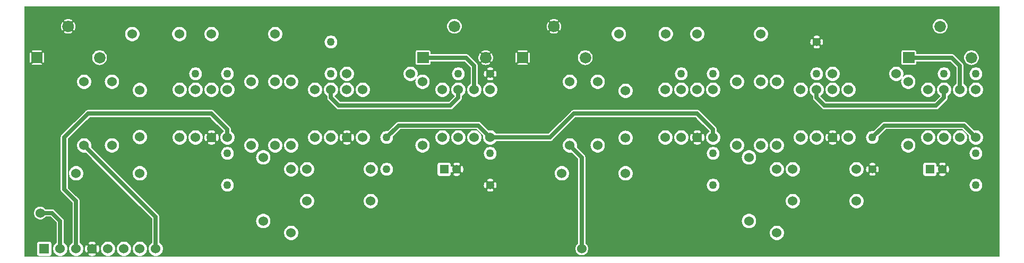
<source format=gtl>
G04 start of page 2 for group 0 idx 0 *
G04 Title: 26.006.01.01.01, component *
G04 Creator: pcb 4.1.2 *
G04 CreationDate: Sat Aug 11 09:36:18 2018 UTC *
G04 For: bert *
G04 Format: Gerber/RS-274X *
G04 PCB-Dimensions (mil): 6200.00 1620.00 *
G04 PCB-Coordinate-Origin: lower left *
%MOIN*%
%FSLAX25Y25*%
%LNGTL*%
%ADD20C,0.0520*%
%ADD19C,0.0240*%
%ADD18C,0.0400*%
%ADD17C,0.0320*%
%ADD16C,0.0540*%
%ADD15C,0.0720*%
%ADD14C,0.0500*%
%ADD13C,0.0600*%
%ADD12C,0.0250*%
%ADD11C,0.0001*%
G54D11*G36*
X348493Y65325D02*X350250Y63568D01*
Y10312D01*
X350142Y10246D01*
X349663Y9837D01*
X349254Y9358D01*
X348925Y8822D01*
X348684Y8240D01*
X348537Y7628D01*
X348493Y7069D01*
Y65325D01*
G37*
G36*
X599994Y159500D02*X615000D01*
Y2000D01*
X599994D01*
Y42988D01*
X600000Y42988D01*
X600628Y43037D01*
X601240Y43184D01*
X601822Y43425D01*
X602358Y43754D01*
X602837Y44163D01*
X603246Y44642D01*
X603575Y45178D01*
X603816Y45760D01*
X603963Y46372D01*
X604000Y47000D01*
X603963Y47628D01*
X603816Y48240D01*
X603575Y48822D01*
X603246Y49358D01*
X602837Y49837D01*
X602358Y50246D01*
X601822Y50575D01*
X601240Y50816D01*
X600628Y50963D01*
X600000Y51012D01*
X599994Y51012D01*
Y62988D01*
X600000Y62988D01*
X600628Y63037D01*
X601240Y63184D01*
X601822Y63425D01*
X602358Y63754D01*
X602837Y64163D01*
X603246Y64642D01*
X603575Y65178D01*
X603816Y65760D01*
X603963Y66372D01*
X604000Y67000D01*
X603963Y67628D01*
X603816Y68240D01*
X603575Y68822D01*
X603246Y69358D01*
X602837Y69837D01*
X602358Y70246D01*
X601822Y70575D01*
X601240Y70816D01*
X600628Y70963D01*
X600000Y71012D01*
X599994Y71012D01*
Y72487D01*
X600000Y72486D01*
X600706Y72542D01*
X601395Y72707D01*
X602049Y72978D01*
X602653Y73348D01*
X603192Y73808D01*
X603652Y74347D01*
X604022Y74951D01*
X604293Y75605D01*
X604458Y76294D01*
X604500Y77000D01*
X604458Y77706D01*
X604293Y78395D01*
X604022Y79049D01*
X603652Y79653D01*
X603192Y80192D01*
X602653Y80652D01*
X602049Y81022D01*
X601395Y81293D01*
X600706Y81458D01*
X600000Y81514D01*
X599994Y81513D01*
Y102487D01*
X600000Y102486D01*
X600706Y102542D01*
X601395Y102707D01*
X602049Y102978D01*
X602653Y103348D01*
X603192Y103808D01*
X603652Y104347D01*
X604022Y104951D01*
X604293Y105605D01*
X604458Y106294D01*
X604500Y107000D01*
X604458Y107706D01*
X604293Y108395D01*
X604022Y109049D01*
X603652Y109653D01*
X603192Y110192D01*
X602653Y110652D01*
X602049Y111022D01*
X601395Y111293D01*
X600706Y111458D01*
X600000Y111514D01*
X599994Y111513D01*
Y112988D01*
X600000Y112988D01*
X600628Y113037D01*
X601240Y113184D01*
X601822Y113425D01*
X602358Y113754D01*
X602837Y114163D01*
X603246Y114642D01*
X603575Y115178D01*
X603816Y115760D01*
X603963Y116372D01*
X604000Y117000D01*
X603963Y117628D01*
X603816Y118240D01*
X603575Y118822D01*
X603246Y119358D01*
X602837Y119837D01*
X602358Y120246D01*
X601822Y120575D01*
X601240Y120816D01*
X600628Y120963D01*
X600000Y121012D01*
X599994Y121012D01*
Y123508D01*
X600448Y123895D01*
X600918Y124446D01*
X601296Y125063D01*
X601573Y125732D01*
X601742Y126436D01*
X601785Y127158D01*
X601742Y127880D01*
X601573Y128584D01*
X601296Y129253D01*
X600918Y129870D01*
X600448Y130421D01*
X599994Y130808D01*
Y159500D01*
G37*
G36*
Y2000D02*X589993D01*
Y72487D01*
X590000Y72486D01*
X590706Y72542D01*
X591395Y72707D01*
X592049Y72978D01*
X592653Y73348D01*
X593192Y73808D01*
X593652Y74347D01*
X594022Y74951D01*
X594293Y75605D01*
X594458Y76294D01*
X594500Y77000D01*
X594458Y77706D01*
X594293Y78395D01*
X594022Y79049D01*
X593652Y79653D01*
X593192Y80192D01*
X592653Y80652D01*
X592049Y81022D01*
X591395Y81293D01*
X590706Y81458D01*
X590000Y81514D01*
X589993Y81513D01*
Y82250D01*
X591568D01*
X595652Y78166D01*
X595542Y77706D01*
X595486Y77000D01*
X595542Y76294D01*
X595707Y75605D01*
X595978Y74951D01*
X596348Y74347D01*
X596808Y73808D01*
X597347Y73348D01*
X597951Y72978D01*
X598605Y72707D01*
X599294Y72542D01*
X599994Y72487D01*
Y71012D01*
X599372Y70963D01*
X598760Y70816D01*
X598178Y70575D01*
X597642Y70246D01*
X597163Y69837D01*
X596754Y69358D01*
X596425Y68822D01*
X596184Y68240D01*
X596037Y67628D01*
X595988Y67000D01*
X596037Y66372D01*
X596184Y65760D01*
X596425Y65178D01*
X596754Y64642D01*
X597163Y64163D01*
X597642Y63754D01*
X598178Y63425D01*
X598760Y63184D01*
X599372Y63037D01*
X599994Y62988D01*
Y51012D01*
X599372Y50963D01*
X598760Y50816D01*
X598178Y50575D01*
X597642Y50246D01*
X597163Y49837D01*
X596754Y49358D01*
X596425Y48822D01*
X596184Y48240D01*
X596037Y47628D01*
X595988Y47000D01*
X596037Y46372D01*
X596184Y45760D01*
X596425Y45178D01*
X596754Y44642D01*
X597163Y44163D01*
X597642Y43754D01*
X598178Y43425D01*
X598760Y43184D01*
X599372Y43037D01*
X599994Y42988D01*
Y2000D01*
G37*
G36*
X589993D02*X582282D01*
Y55071D01*
X582383Y55092D01*
X582494Y55133D01*
X582597Y55191D01*
X582689Y55264D01*
X582769Y55351D01*
X582835Y55449D01*
X582881Y55557D01*
X582997Y55907D01*
X583077Y56267D01*
X583125Y56632D01*
X583141Y57000D01*
X583125Y57368D01*
X583077Y57733D01*
X582997Y58093D01*
X582885Y58444D01*
X582837Y58552D01*
X582771Y58651D01*
X582691Y58738D01*
X582598Y58811D01*
X582495Y58870D01*
X582384Y58911D01*
X582282Y58932D01*
Y73121D01*
X582653Y73348D01*
X583192Y73808D01*
X583652Y74347D01*
X584022Y74951D01*
X584293Y75605D01*
X584458Y76294D01*
X584500Y77000D01*
X584458Y77706D01*
X584293Y78395D01*
X584022Y79049D01*
X583652Y79653D01*
X583192Y80192D01*
X582653Y80652D01*
X582282Y80879D01*
Y82250D01*
X589993D01*
Y81513D01*
X589294Y81458D01*
X588605Y81293D01*
X587951Y81022D01*
X587347Y80652D01*
X586808Y80192D01*
X586348Y79653D01*
X585978Y79049D01*
X585707Y78395D01*
X585542Y77706D01*
X585486Y77000D01*
X585542Y76294D01*
X585707Y75605D01*
X585978Y74951D01*
X586348Y74347D01*
X586808Y73808D01*
X587347Y73348D01*
X587951Y72978D01*
X588605Y72707D01*
X589294Y72542D01*
X589993Y72487D01*
Y2000D01*
G37*
G36*
X582282Y80879D02*X582049Y81022D01*
X581395Y81293D01*
X580706Y81458D01*
X580000Y81514D01*
X579993Y81513D01*
Y82250D01*
X582282D01*
Y80879D01*
G37*
G36*
Y2000D02*X579993D01*
Y52932D01*
X580030Y52940D01*
X580381Y53052D01*
X580489Y53100D01*
X580588Y53166D01*
X580675Y53246D01*
X580748Y53339D01*
X580807Y53442D01*
X580848Y53553D01*
X580871Y53669D01*
X580876Y53787D01*
X580863Y53905D01*
X580831Y54019D01*
X580782Y54127D01*
X580716Y54226D01*
X580636Y54313D01*
X580543Y54386D01*
X580440Y54445D01*
X580329Y54486D01*
X580213Y54509D01*
X580094Y54514D01*
X579993Y54503D01*
Y59500D01*
X580095Y59488D01*
X580213Y59493D01*
X580328Y59517D01*
X580439Y59558D01*
X580542Y59616D01*
X580634Y59689D01*
X580714Y59776D01*
X580779Y59874D01*
X580829Y59982D01*
X580860Y60095D01*
X580874Y60213D01*
X580869Y60331D01*
X580845Y60446D01*
X580804Y60557D01*
X580746Y60660D01*
X580673Y60752D01*
X580586Y60832D01*
X580488Y60898D01*
X580380Y60944D01*
X580030Y61060D01*
X579993Y61068D01*
Y72487D01*
X580000Y72486D01*
X580706Y72542D01*
X581395Y72707D01*
X582049Y72978D01*
X582282Y73121D01*
Y58932D01*
X582268Y58934D01*
X582150Y58939D01*
X582032Y58926D01*
X581918Y58894D01*
X581810Y58845D01*
X581711Y58779D01*
X581624Y58699D01*
X581551Y58606D01*
X581492Y58503D01*
X581451Y58392D01*
X581428Y58276D01*
X581423Y58157D01*
X581436Y58040D01*
X581470Y57926D01*
X581544Y57702D01*
X581596Y57471D01*
X581627Y57236D01*
X581637Y57000D01*
X581627Y56764D01*
X581596Y56529D01*
X581544Y56298D01*
X581473Y56073D01*
X581439Y55960D01*
X581425Y55842D01*
X581430Y55724D01*
X581454Y55609D01*
X581495Y55498D01*
X581553Y55395D01*
X581626Y55303D01*
X581713Y55223D01*
X581811Y55158D01*
X581919Y55108D01*
X582032Y55077D01*
X582150Y55063D01*
X582268Y55068D01*
X582282Y55071D01*
Y2000D01*
G37*
G36*
X579993D02*X573858D01*
Y52814D01*
X573998Y52814D01*
X574228Y52869D01*
X574446Y52959D01*
X574647Y53083D01*
X574827Y53236D01*
X574980Y53416D01*
X575104Y53617D01*
X575194Y53835D01*
X575249Y54065D01*
X575263Y54300D01*
X575261Y55200D01*
X575276Y55189D01*
X575379Y55130D01*
X575490Y55089D01*
X575606Y55066D01*
X575724Y55061D01*
X575842Y55074D01*
X575956Y55106D01*
X576064Y55155D01*
X576163Y55221D01*
X576250Y55301D01*
X576323Y55394D01*
X576382Y55497D01*
X576423Y55608D01*
X576446Y55724D01*
X576451Y55843D01*
X576438Y55960D01*
X576404Y56074D01*
X576330Y56298D01*
X576278Y56529D01*
X576247Y56764D01*
X576237Y57000D01*
X576247Y57236D01*
X576278Y57471D01*
X576330Y57702D01*
X576401Y57927D01*
X576435Y58040D01*
X576449Y58158D01*
X576444Y58276D01*
X576420Y58391D01*
X576379Y58502D01*
X576321Y58605D01*
X576248Y58697D01*
X576161Y58777D01*
X576063Y58842D01*
X575955Y58892D01*
X575842Y58923D01*
X575724Y58937D01*
X575606Y58932D01*
X575491Y58908D01*
X575380Y58867D01*
X575277Y58809D01*
X575252Y58789D01*
X575249Y59935D01*
X575194Y60165D01*
X575104Y60383D01*
X574980Y60584D01*
X574827Y60764D01*
X574647Y60917D01*
X574446Y61041D01*
X574228Y61131D01*
X573998Y61186D01*
X573858Y61194D01*
Y74682D01*
X574022Y74951D01*
X574293Y75605D01*
X574458Y76294D01*
X574500Y77000D01*
X574458Y77706D01*
X574293Y78395D01*
X574022Y79049D01*
X573858Y79318D01*
Y82250D01*
X579993D01*
Y81513D01*
X579294Y81458D01*
X578605Y81293D01*
X577951Y81022D01*
X577347Y80652D01*
X576808Y80192D01*
X576348Y79653D01*
X575978Y79049D01*
X575707Y78395D01*
X575542Y77706D01*
X575486Y77000D01*
X575542Y76294D01*
X575707Y75605D01*
X575978Y74951D01*
X576348Y74347D01*
X576808Y73808D01*
X577347Y73348D01*
X577951Y72978D01*
X578605Y72707D01*
X579294Y72542D01*
X579993Y72487D01*
Y61068D01*
X579670Y61140D01*
X579305Y61188D01*
X578937Y61204D01*
X578569Y61188D01*
X578204Y61140D01*
X577844Y61060D01*
X577493Y60948D01*
X577385Y60900D01*
X577286Y60834D01*
X577199Y60754D01*
X577126Y60661D01*
X577067Y60558D01*
X577026Y60447D01*
X577003Y60331D01*
X576998Y60213D01*
X577011Y60095D01*
X577043Y59981D01*
X577092Y59873D01*
X577158Y59774D01*
X577238Y59687D01*
X577331Y59614D01*
X577434Y59555D01*
X577545Y59514D01*
X577661Y59491D01*
X577780Y59486D01*
X577897Y59499D01*
X578011Y59533D01*
X578235Y59607D01*
X578466Y59659D01*
X578701Y59690D01*
X578937Y59700D01*
X579173Y59690D01*
X579408Y59659D01*
X579639Y59607D01*
X579864Y59536D01*
X579977Y59502D01*
X579993Y59500D01*
Y54503D01*
X579977Y54501D01*
X579863Y54467D01*
X579639Y54393D01*
X579408Y54341D01*
X579173Y54310D01*
X578937Y54300D01*
X578701Y54310D01*
X578466Y54341D01*
X578235Y54393D01*
X578010Y54464D01*
X577897Y54498D01*
X577779Y54512D01*
X577661Y54507D01*
X577546Y54483D01*
X577435Y54442D01*
X577332Y54384D01*
X577240Y54311D01*
X577160Y54224D01*
X577095Y54126D01*
X577045Y54018D01*
X577014Y53905D01*
X577000Y53787D01*
X577005Y53669D01*
X577029Y53554D01*
X577070Y53443D01*
X577128Y53340D01*
X577201Y53248D01*
X577288Y53168D01*
X577386Y53102D01*
X577494Y53056D01*
X577844Y52940D01*
X578204Y52860D01*
X578569Y52812D01*
X578937Y52796D01*
X579305Y52812D01*
X579670Y52860D01*
X579993Y52932D01*
Y2000D01*
G37*
G36*
X579994Y159500D02*X599994D01*
Y130808D01*
X599897Y130891D01*
X599280Y131269D01*
X598611Y131546D01*
X597907Y131715D01*
X597185Y131772D01*
X596463Y131715D01*
X595759Y131546D01*
X595090Y131269D01*
X594473Y130891D01*
X593922Y130421D01*
X593452Y129870D01*
X593074Y129253D01*
X592797Y128584D01*
X592628Y127880D01*
X592571Y127158D01*
X592628Y126436D01*
X592797Y125732D01*
X593074Y125063D01*
X593452Y124446D01*
X593922Y123895D01*
X594473Y123425D01*
X595090Y123047D01*
X595759Y122770D01*
X596463Y122601D01*
X597185Y122544D01*
X597907Y122601D01*
X598611Y122770D01*
X599280Y123047D01*
X599897Y123425D01*
X599994Y123508D01*
Y121012D01*
X599372Y120963D01*
X598760Y120816D01*
X598178Y120575D01*
X597642Y120246D01*
X597163Y119837D01*
X596754Y119358D01*
X596425Y118822D01*
X596184Y118240D01*
X596037Y117628D01*
X595988Y117000D01*
X596037Y116372D01*
X596184Y115760D01*
X596425Y115178D01*
X596754Y114642D01*
X597163Y114163D01*
X597642Y113754D01*
X598178Y113425D01*
X598760Y113184D01*
X599372Y113037D01*
X599994Y112988D01*
Y111513D01*
X599294Y111458D01*
X598605Y111293D01*
X597951Y111022D01*
X597347Y110652D01*
X596808Y110192D01*
X596348Y109653D01*
X595978Y109049D01*
X595707Y108395D01*
X595542Y107706D01*
X595486Y107000D01*
X595542Y106294D01*
X595707Y105605D01*
X595978Y104951D01*
X596348Y104347D01*
X596808Y103808D01*
X597347Y103348D01*
X597951Y102978D01*
X598605Y102707D01*
X599294Y102542D01*
X599994Y102487D01*
Y81513D01*
X599294Y81458D01*
X598834Y81348D01*
X594153Y86029D01*
X594096Y86096D01*
X593827Y86326D01*
X593827Y86326D01*
X593712Y86396D01*
X593525Y86511D01*
X593293Y86607D01*
X593197Y86646D01*
X592853Y86729D01*
X592500Y86757D01*
X592412Y86750D01*
X579994D01*
Y98812D01*
X581529Y100347D01*
X581596Y100404D01*
X581826Y100673D01*
X581826Y100673D01*
X582011Y100975D01*
X582146Y101303D01*
X582229Y101647D01*
X582257Y102000D01*
X582250Y102088D01*
Y103101D01*
X582653Y103348D01*
X583192Y103808D01*
X583652Y104347D01*
X584022Y104951D01*
X584293Y105605D01*
X584458Y106294D01*
X584500Y107000D01*
X584458Y107706D01*
X584293Y108395D01*
X584022Y109049D01*
X583652Y109653D01*
X583192Y110192D01*
X582653Y110652D01*
X582049Y111022D01*
X581395Y111293D01*
X580706Y111458D01*
X580000Y111514D01*
X579994Y111513D01*
Y112988D01*
X580000Y112988D01*
X580628Y113037D01*
X581240Y113184D01*
X581822Y113425D01*
X582358Y113754D01*
X582837Y114163D01*
X583246Y114642D01*
X583575Y115178D01*
X583816Y115760D01*
X583963Y116372D01*
X584000Y117000D01*
X583963Y117628D01*
X583816Y118240D01*
X583575Y118822D01*
X583246Y119358D01*
X582837Y119837D01*
X582358Y120246D01*
X581822Y120575D01*
X581240Y120816D01*
X580628Y120963D01*
X580000Y121012D01*
X579994Y121012D01*
Y124750D01*
X584068D01*
X587750Y121068D01*
Y110899D01*
X587347Y110652D01*
X586808Y110192D01*
X586348Y109653D01*
X585978Y109049D01*
X585707Y108395D01*
X585542Y107706D01*
X585486Y107000D01*
X585542Y106294D01*
X585707Y105605D01*
X585978Y104951D01*
X586348Y104347D01*
X586808Y103808D01*
X587347Y103348D01*
X587951Y102978D01*
X588605Y102707D01*
X589294Y102542D01*
X590000Y102486D01*
X590706Y102542D01*
X591395Y102707D01*
X592049Y102978D01*
X592653Y103348D01*
X593192Y103808D01*
X593652Y104347D01*
X594022Y104951D01*
X594293Y105605D01*
X594458Y106294D01*
X594500Y107000D01*
X594458Y107706D01*
X594293Y108395D01*
X594022Y109049D01*
X593652Y109653D01*
X593192Y110192D01*
X592653Y110652D01*
X592250Y110899D01*
Y121912D01*
X592257Y122000D01*
X592229Y122353D01*
X592146Y122697D01*
X592107Y122793D01*
X592011Y123025D01*
X591896Y123212D01*
X591826Y123327D01*
X591826Y123327D01*
X591596Y123596D01*
X591529Y123653D01*
X586653Y128529D01*
X586596Y128596D01*
X586327Y128826D01*
X586327Y128826D01*
X586212Y128896D01*
X586025Y129011D01*
X585793Y129107D01*
X585697Y129146D01*
X585353Y129229D01*
X585000Y129257D01*
X584912Y129250D01*
X579994D01*
Y142975D01*
X580212Y143109D01*
X580763Y143579D01*
X581233Y144130D01*
X581611Y144747D01*
X581888Y145416D01*
X582057Y146120D01*
X582100Y146842D01*
X582057Y147564D01*
X581888Y148268D01*
X581611Y148937D01*
X581233Y149554D01*
X580763Y150105D01*
X580212Y150575D01*
X579994Y150709D01*
Y159500D01*
G37*
G36*
Y129250D02*X573858D01*
Y144024D01*
X574237Y143579D01*
X574788Y143109D01*
X575405Y142731D01*
X576074Y142454D01*
X576778Y142285D01*
X577500Y142228D01*
X578222Y142285D01*
X578926Y142454D01*
X579595Y142731D01*
X579994Y142975D01*
Y129250D01*
G37*
G36*
Y111513D02*X579294Y111458D01*
X578605Y111293D01*
X577951Y111022D01*
X577347Y110652D01*
X576808Y110192D01*
X576348Y109653D01*
X575978Y109049D01*
X575707Y108395D01*
X575542Y107706D01*
X575486Y107000D01*
X575542Y106294D01*
X575707Y105605D01*
X575978Y104951D01*
X576348Y104347D01*
X576808Y103808D01*
X577347Y103348D01*
X577750Y103101D01*
Y102932D01*
X574068Y99250D01*
X573858D01*
Y104682D01*
X574022Y104951D01*
X574293Y105605D01*
X574458Y106294D01*
X574500Y107000D01*
X574458Y107706D01*
X574293Y108395D01*
X574022Y109049D01*
X573858Y109318D01*
Y124750D01*
X579994D01*
Y121012D01*
X579372Y120963D01*
X578760Y120816D01*
X578178Y120575D01*
X577642Y120246D01*
X577163Y119837D01*
X576754Y119358D01*
X576425Y118822D01*
X576184Y118240D01*
X576037Y117628D01*
X575988Y117000D01*
X576037Y116372D01*
X576184Y115760D01*
X576425Y115178D01*
X576754Y114642D01*
X577163Y114163D01*
X577642Y113754D01*
X578178Y113425D01*
X578760Y113184D01*
X579372Y113037D01*
X579994Y112988D01*
Y111513D01*
G37*
G36*
Y86750D02*X573858D01*
Y94750D01*
X574912D01*
X575000Y94743D01*
X575353Y94771D01*
X575353Y94771D01*
X575697Y94854D01*
X576025Y94989D01*
X576327Y95174D01*
X576596Y95404D01*
X576653Y95471D01*
X579994Y98812D01*
Y86750D01*
G37*
G36*
X573858Y159500D02*X579994D01*
Y150709D01*
X579595Y150953D01*
X578926Y151230D01*
X578222Y151399D01*
X577500Y151456D01*
X576778Y151399D01*
X576074Y151230D01*
X575405Y150953D01*
X574788Y150575D01*
X574237Y150105D01*
X573858Y149660D01*
Y159500D01*
G37*
G36*
Y86750D02*X542588D01*
X542500Y86757D01*
X542147Y86729D01*
X541803Y86646D01*
X541475Y86511D01*
X541173Y86326D01*
X541173Y86326D01*
X540904Y86096D01*
X540847Y86029D01*
X539993Y85175D01*
Y94750D01*
X573858D01*
Y86750D01*
G37*
G36*
Y2000D02*X557493D01*
Y67487D01*
X557500Y67486D01*
X558206Y67542D01*
X558895Y67707D01*
X559549Y67978D01*
X560153Y68348D01*
X560692Y68808D01*
X561152Y69347D01*
X561522Y69951D01*
X561793Y70605D01*
X561958Y71294D01*
X562000Y72000D01*
X561958Y72706D01*
X561793Y73395D01*
X561522Y74049D01*
X561152Y74653D01*
X560692Y75192D01*
X560153Y75652D01*
X559549Y76022D01*
X558895Y76293D01*
X558206Y76458D01*
X557500Y76514D01*
X557493Y76513D01*
Y82250D01*
X573858D01*
Y79318D01*
X573652Y79653D01*
X573192Y80192D01*
X572653Y80652D01*
X572049Y81022D01*
X571395Y81293D01*
X570706Y81458D01*
X570000Y81514D01*
X569294Y81458D01*
X568605Y81293D01*
X567951Y81022D01*
X567347Y80652D01*
X566808Y80192D01*
X566348Y79653D01*
X565978Y79049D01*
X565707Y78395D01*
X565542Y77706D01*
X565486Y77000D01*
X565542Y76294D01*
X565707Y75605D01*
X565978Y74951D01*
X566348Y74347D01*
X566808Y73808D01*
X567347Y73348D01*
X567951Y72978D01*
X568605Y72707D01*
X569294Y72542D01*
X570000Y72486D01*
X570706Y72542D01*
X571395Y72707D01*
X572049Y72978D01*
X572653Y73348D01*
X573192Y73808D01*
X573652Y74347D01*
X573858Y74682D01*
Y61194D01*
X573763Y61200D01*
X568128Y61186D01*
X567898Y61131D01*
X567680Y61041D01*
X567479Y60917D01*
X567299Y60764D01*
X567146Y60584D01*
X567022Y60383D01*
X566932Y60165D01*
X566877Y59935D01*
X566863Y59700D01*
X566877Y54065D01*
X566932Y53835D01*
X567022Y53617D01*
X567146Y53416D01*
X567299Y53236D01*
X567479Y53083D01*
X567680Y52959D01*
X567898Y52869D01*
X568128Y52814D01*
X568363Y52800D01*
X573858Y52814D01*
Y2000D01*
G37*
G36*
X557493D02*X539993D01*
Y78811D01*
X543432Y82250D01*
X557493D01*
Y76513D01*
X556794Y76458D01*
X556105Y76293D01*
X555451Y76022D01*
X554847Y75652D01*
X554308Y75192D01*
X553848Y74653D01*
X553478Y74049D01*
X553207Y73395D01*
X553042Y72706D01*
X552986Y72000D01*
X553042Y71294D01*
X553207Y70605D01*
X553478Y69951D01*
X553848Y69347D01*
X554308Y68808D01*
X554847Y68348D01*
X555451Y67978D01*
X556105Y67707D01*
X556794Y67542D01*
X557493Y67487D01*
Y2000D01*
G37*
G36*
Y122562D02*X561572Y122567D01*
X561725Y122604D01*
X561870Y122664D01*
X562005Y122746D01*
X562124Y122849D01*
X562227Y122968D01*
X562309Y123103D01*
X562369Y123248D01*
X562406Y123401D01*
X562415Y123558D01*
X562414Y124750D01*
X573858D01*
Y109318D01*
X573652Y109653D01*
X573192Y110192D01*
X572653Y110652D01*
X572049Y111022D01*
X571395Y111293D01*
X570706Y111458D01*
X570000Y111514D01*
X569294Y111458D01*
X568605Y111293D01*
X567951Y111022D01*
X567347Y110652D01*
X566808Y110192D01*
X566348Y109653D01*
X565978Y109049D01*
X565707Y108395D01*
X565542Y107706D01*
X565486Y107000D01*
X565542Y106294D01*
X565707Y105605D01*
X565978Y104951D01*
X566348Y104347D01*
X566808Y103808D01*
X567347Y103348D01*
X567951Y102978D01*
X568605Y102707D01*
X569294Y102542D01*
X570000Y102486D01*
X570706Y102542D01*
X571395Y102707D01*
X572049Y102978D01*
X572653Y103348D01*
X573192Y103808D01*
X573652Y104347D01*
X573858Y104682D01*
Y99250D01*
X557493D01*
Y107487D01*
X557500Y107486D01*
X558206Y107542D01*
X558895Y107707D01*
X559549Y107978D01*
X560153Y108348D01*
X560692Y108808D01*
X561152Y109347D01*
X561522Y109951D01*
X561793Y110605D01*
X561958Y111294D01*
X562000Y112000D01*
X561958Y112706D01*
X561793Y113395D01*
X561522Y114049D01*
X561152Y114653D01*
X560692Y115192D01*
X560153Y115652D01*
X559549Y116022D01*
X558895Y116293D01*
X558206Y116458D01*
X557500Y116514D01*
X557493Y116513D01*
Y122562D01*
G37*
G36*
Y159500D02*X573858D01*
Y149660D01*
X573767Y149554D01*
X573389Y148937D01*
X573112Y148268D01*
X572943Y147564D01*
X572886Y146842D01*
X572943Y146120D01*
X573112Y145416D01*
X573389Y144747D01*
X573767Y144130D01*
X573858Y144024D01*
Y129250D01*
X562408D01*
X562406Y130915D01*
X562369Y131068D01*
X562309Y131213D01*
X562227Y131348D01*
X562124Y131467D01*
X562005Y131570D01*
X561870Y131652D01*
X561725Y131712D01*
X561572Y131749D01*
X561415Y131758D01*
X557493Y131753D01*
Y159500D01*
G37*
G36*
X549993D02*X557493D01*
Y131753D01*
X554058Y131749D01*
X553905Y131712D01*
X553760Y131652D01*
X553625Y131570D01*
X553506Y131467D01*
X553403Y131348D01*
X553321Y131213D01*
X553261Y131068D01*
X553224Y130915D01*
X553215Y130758D01*
X553224Y123401D01*
X553261Y123248D01*
X553321Y123103D01*
X553403Y122968D01*
X553506Y122849D01*
X553625Y122746D01*
X553760Y122664D01*
X553905Y122604D01*
X554058Y122567D01*
X554215Y122558D01*
X557493Y122562D01*
Y116513D01*
X556794Y116458D01*
X556105Y116293D01*
X555451Y116022D01*
X554847Y115652D01*
X554308Y115192D01*
X553848Y114653D01*
X553478Y114049D01*
X553207Y113395D01*
X553042Y112706D01*
X552986Y112000D01*
X553042Y111294D01*
X553207Y110605D01*
X553478Y109951D01*
X553848Y109347D01*
X554308Y108808D01*
X554847Y108348D01*
X555451Y107978D01*
X556105Y107707D01*
X556794Y107542D01*
X557493Y107487D01*
Y99250D01*
X549993D01*
Y112487D01*
X550000Y112486D01*
X550706Y112542D01*
X551395Y112707D01*
X552049Y112978D01*
X552653Y113348D01*
X553192Y113808D01*
X553652Y114347D01*
X554022Y114951D01*
X554293Y115605D01*
X554458Y116294D01*
X554500Y117000D01*
X554458Y117706D01*
X554293Y118395D01*
X554022Y119049D01*
X553652Y119653D01*
X553192Y120192D01*
X552653Y120652D01*
X552049Y121022D01*
X551395Y121293D01*
X550706Y121458D01*
X550000Y121514D01*
X549993Y121513D01*
Y159500D01*
G37*
G36*
X539993D02*X549993D01*
Y121513D01*
X549294Y121458D01*
X548605Y121293D01*
X547951Y121022D01*
X547347Y120652D01*
X546808Y120192D01*
X546348Y119653D01*
X545978Y119049D01*
X545707Y118395D01*
X545542Y117706D01*
X545486Y117000D01*
X545542Y116294D01*
X545707Y115605D01*
X545978Y114951D01*
X546348Y114347D01*
X546808Y113808D01*
X547347Y113348D01*
X547951Y112978D01*
X548605Y112707D01*
X549294Y112542D01*
X549993Y112487D01*
Y99250D01*
X539993D01*
Y159500D01*
G37*
G36*
X538163Y74544D02*X538246Y74642D01*
X538575Y75178D01*
X538816Y75760D01*
X538963Y76372D01*
X539000Y77000D01*
X538963Y77628D01*
X538933Y77751D01*
X539993Y78811D01*
Y2000D01*
X538163D01*
Y55220D01*
X538192Y55222D01*
X538307Y55248D01*
X538416Y55292D01*
X538517Y55353D01*
X538608Y55429D01*
X538685Y55518D01*
X538748Y55618D01*
X538792Y55727D01*
X538898Y56082D01*
X538966Y56446D01*
X539000Y56815D01*
Y57185D01*
X538966Y57554D01*
X538898Y57918D01*
X538796Y58274D01*
X538750Y58384D01*
X538688Y58484D01*
X538610Y58573D01*
X538519Y58649D01*
X538417Y58710D01*
X538307Y58755D01*
X538192Y58781D01*
X538163Y58783D01*
Y74544D01*
G37*
G36*
X535001Y72988D02*X535628Y73037D01*
X536240Y73184D01*
X536822Y73425D01*
X537358Y73754D01*
X537837Y74163D01*
X538163Y74544D01*
Y58783D01*
X538074Y58789D01*
X537956Y58779D01*
X537841Y58750D01*
X537732Y58704D01*
X537631Y58641D01*
X537542Y58563D01*
X537466Y58472D01*
X537405Y58370D01*
X537361Y58261D01*
X537334Y58145D01*
X537326Y58027D01*
X537337Y57909D01*
X537367Y57795D01*
X537433Y57573D01*
X537476Y57346D01*
X537497Y57116D01*
Y56884D01*
X537476Y56654D01*
X537433Y56427D01*
X537370Y56204D01*
X537339Y56091D01*
X537329Y55973D01*
X537337Y55855D01*
X537363Y55740D01*
X537407Y55631D01*
X537468Y55529D01*
X537544Y55439D01*
X537633Y55361D01*
X537733Y55299D01*
X537842Y55253D01*
X537956Y55224D01*
X538074Y55213D01*
X538163Y55220D01*
Y2000D01*
X535001D01*
Y53000D01*
X535185D01*
X535554Y53034D01*
X535918Y53102D01*
X536274Y53204D01*
X536384Y53250D01*
X536484Y53312D01*
X536573Y53390D01*
X536649Y53481D01*
X536710Y53583D01*
X536755Y53693D01*
X536781Y53808D01*
X536789Y53926D01*
X536779Y54044D01*
X536750Y54159D01*
X536704Y54268D01*
X536641Y54369D01*
X536563Y54458D01*
X536472Y54534D01*
X536370Y54595D01*
X536261Y54639D01*
X536145Y54666D01*
X536027Y54674D01*
X535909Y54663D01*
X535795Y54633D01*
X535573Y54567D01*
X535346Y54524D01*
X535116Y54503D01*
X535001D01*
Y59497D01*
X535116D01*
X535346Y59476D01*
X535573Y59433D01*
X535796Y59370D01*
X535909Y59339D01*
X536027Y59329D01*
X536145Y59337D01*
X536260Y59363D01*
X536369Y59407D01*
X536471Y59468D01*
X536561Y59544D01*
X536639Y59633D01*
X536701Y59733D01*
X536747Y59842D01*
X536776Y59956D01*
X536787Y60074D01*
X536778Y60192D01*
X536752Y60307D01*
X536708Y60416D01*
X536647Y60517D01*
X536571Y60608D01*
X536482Y60685D01*
X536382Y60748D01*
X536273Y60792D01*
X535918Y60898D01*
X535554Y60966D01*
X535185Y61000D01*
X535001D01*
Y72988D01*
G37*
G36*
Y94750D02*X539993D01*
Y85175D01*
X535751Y80933D01*
X535628Y80963D01*
X535001Y81012D01*
Y94750D01*
G37*
G36*
X531837Y74544D02*X532163Y74163D01*
X532642Y73754D01*
X533178Y73425D01*
X533760Y73184D01*
X534372Y73037D01*
X535000Y72988D01*
X535001Y72988D01*
Y61000D01*
X534815D01*
X534446Y60966D01*
X534082Y60898D01*
X533726Y60796D01*
X533616Y60750D01*
X533516Y60688D01*
X533427Y60610D01*
X533351Y60519D01*
X533290Y60417D01*
X533245Y60307D01*
X533219Y60192D01*
X533211Y60074D01*
X533221Y59956D01*
X533250Y59841D01*
X533296Y59732D01*
X533359Y59631D01*
X533437Y59542D01*
X533528Y59466D01*
X533630Y59405D01*
X533739Y59361D01*
X533855Y59334D01*
X533973Y59326D01*
X534091Y59337D01*
X534205Y59367D01*
X534427Y59433D01*
X534654Y59476D01*
X534884Y59497D01*
X535001D01*
Y54503D01*
X534884D01*
X534654Y54524D01*
X534427Y54567D01*
X534204Y54630D01*
X534091Y54661D01*
X533973Y54671D01*
X533855Y54663D01*
X533740Y54637D01*
X533631Y54593D01*
X533529Y54532D01*
X533439Y54456D01*
X533361Y54367D01*
X533299Y54267D01*
X533253Y54158D01*
X533224Y54044D01*
X533213Y53926D01*
X533222Y53808D01*
X533248Y53693D01*
X533292Y53584D01*
X533353Y53483D01*
X533429Y53392D01*
X533518Y53315D01*
X533618Y53252D01*
X533727Y53208D01*
X534082Y53102D01*
X534446Y53034D01*
X534815Y53000D01*
X535001D01*
Y2000D01*
X531837D01*
Y55217D01*
X531926Y55211D01*
X532044Y55221D01*
X532159Y55250D01*
X532268Y55296D01*
X532369Y55359D01*
X532458Y55437D01*
X532534Y55528D01*
X532595Y55630D01*
X532639Y55739D01*
X532666Y55855D01*
X532674Y55973D01*
X532663Y56091D01*
X532632Y56205D01*
X532567Y56427D01*
X532524Y56654D01*
X532503Y56884D01*
Y57116D01*
X532524Y57346D01*
X532567Y57573D01*
X532630Y57796D01*
X532661Y57909D01*
X532671Y58027D01*
X532663Y58145D01*
X532637Y58260D01*
X532593Y58369D01*
X532532Y58471D01*
X532456Y58561D01*
X532367Y58639D01*
X532267Y58701D01*
X532158Y58747D01*
X532044Y58776D01*
X531926Y58787D01*
X531837Y58780D01*
Y74544D01*
G37*
G36*
Y94750D02*X535001D01*
Y81012D01*
X535000Y81012D01*
X534372Y80963D01*
X533760Y80816D01*
X533178Y80575D01*
X532642Y80246D01*
X532163Y79837D01*
X531837Y79456D01*
Y94750D01*
G37*
G36*
X524993D02*X531837D01*
Y79456D01*
X531754Y79358D01*
X531425Y78822D01*
X531184Y78240D01*
X531037Y77628D01*
X530988Y77000D01*
X531037Y76372D01*
X531184Y75760D01*
X531425Y75178D01*
X531754Y74642D01*
X531837Y74544D01*
Y58780D01*
X531808Y58778D01*
X531693Y58752D01*
X531584Y58708D01*
X531483Y58647D01*
X531392Y58571D01*
X531315Y58482D01*
X531252Y58382D01*
X531208Y58273D01*
X531102Y57918D01*
X531034Y57554D01*
X531000Y57185D01*
Y56815D01*
X531034Y56446D01*
X531102Y56082D01*
X531204Y55726D01*
X531250Y55616D01*
X531312Y55516D01*
X531390Y55427D01*
X531481Y55351D01*
X531583Y55290D01*
X531693Y55245D01*
X531808Y55219D01*
X531837Y55217D01*
Y2000D01*
X524993D01*
Y32487D01*
X525000Y32486D01*
X525706Y32542D01*
X526395Y32707D01*
X527049Y32978D01*
X527653Y33348D01*
X528192Y33808D01*
X528652Y34347D01*
X529022Y34951D01*
X529293Y35605D01*
X529458Y36294D01*
X529500Y37000D01*
X529458Y37706D01*
X529293Y38395D01*
X529022Y39049D01*
X528652Y39653D01*
X528192Y40192D01*
X527653Y40652D01*
X527049Y41022D01*
X526395Y41293D01*
X525706Y41458D01*
X525000Y41514D01*
X524993Y41513D01*
Y52487D01*
X525000Y52486D01*
X525706Y52542D01*
X526395Y52707D01*
X527049Y52978D01*
X527653Y53348D01*
X528192Y53808D01*
X528652Y54347D01*
X529022Y54951D01*
X529293Y55605D01*
X529458Y56294D01*
X529500Y57000D01*
X529458Y57706D01*
X529293Y58395D01*
X529022Y59049D01*
X528652Y59653D01*
X528192Y60192D01*
X527653Y60652D01*
X527049Y61022D01*
X526395Y61293D01*
X525706Y61458D01*
X525000Y61514D01*
X524993Y61513D01*
Y94750D01*
G37*
G36*
X519993D02*X524993D01*
Y61513D01*
X524294Y61458D01*
X523605Y61293D01*
X522951Y61022D01*
X522347Y60652D01*
X521808Y60192D01*
X521348Y59653D01*
X520978Y59049D01*
X520707Y58395D01*
X520542Y57706D01*
X520486Y57000D01*
X520542Y56294D01*
X520707Y55605D01*
X520978Y54951D01*
X521348Y54347D01*
X521808Y53808D01*
X522347Y53348D01*
X522951Y52978D01*
X523605Y52707D01*
X524294Y52542D01*
X524993Y52487D01*
Y41513D01*
X524294Y41458D01*
X523605Y41293D01*
X522951Y41022D01*
X522347Y40652D01*
X521808Y40192D01*
X521348Y39653D01*
X520978Y39049D01*
X520707Y38395D01*
X520542Y37706D01*
X520486Y37000D01*
X520542Y36294D01*
X520707Y35605D01*
X520978Y34951D01*
X521348Y34347D01*
X521808Y33808D01*
X522347Y33348D01*
X522951Y32978D01*
X523605Y32707D01*
X524294Y32542D01*
X524993Y32487D01*
Y2000D01*
X519993D01*
Y72487D01*
X520000Y72486D01*
X520706Y72542D01*
X521395Y72707D01*
X522049Y72978D01*
X522653Y73348D01*
X523192Y73808D01*
X523652Y74347D01*
X524022Y74951D01*
X524293Y75605D01*
X524458Y76294D01*
X524500Y77000D01*
X524458Y77706D01*
X524293Y78395D01*
X524022Y79049D01*
X523652Y79653D01*
X523192Y80192D01*
X522653Y80652D01*
X522049Y81022D01*
X521395Y81293D01*
X520706Y81458D01*
X520000Y81514D01*
X519993Y81513D01*
Y94750D01*
G37*
G36*
X513613D02*X519993D01*
Y81513D01*
X519294Y81458D01*
X518605Y81293D01*
X517951Y81022D01*
X517347Y80652D01*
X516808Y80192D01*
X516348Y79653D01*
X515978Y79049D01*
X515707Y78395D01*
X515542Y77706D01*
X515486Y77000D01*
X515542Y76294D01*
X515707Y75605D01*
X515978Y74951D01*
X516348Y74347D01*
X516808Y73808D01*
X517347Y73348D01*
X517951Y72978D01*
X518605Y72707D01*
X519294Y72542D01*
X519993Y72487D01*
Y2000D01*
X513613D01*
Y74853D01*
X513656Y74860D01*
X513768Y74897D01*
X513873Y74952D01*
X513968Y75022D01*
X514051Y75106D01*
X514119Y75202D01*
X514170Y75308D01*
X514318Y75716D01*
X514422Y76137D01*
X514484Y76567D01*
X514505Y77000D01*
X514484Y77433D01*
X514422Y77863D01*
X514318Y78284D01*
X514175Y78694D01*
X514122Y78800D01*
X514053Y78896D01*
X513970Y78981D01*
X513875Y79051D01*
X513769Y79106D01*
X513657Y79143D01*
X513613Y79151D01*
Y94750D01*
G37*
G36*
X510002D02*X513613D01*
Y79151D01*
X513540Y79163D01*
X513421Y79164D01*
X513304Y79146D01*
X513191Y79110D01*
X513085Y79057D01*
X512988Y78988D01*
X512904Y78905D01*
X512833Y78809D01*
X512779Y78704D01*
X512741Y78592D01*
X512722Y78475D01*
X512721Y78356D01*
X512739Y78239D01*
X512777Y78126D01*
X512876Y77855D01*
X512944Y77575D01*
X512986Y77289D01*
X513000Y77000D01*
X512986Y76711D01*
X512944Y76425D01*
X512876Y76145D01*
X512780Y75872D01*
X512742Y75761D01*
X512725Y75644D01*
X512725Y75526D01*
X512745Y75409D01*
X512782Y75297D01*
X512836Y75193D01*
X512906Y75098D01*
X512991Y75015D01*
X513087Y74946D01*
X513192Y74893D01*
X513305Y74857D01*
X513421Y74840D01*
X513539Y74841D01*
X513613Y74853D01*
Y2000D01*
X510002D01*
Y72495D01*
X510433Y72516D01*
X510863Y72578D01*
X511284Y72682D01*
X511694Y72825D01*
X511800Y72878D01*
X511896Y72947D01*
X511981Y73030D01*
X512051Y73125D01*
X512106Y73231D01*
X512143Y73343D01*
X512163Y73460D01*
X512164Y73579D01*
X512146Y73696D01*
X512110Y73809D01*
X512057Y73915D01*
X511988Y74012D01*
X511905Y74096D01*
X511809Y74167D01*
X511704Y74221D01*
X511592Y74259D01*
X511475Y74278D01*
X511356Y74279D01*
X511239Y74261D01*
X511126Y74223D01*
X510855Y74124D01*
X510575Y74056D01*
X510289Y74014D01*
X510002Y74000D01*
Y80000D01*
X510289Y79986D01*
X510575Y79944D01*
X510855Y79876D01*
X511128Y79780D01*
X511239Y79742D01*
X511356Y79725D01*
X511474Y79725D01*
X511591Y79745D01*
X511703Y79782D01*
X511807Y79836D01*
X511902Y79906D01*
X511985Y79991D01*
X512054Y80087D01*
X512107Y80192D01*
X512143Y80305D01*
X512160Y80421D01*
X512159Y80539D01*
X512140Y80656D01*
X512103Y80768D01*
X512048Y80873D01*
X511978Y80968D01*
X511894Y81051D01*
X511798Y81119D01*
X511692Y81170D01*
X511284Y81318D01*
X510863Y81422D01*
X510433Y81484D01*
X510002Y81505D01*
Y94750D01*
G37*
G36*
X506387D02*X510002D01*
Y81505D01*
X510000Y81505D01*
X509567Y81484D01*
X509137Y81422D01*
X508716Y81318D01*
X508306Y81175D01*
X508200Y81122D01*
X508104Y81053D01*
X508019Y80970D01*
X507949Y80875D01*
X507894Y80769D01*
X507857Y80657D01*
X507837Y80540D01*
X507836Y80421D01*
X507854Y80304D01*
X507890Y80191D01*
X507943Y80085D01*
X508012Y79988D01*
X508095Y79904D01*
X508191Y79833D01*
X508296Y79779D01*
X508408Y79741D01*
X508525Y79722D01*
X508644Y79721D01*
X508761Y79739D01*
X508874Y79777D01*
X509145Y79876D01*
X509425Y79944D01*
X509711Y79986D01*
X510000Y80000D01*
X510002Y80000D01*
Y74000D01*
X510000Y74000D01*
X509711Y74014D01*
X509425Y74056D01*
X509145Y74124D01*
X508872Y74220D01*
X508761Y74258D01*
X508644Y74275D01*
X508526Y74275D01*
X508409Y74255D01*
X508297Y74218D01*
X508193Y74164D01*
X508098Y74094D01*
X508015Y74009D01*
X507946Y73913D01*
X507893Y73808D01*
X507857Y73695D01*
X507840Y73579D01*
X507841Y73461D01*
X507860Y73344D01*
X507897Y73232D01*
X507952Y73127D01*
X508022Y73032D01*
X508106Y72949D01*
X508202Y72881D01*
X508308Y72830D01*
X508716Y72682D01*
X509137Y72578D01*
X509567Y72516D01*
X510000Y72495D01*
X510002Y72495D01*
Y2000D01*
X506387D01*
Y74849D01*
X506460Y74837D01*
X506579Y74836D01*
X506696Y74854D01*
X506809Y74890D01*
X506915Y74943D01*
X507012Y75012D01*
X507096Y75095D01*
X507167Y75191D01*
X507221Y75296D01*
X507259Y75408D01*
X507278Y75525D01*
X507279Y75644D01*
X507261Y75761D01*
X507223Y75874D01*
X507124Y76145D01*
X507056Y76425D01*
X507014Y76711D01*
X507000Y77000D01*
X507014Y77289D01*
X507056Y77575D01*
X507124Y77855D01*
X507220Y78128D01*
X507258Y78239D01*
X507275Y78356D01*
X507275Y78474D01*
X507255Y78591D01*
X507218Y78703D01*
X507164Y78807D01*
X507094Y78902D01*
X507009Y78985D01*
X506913Y79054D01*
X506808Y79107D01*
X506695Y79143D01*
X506579Y79160D01*
X506461Y79159D01*
X506387Y79147D01*
Y94750D01*
G37*
G36*
X500001Y98817D02*X503347Y95471D01*
X503404Y95404D01*
X503673Y95174D01*
X503673Y95174D01*
X503861Y95059D01*
X503975Y94989D01*
X504303Y94854D01*
X504647Y94771D01*
X504647D01*
X505000Y94743D01*
X505088Y94750D01*
X506387D01*
Y79147D01*
X506344Y79140D01*
X506232Y79103D01*
X506127Y79048D01*
X506032Y78978D01*
X505949Y78894D01*
X505881Y78798D01*
X505830Y78692D01*
X505682Y78284D01*
X505578Y77863D01*
X505516Y77433D01*
X505495Y77000D01*
X505516Y76567D01*
X505578Y76137D01*
X505682Y75716D01*
X505825Y75306D01*
X505878Y75200D01*
X505947Y75104D01*
X506030Y75019D01*
X506125Y74949D01*
X506231Y74894D01*
X506343Y74857D01*
X506387Y74849D01*
Y2000D01*
X500001D01*
Y72486D01*
X500706Y72542D01*
X501395Y72707D01*
X502049Y72978D01*
X502653Y73348D01*
X503192Y73808D01*
X503652Y74347D01*
X504022Y74951D01*
X504293Y75605D01*
X504458Y76294D01*
X504500Y77000D01*
X504458Y77706D01*
X504293Y78395D01*
X504022Y79049D01*
X503652Y79653D01*
X503192Y80192D01*
X502653Y80652D01*
X502049Y81022D01*
X501395Y81293D01*
X500706Y81458D01*
X500001Y81514D01*
Y98817D01*
G37*
G36*
X519993Y159500D02*X539993D01*
Y99250D01*
X519993D01*
Y102487D01*
X520000Y102486D01*
X520706Y102542D01*
X521395Y102707D01*
X522049Y102978D01*
X522653Y103348D01*
X523192Y103808D01*
X523652Y104347D01*
X524022Y104951D01*
X524293Y105605D01*
X524458Y106294D01*
X524500Y107000D01*
X524458Y107706D01*
X524293Y108395D01*
X524022Y109049D01*
X523652Y109653D01*
X523192Y110192D01*
X522653Y110652D01*
X522049Y111022D01*
X521395Y111293D01*
X520706Y111458D01*
X520000Y111514D01*
X519993Y111513D01*
Y159500D01*
G37*
G36*
X509993D02*X519993D01*
Y111513D01*
X519294Y111458D01*
X518605Y111293D01*
X517951Y111022D01*
X517347Y110652D01*
X516808Y110192D01*
X516348Y109653D01*
X515978Y109049D01*
X515707Y108395D01*
X515542Y107706D01*
X515486Y107000D01*
X515542Y106294D01*
X515707Y105605D01*
X515978Y104951D01*
X516348Y104347D01*
X516808Y103808D01*
X517347Y103348D01*
X517951Y102978D01*
X518605Y102707D01*
X519294Y102542D01*
X519993Y102487D01*
Y99250D01*
X509993D01*
Y102487D01*
X510000Y102486D01*
X510706Y102542D01*
X511395Y102707D01*
X512049Y102978D01*
X512653Y103348D01*
X513192Y103808D01*
X513652Y104347D01*
X514022Y104951D01*
X514293Y105605D01*
X514458Y106294D01*
X514500Y107000D01*
X514458Y107706D01*
X514293Y108395D01*
X514022Y109049D01*
X513652Y109653D01*
X513192Y110192D01*
X512653Y110652D01*
X512049Y111022D01*
X511395Y111293D01*
X510706Y111458D01*
X510000Y111514D01*
X509993Y111513D01*
Y112487D01*
X510000Y112486D01*
X510706Y112542D01*
X511395Y112707D01*
X512049Y112978D01*
X512653Y113348D01*
X513192Y113808D01*
X513652Y114347D01*
X514022Y114951D01*
X514293Y115605D01*
X514458Y116294D01*
X514500Y117000D01*
X514458Y117706D01*
X514293Y118395D01*
X514022Y119049D01*
X513652Y119653D01*
X513192Y120192D01*
X512653Y120652D01*
X512049Y121022D01*
X511395Y121293D01*
X510706Y121458D01*
X510000Y121514D01*
X509993Y121513D01*
Y159500D01*
G37*
G36*
X503163D02*X509993D01*
Y121513D01*
X509294Y121458D01*
X508605Y121293D01*
X507951Y121022D01*
X507347Y120652D01*
X506808Y120192D01*
X506348Y119653D01*
X505978Y119049D01*
X505707Y118395D01*
X505542Y117706D01*
X505486Y117000D01*
X505542Y116294D01*
X505707Y115605D01*
X505978Y114951D01*
X506348Y114347D01*
X506808Y113808D01*
X507347Y113348D01*
X507951Y112978D01*
X508605Y112707D01*
X509294Y112542D01*
X509993Y112487D01*
Y111513D01*
X509294Y111458D01*
X508605Y111293D01*
X507951Y111022D01*
X507347Y110652D01*
X506808Y110192D01*
X506348Y109653D01*
X505978Y109049D01*
X505707Y108395D01*
X505542Y107706D01*
X505486Y107000D01*
X505542Y106294D01*
X505707Y105605D01*
X505978Y104951D01*
X506348Y104347D01*
X506808Y103808D01*
X507347Y103348D01*
X507951Y102978D01*
X508605Y102707D01*
X509294Y102542D01*
X509993Y102487D01*
Y99250D01*
X505932D01*
X503163Y102019D01*
Y103784D01*
X503192Y103808D01*
X503652Y104347D01*
X504022Y104951D01*
X504293Y105605D01*
X504458Y106294D01*
X504500Y107000D01*
X504458Y107706D01*
X504293Y108395D01*
X504022Y109049D01*
X503652Y109653D01*
X503192Y110192D01*
X503163Y110216D01*
Y114544D01*
X503246Y114642D01*
X503575Y115178D01*
X503816Y115760D01*
X503963Y116372D01*
X504000Y117000D01*
X503963Y117628D01*
X503816Y118240D01*
X503575Y118822D01*
X503246Y119358D01*
X503163Y119456D01*
Y135220D01*
X503192Y135222D01*
X503307Y135248D01*
X503416Y135292D01*
X503517Y135353D01*
X503608Y135429D01*
X503685Y135518D01*
X503748Y135618D01*
X503792Y135727D01*
X503898Y136082D01*
X503966Y136446D01*
X504000Y136815D01*
Y137185D01*
X503966Y137554D01*
X503898Y137918D01*
X503796Y138274D01*
X503750Y138384D01*
X503688Y138484D01*
X503610Y138573D01*
X503519Y138649D01*
X503417Y138710D01*
X503307Y138755D01*
X503192Y138781D01*
X503163Y138783D01*
Y159500D01*
G37*
G36*
Y110216D02*X502653Y110652D01*
X502049Y111022D01*
X501395Y111293D01*
X500706Y111458D01*
X500001Y111514D01*
Y112988D01*
X500628Y113037D01*
X501240Y113184D01*
X501822Y113425D01*
X502358Y113754D01*
X502837Y114163D01*
X503163Y114544D01*
Y110216D01*
G37*
G36*
Y102019D02*X502250Y102932D01*
Y103101D01*
X502653Y103348D01*
X503163Y103784D01*
Y102019D01*
G37*
G36*
X500001Y159500D02*X503163D01*
Y138783D01*
X503074Y138789D01*
X502956Y138779D01*
X502841Y138750D01*
X502732Y138704D01*
X502631Y138641D01*
X502542Y138563D01*
X502466Y138472D01*
X502405Y138370D01*
X502361Y138261D01*
X502334Y138145D01*
X502326Y138027D01*
X502337Y137909D01*
X502367Y137795D01*
X502433Y137573D01*
X502476Y137346D01*
X502497Y137116D01*
Y136884D01*
X502476Y136654D01*
X502433Y136427D01*
X502370Y136204D01*
X502339Y136091D01*
X502329Y135973D01*
X502337Y135855D01*
X502363Y135740D01*
X502407Y135631D01*
X502468Y135529D01*
X502544Y135439D01*
X502633Y135361D01*
X502733Y135299D01*
X502842Y135253D01*
X502956Y135224D01*
X503074Y135213D01*
X503163Y135220D01*
Y119456D01*
X502837Y119837D01*
X502358Y120246D01*
X501822Y120575D01*
X501240Y120816D01*
X500628Y120963D01*
X500001Y121012D01*
Y133000D01*
X500185D01*
X500554Y133034D01*
X500918Y133102D01*
X501274Y133204D01*
X501384Y133250D01*
X501484Y133312D01*
X501573Y133390D01*
X501649Y133481D01*
X501710Y133583D01*
X501755Y133693D01*
X501781Y133808D01*
X501789Y133926D01*
X501779Y134044D01*
X501750Y134159D01*
X501704Y134268D01*
X501641Y134369D01*
X501563Y134458D01*
X501472Y134534D01*
X501370Y134595D01*
X501261Y134639D01*
X501145Y134666D01*
X501027Y134674D01*
X500909Y134663D01*
X500795Y134633D01*
X500573Y134567D01*
X500346Y134524D01*
X500116Y134503D01*
X500001D01*
Y139497D01*
X500116D01*
X500346Y139476D01*
X500573Y139433D01*
X500796Y139370D01*
X500909Y139339D01*
X501027Y139329D01*
X501145Y139337D01*
X501260Y139363D01*
X501369Y139407D01*
X501471Y139468D01*
X501561Y139544D01*
X501639Y139633D01*
X501701Y139733D01*
X501747Y139842D01*
X501776Y139956D01*
X501787Y140074D01*
X501778Y140192D01*
X501752Y140307D01*
X501708Y140416D01*
X501647Y140517D01*
X501571Y140608D01*
X501482Y140685D01*
X501382Y140748D01*
X501273Y140792D01*
X500918Y140898D01*
X500554Y140966D01*
X500185Y141000D01*
X500001D01*
Y159500D01*
G37*
G36*
X496837Y73784D02*X497347Y73348D01*
X497951Y72978D01*
X498605Y72707D01*
X499294Y72542D01*
X500000Y72486D01*
X500001Y72486D01*
Y2000D01*
X496837D01*
Y73784D01*
G37*
G36*
Y103784D02*X497347Y103348D01*
X497750Y103101D01*
Y102088D01*
X497743Y102000D01*
X497771Y101647D01*
Y101647D01*
X497854Y101303D01*
X497989Y100975D01*
X498059Y100861D01*
X498174Y100673D01*
X498174Y100673D01*
X498404Y100404D01*
X498471Y100347D01*
X500001Y98817D01*
Y81514D01*
X500000Y81514D01*
X499294Y81458D01*
X498605Y81293D01*
X497951Y81022D01*
X497347Y80652D01*
X496837Y80216D01*
Y103784D01*
G37*
G36*
Y114544D02*X497163Y114163D01*
X497642Y113754D01*
X498178Y113425D01*
X498760Y113184D01*
X499372Y113037D01*
X500000Y112988D01*
X500001Y112988D01*
Y111514D01*
X500000Y111514D01*
X499294Y111458D01*
X498605Y111293D01*
X497951Y111022D01*
X497347Y110652D01*
X496837Y110216D01*
Y114544D01*
G37*
G36*
Y159500D02*X500001D01*
Y141000D01*
X499815D01*
X499446Y140966D01*
X499082Y140898D01*
X498726Y140796D01*
X498616Y140750D01*
X498516Y140688D01*
X498427Y140610D01*
X498351Y140519D01*
X498290Y140417D01*
X498245Y140307D01*
X498219Y140192D01*
X498211Y140074D01*
X498221Y139956D01*
X498250Y139841D01*
X498296Y139732D01*
X498359Y139631D01*
X498437Y139542D01*
X498528Y139466D01*
X498630Y139405D01*
X498739Y139361D01*
X498855Y139334D01*
X498973Y139326D01*
X499091Y139337D01*
X499205Y139368D01*
X499427Y139433D01*
X499654Y139476D01*
X499884Y139497D01*
X500001D01*
Y134503D01*
X499884D01*
X499654Y134524D01*
X499427Y134567D01*
X499204Y134630D01*
X499091Y134661D01*
X498973Y134671D01*
X498855Y134663D01*
X498740Y134637D01*
X498631Y134593D01*
X498529Y134532D01*
X498439Y134456D01*
X498361Y134367D01*
X498299Y134267D01*
X498253Y134158D01*
X498224Y134044D01*
X498213Y133926D01*
X498222Y133808D01*
X498248Y133693D01*
X498292Y133584D01*
X498353Y133483D01*
X498429Y133392D01*
X498518Y133315D01*
X498618Y133252D01*
X498727Y133208D01*
X499082Y133102D01*
X499446Y133034D01*
X499815Y133000D01*
X500001D01*
Y121012D01*
X500000Y121012D01*
X499372Y120963D01*
X498760Y120816D01*
X498178Y120575D01*
X497642Y120246D01*
X497163Y119837D01*
X496837Y119456D01*
Y135217D01*
X496926Y135211D01*
X497044Y135221D01*
X497159Y135250D01*
X497268Y135296D01*
X497369Y135359D01*
X497458Y135437D01*
X497534Y135528D01*
X497595Y135630D01*
X497639Y135739D01*
X497666Y135855D01*
X497674Y135973D01*
X497663Y136091D01*
X497632Y136205D01*
X497567Y136427D01*
X497524Y136654D01*
X497503Y136884D01*
Y137116D01*
X497524Y137346D01*
X497567Y137573D01*
X497630Y137796D01*
X497661Y137909D01*
X497671Y138027D01*
X497663Y138145D01*
X497637Y138260D01*
X497593Y138369D01*
X497532Y138471D01*
X497456Y138561D01*
X497367Y138639D01*
X497267Y138701D01*
X497158Y138747D01*
X497044Y138776D01*
X496926Y138787D01*
X496837Y138780D01*
Y159500D01*
G37*
G36*
X489993D02*X496837D01*
Y138780D01*
X496808Y138778D01*
X496693Y138752D01*
X496584Y138708D01*
X496483Y138647D01*
X496392Y138571D01*
X496315Y138482D01*
X496252Y138382D01*
X496208Y138273D01*
X496102Y137918D01*
X496034Y137554D01*
X496000Y137185D01*
Y136815D01*
X496034Y136446D01*
X496102Y136082D01*
X496204Y135726D01*
X496250Y135616D01*
X496312Y135516D01*
X496390Y135427D01*
X496481Y135351D01*
X496583Y135290D01*
X496693Y135245D01*
X496808Y135219D01*
X496837Y135217D01*
Y119456D01*
X496754Y119358D01*
X496425Y118822D01*
X496184Y118240D01*
X496037Y117628D01*
X495988Y117000D01*
X496037Y116372D01*
X496184Y115760D01*
X496425Y115178D01*
X496754Y114642D01*
X496837Y114544D01*
Y110216D01*
X496808Y110192D01*
X496348Y109653D01*
X495978Y109049D01*
X495707Y108395D01*
X495542Y107706D01*
X495486Y107000D01*
X495542Y106294D01*
X495707Y105605D01*
X495978Y104951D01*
X496348Y104347D01*
X496808Y103808D01*
X496837Y103784D01*
Y80216D01*
X496808Y80192D01*
X496348Y79653D01*
X495978Y79049D01*
X495707Y78395D01*
X495542Y77706D01*
X495486Y77000D01*
X495542Y76294D01*
X495707Y75605D01*
X495978Y74951D01*
X496348Y74347D01*
X496808Y73808D01*
X496837Y73784D01*
Y2000D01*
X489993D01*
Y72487D01*
X490000Y72486D01*
X490706Y72542D01*
X491395Y72707D01*
X492049Y72978D01*
X492653Y73348D01*
X493192Y73808D01*
X493652Y74347D01*
X494022Y74951D01*
X494293Y75605D01*
X494458Y76294D01*
X494500Y77000D01*
X494458Y77706D01*
X494293Y78395D01*
X494022Y79049D01*
X493652Y79653D01*
X493192Y80192D01*
X492653Y80652D01*
X492049Y81022D01*
X491395Y81293D01*
X490706Y81458D01*
X490000Y81514D01*
X489993Y81513D01*
Y102487D01*
X490000Y102486D01*
X490706Y102542D01*
X491395Y102707D01*
X492049Y102978D01*
X492653Y103348D01*
X493192Y103808D01*
X493652Y104347D01*
X494022Y104951D01*
X494293Y105605D01*
X494458Y106294D01*
X494500Y107000D01*
X494458Y107706D01*
X494293Y108395D01*
X494022Y109049D01*
X493652Y109653D01*
X493192Y110192D01*
X492653Y110652D01*
X492049Y111022D01*
X491395Y111293D01*
X490706Y111458D01*
X490000Y111514D01*
X489993Y111513D01*
Y159500D01*
G37*
G36*
X484993D02*X489993D01*
Y111513D01*
X489294Y111458D01*
X488605Y111293D01*
X487951Y111022D01*
X487347Y110652D01*
X486808Y110192D01*
X486348Y109653D01*
X485978Y109049D01*
X485707Y108395D01*
X485542Y107706D01*
X485486Y107000D01*
X485542Y106294D01*
X485707Y105605D01*
X485978Y104951D01*
X486348Y104347D01*
X486808Y103808D01*
X487347Y103348D01*
X487951Y102978D01*
X488605Y102707D01*
X489294Y102542D01*
X489993Y102487D01*
Y81513D01*
X489294Y81458D01*
X488605Y81293D01*
X487951Y81022D01*
X487347Y80652D01*
X486808Y80192D01*
X486348Y79653D01*
X485978Y79049D01*
X485707Y78395D01*
X485542Y77706D01*
X485486Y77000D01*
X485542Y76294D01*
X485707Y75605D01*
X485978Y74951D01*
X486348Y74347D01*
X486808Y73808D01*
X487347Y73348D01*
X487951Y72978D01*
X488605Y72707D01*
X489294Y72542D01*
X489993Y72487D01*
Y2000D01*
X484993D01*
Y32487D01*
X485000Y32486D01*
X485706Y32542D01*
X486395Y32707D01*
X487049Y32978D01*
X487653Y33348D01*
X488192Y33808D01*
X488652Y34347D01*
X489022Y34951D01*
X489293Y35605D01*
X489458Y36294D01*
X489500Y37000D01*
X489458Y37706D01*
X489293Y38395D01*
X489022Y39049D01*
X488652Y39653D01*
X488192Y40192D01*
X487653Y40652D01*
X487049Y41022D01*
X486395Y41293D01*
X485706Y41458D01*
X485000Y41514D01*
X484993Y41513D01*
Y52487D01*
X485000Y52486D01*
X485706Y52542D01*
X486395Y52707D01*
X487049Y52978D01*
X487653Y53348D01*
X488192Y53808D01*
X488652Y54347D01*
X489022Y54951D01*
X489293Y55605D01*
X489458Y56294D01*
X489500Y57000D01*
X489458Y57706D01*
X489293Y58395D01*
X489022Y59049D01*
X488652Y59653D01*
X488192Y60192D01*
X487653Y60652D01*
X487049Y61022D01*
X486395Y61293D01*
X485706Y61458D01*
X485000Y61514D01*
X484993Y61513D01*
Y159500D01*
G37*
G36*
X474993D02*X484993D01*
Y61513D01*
X484294Y61458D01*
X483605Y61293D01*
X482951Y61022D01*
X482347Y60652D01*
X481808Y60192D01*
X481348Y59653D01*
X480978Y59049D01*
X480707Y58395D01*
X480542Y57706D01*
X480486Y57000D01*
X480542Y56294D01*
X480707Y55605D01*
X480978Y54951D01*
X481348Y54347D01*
X481808Y53808D01*
X482347Y53348D01*
X482951Y52978D01*
X483605Y52707D01*
X484294Y52542D01*
X484993Y52487D01*
Y41513D01*
X484294Y41458D01*
X483605Y41293D01*
X482951Y41022D01*
X482347Y40652D01*
X481808Y40192D01*
X481348Y39653D01*
X480978Y39049D01*
X480707Y38395D01*
X480542Y37706D01*
X480486Y37000D01*
X480542Y36294D01*
X480707Y35605D01*
X480978Y34951D01*
X481348Y34347D01*
X481808Y33808D01*
X482347Y33348D01*
X482951Y32978D01*
X483605Y32707D01*
X484294Y32542D01*
X484993Y32487D01*
Y2000D01*
X474993D01*
Y12487D01*
X475000Y12486D01*
X475706Y12542D01*
X476395Y12707D01*
X477049Y12978D01*
X477653Y13348D01*
X478192Y13808D01*
X478652Y14347D01*
X479022Y14951D01*
X479293Y15605D01*
X479458Y16294D01*
X479500Y17000D01*
X479458Y17706D01*
X479293Y18395D01*
X479022Y19049D01*
X478652Y19653D01*
X478192Y20192D01*
X477653Y20652D01*
X477049Y21022D01*
X476395Y21293D01*
X475706Y21458D01*
X475000Y21514D01*
X474993Y21513D01*
Y52487D01*
X475000Y52486D01*
X475706Y52542D01*
X476395Y52707D01*
X477049Y52978D01*
X477653Y53348D01*
X478192Y53808D01*
X478652Y54347D01*
X479022Y54951D01*
X479293Y55605D01*
X479458Y56294D01*
X479500Y57000D01*
X479458Y57706D01*
X479293Y58395D01*
X479022Y59049D01*
X478652Y59653D01*
X478192Y60192D01*
X477653Y60652D01*
X477049Y61022D01*
X476395Y61293D01*
X475706Y61458D01*
X475000Y61514D01*
X474993Y61513D01*
Y67487D01*
X475000Y67486D01*
X475706Y67542D01*
X476395Y67707D01*
X477049Y67978D01*
X477653Y68348D01*
X478192Y68808D01*
X478652Y69347D01*
X479022Y69951D01*
X479293Y70605D01*
X479458Y71294D01*
X479500Y72000D01*
X479458Y72706D01*
X479293Y73395D01*
X479022Y74049D01*
X478652Y74653D01*
X478192Y75192D01*
X477653Y75652D01*
X477049Y76022D01*
X476395Y76293D01*
X475706Y76458D01*
X475000Y76514D01*
X474993Y76513D01*
Y107487D01*
X475000Y107486D01*
X475706Y107542D01*
X476395Y107707D01*
X477049Y107978D01*
X477653Y108348D01*
X478192Y108808D01*
X478652Y109347D01*
X479022Y109951D01*
X479293Y110605D01*
X479458Y111294D01*
X479500Y112000D01*
X479458Y112706D01*
X479293Y113395D01*
X479022Y114049D01*
X478652Y114653D01*
X478192Y115192D01*
X477653Y115652D01*
X477049Y116022D01*
X476395Y116293D01*
X475706Y116458D01*
X475000Y116514D01*
X474993Y116513D01*
Y159500D01*
G37*
G36*
X464993D02*X474993D01*
Y116513D01*
X474294Y116458D01*
X473605Y116293D01*
X472951Y116022D01*
X472347Y115652D01*
X471808Y115192D01*
X471348Y114653D01*
X470978Y114049D01*
X470707Y113395D01*
X470542Y112706D01*
X470486Y112000D01*
X470542Y111294D01*
X470707Y110605D01*
X470978Y109951D01*
X471348Y109347D01*
X471808Y108808D01*
X472347Y108348D01*
X472951Y107978D01*
X473605Y107707D01*
X474294Y107542D01*
X474993Y107487D01*
Y76513D01*
X474294Y76458D01*
X473605Y76293D01*
X472951Y76022D01*
X472347Y75652D01*
X471808Y75192D01*
X471348Y74653D01*
X470978Y74049D01*
X470707Y73395D01*
X470542Y72706D01*
X470486Y72000D01*
X470542Y71294D01*
X470707Y70605D01*
X470978Y69951D01*
X471348Y69347D01*
X471808Y68808D01*
X472347Y68348D01*
X472951Y67978D01*
X473605Y67707D01*
X474294Y67542D01*
X474993Y67487D01*
Y61513D01*
X474294Y61458D01*
X473605Y61293D01*
X472951Y61022D01*
X472347Y60652D01*
X471808Y60192D01*
X471348Y59653D01*
X470978Y59049D01*
X470707Y58395D01*
X470542Y57706D01*
X470486Y57000D01*
X470542Y56294D01*
X470707Y55605D01*
X470978Y54951D01*
X471348Y54347D01*
X471808Y53808D01*
X472347Y53348D01*
X472951Y52978D01*
X473605Y52707D01*
X474294Y52542D01*
X474993Y52487D01*
Y21513D01*
X474294Y21458D01*
X473605Y21293D01*
X472951Y21022D01*
X472347Y20652D01*
X471808Y20192D01*
X471348Y19653D01*
X470978Y19049D01*
X470707Y18395D01*
X470542Y17706D01*
X470486Y17000D01*
X470542Y16294D01*
X470707Y15605D01*
X470978Y14951D01*
X471348Y14347D01*
X471808Y13808D01*
X472347Y13348D01*
X472951Y12978D01*
X473605Y12707D01*
X474294Y12542D01*
X474993Y12487D01*
Y2000D01*
X464993D01*
Y67487D01*
X465000Y67486D01*
X465706Y67542D01*
X466395Y67707D01*
X467049Y67978D01*
X467653Y68348D01*
X468192Y68808D01*
X468652Y69347D01*
X469022Y69951D01*
X469293Y70605D01*
X469458Y71294D01*
X469500Y72000D01*
X469458Y72706D01*
X469293Y73395D01*
X469022Y74049D01*
X468652Y74653D01*
X468192Y75192D01*
X467653Y75652D01*
X467049Y76022D01*
X466395Y76293D01*
X465706Y76458D01*
X465000Y76514D01*
X464993Y76513D01*
Y107487D01*
X465000Y107486D01*
X465706Y107542D01*
X466395Y107707D01*
X467049Y107978D01*
X467653Y108348D01*
X468192Y108808D01*
X468652Y109347D01*
X469022Y109951D01*
X469293Y110605D01*
X469458Y111294D01*
X469500Y112000D01*
X469458Y112706D01*
X469293Y113395D01*
X469022Y114049D01*
X468652Y114653D01*
X468192Y115192D01*
X467653Y115652D01*
X467049Y116022D01*
X466395Y116293D01*
X465706Y116458D01*
X465000Y116514D01*
X464993Y116513D01*
Y137487D01*
X465000Y137486D01*
X465706Y137542D01*
X466395Y137707D01*
X467049Y137978D01*
X467653Y138348D01*
X468192Y138808D01*
X468652Y139347D01*
X469022Y139951D01*
X469293Y140605D01*
X469458Y141294D01*
X469500Y142000D01*
X469458Y142706D01*
X469293Y143395D01*
X469022Y144049D01*
X468652Y144653D01*
X468192Y145192D01*
X467653Y145652D01*
X467049Y146022D01*
X466395Y146293D01*
X465706Y146458D01*
X465000Y146514D01*
X464993Y146513D01*
Y159500D01*
G37*
G36*
X457493D02*X464993D01*
Y146513D01*
X464294Y146458D01*
X463605Y146293D01*
X462951Y146022D01*
X462347Y145652D01*
X461808Y145192D01*
X461348Y144653D01*
X460978Y144049D01*
X460707Y143395D01*
X460542Y142706D01*
X460486Y142000D01*
X460542Y141294D01*
X460707Y140605D01*
X460978Y139951D01*
X461348Y139347D01*
X461808Y138808D01*
X462347Y138348D01*
X462951Y137978D01*
X463605Y137707D01*
X464294Y137542D01*
X464993Y137487D01*
Y116513D01*
X464294Y116458D01*
X463605Y116293D01*
X462951Y116022D01*
X462347Y115652D01*
X461808Y115192D01*
X461348Y114653D01*
X460978Y114049D01*
X460707Y113395D01*
X460542Y112706D01*
X460486Y112000D01*
X460542Y111294D01*
X460707Y110605D01*
X460978Y109951D01*
X461348Y109347D01*
X461808Y108808D01*
X462347Y108348D01*
X462951Y107978D01*
X463605Y107707D01*
X464294Y107542D01*
X464993Y107487D01*
Y76513D01*
X464294Y76458D01*
X463605Y76293D01*
X462951Y76022D01*
X462347Y75652D01*
X461808Y75192D01*
X461348Y74653D01*
X460978Y74049D01*
X460707Y73395D01*
X460542Y72706D01*
X460486Y72000D01*
X460542Y71294D01*
X460707Y70605D01*
X460978Y69951D01*
X461348Y69347D01*
X461808Y68808D01*
X462347Y68348D01*
X462951Y67978D01*
X463605Y67707D01*
X464294Y67542D01*
X464993Y67487D01*
Y2000D01*
X457493D01*
Y19987D01*
X457500Y19986D01*
X458206Y20042D01*
X458895Y20207D01*
X459549Y20478D01*
X460153Y20848D01*
X460692Y21308D01*
X461152Y21847D01*
X461522Y22451D01*
X461793Y23105D01*
X461958Y23794D01*
X462000Y24500D01*
X461958Y25206D01*
X461793Y25895D01*
X461522Y26549D01*
X461152Y27153D01*
X460692Y27692D01*
X460153Y28152D01*
X459549Y28522D01*
X458895Y28793D01*
X458206Y28958D01*
X457500Y29014D01*
X457493Y29013D01*
Y59987D01*
X457500Y59986D01*
X458206Y60042D01*
X458895Y60207D01*
X459549Y60478D01*
X460153Y60848D01*
X460692Y61308D01*
X461152Y61847D01*
X461522Y62451D01*
X461793Y63105D01*
X461958Y63794D01*
X462000Y64500D01*
X461958Y65206D01*
X461793Y65895D01*
X461522Y66549D01*
X461152Y67153D01*
X460692Y67692D01*
X460153Y68152D01*
X459549Y68522D01*
X458895Y68793D01*
X458206Y68958D01*
X457500Y69014D01*
X457493Y69013D01*
Y159500D01*
G37*
G36*
X449993D02*X457493D01*
Y69013D01*
X456794Y68958D01*
X456105Y68793D01*
X455451Y68522D01*
X454847Y68152D01*
X454308Y67692D01*
X453848Y67153D01*
X453478Y66549D01*
X453207Y65895D01*
X453042Y65206D01*
X452986Y64500D01*
X453042Y63794D01*
X453207Y63105D01*
X453478Y62451D01*
X453848Y61847D01*
X454308Y61308D01*
X454847Y60848D01*
X455451Y60478D01*
X456105Y60207D01*
X456794Y60042D01*
X457493Y59987D01*
Y29013D01*
X456794Y28958D01*
X456105Y28793D01*
X455451Y28522D01*
X454847Y28152D01*
X454308Y27692D01*
X453848Y27153D01*
X453478Y26549D01*
X453207Y25895D01*
X453042Y25206D01*
X452986Y24500D01*
X453042Y23794D01*
X453207Y23105D01*
X453478Y22451D01*
X453848Y21847D01*
X454308Y21308D01*
X454847Y20848D01*
X455451Y20478D01*
X456105Y20207D01*
X456794Y20042D01*
X457493Y19987D01*
Y2000D01*
X449993D01*
Y67487D01*
X450000Y67486D01*
X450706Y67542D01*
X451395Y67707D01*
X452049Y67978D01*
X452653Y68348D01*
X453192Y68808D01*
X453652Y69347D01*
X454022Y69951D01*
X454293Y70605D01*
X454458Y71294D01*
X454500Y72000D01*
X454458Y72706D01*
X454293Y73395D01*
X454022Y74049D01*
X453652Y74653D01*
X453192Y75192D01*
X452653Y75652D01*
X452049Y76022D01*
X451395Y76293D01*
X450706Y76458D01*
X450000Y76514D01*
X449993Y76513D01*
Y107487D01*
X450000Y107486D01*
X450706Y107542D01*
X451395Y107707D01*
X452049Y107978D01*
X452653Y108348D01*
X453192Y108808D01*
X453652Y109347D01*
X454022Y109951D01*
X454293Y110605D01*
X454458Y111294D01*
X454500Y112000D01*
X454458Y112706D01*
X454293Y113395D01*
X454022Y114049D01*
X453652Y114653D01*
X453192Y115192D01*
X452653Y115652D01*
X452049Y116022D01*
X451395Y116293D01*
X450706Y116458D01*
X450000Y116514D01*
X449993Y116513D01*
Y159500D01*
G37*
G36*
X434993D02*X449993D01*
Y116513D01*
X449294Y116458D01*
X448605Y116293D01*
X447951Y116022D01*
X447347Y115652D01*
X446808Y115192D01*
X446348Y114653D01*
X445978Y114049D01*
X445707Y113395D01*
X445542Y112706D01*
X445486Y112000D01*
X445542Y111294D01*
X445707Y110605D01*
X445978Y109951D01*
X446348Y109347D01*
X446808Y108808D01*
X447347Y108348D01*
X447951Y107978D01*
X448605Y107707D01*
X449294Y107542D01*
X449993Y107487D01*
Y76513D01*
X449294Y76458D01*
X448605Y76293D01*
X447951Y76022D01*
X447347Y75652D01*
X446808Y75192D01*
X446348Y74653D01*
X445978Y74049D01*
X445707Y73395D01*
X445542Y72706D01*
X445486Y72000D01*
X445542Y71294D01*
X445707Y70605D01*
X445978Y69951D01*
X446348Y69347D01*
X446808Y68808D01*
X447347Y68348D01*
X447951Y67978D01*
X448605Y67707D01*
X449294Y67542D01*
X449993Y67487D01*
Y2000D01*
X434993D01*
Y42988D01*
X435000Y42988D01*
X435628Y43037D01*
X436240Y43184D01*
X436822Y43425D01*
X437358Y43754D01*
X437837Y44163D01*
X438246Y44642D01*
X438575Y45178D01*
X438816Y45760D01*
X438963Y46372D01*
X439000Y47000D01*
X438963Y47628D01*
X438816Y48240D01*
X438575Y48822D01*
X438246Y49358D01*
X437837Y49837D01*
X437358Y50246D01*
X436822Y50575D01*
X436240Y50816D01*
X435628Y50963D01*
X435000Y51012D01*
X434993Y51012D01*
Y62988D01*
X435000Y62988D01*
X435628Y63037D01*
X436240Y63184D01*
X436822Y63425D01*
X437358Y63754D01*
X437837Y64163D01*
X438246Y64642D01*
X438575Y65178D01*
X438816Y65760D01*
X438963Y66372D01*
X439000Y67000D01*
X438963Y67628D01*
X438816Y68240D01*
X438575Y68822D01*
X438246Y69358D01*
X437837Y69837D01*
X437358Y70246D01*
X436822Y70575D01*
X436240Y70816D01*
X435628Y70963D01*
X435000Y71012D01*
X434993Y71012D01*
Y72487D01*
X435000Y72486D01*
X435706Y72542D01*
X436395Y72707D01*
X437049Y72978D01*
X437653Y73348D01*
X438192Y73808D01*
X438652Y74347D01*
X439022Y74951D01*
X439293Y75605D01*
X439458Y76294D01*
X439500Y77000D01*
X439458Y77706D01*
X439293Y78395D01*
X439022Y79049D01*
X438652Y79653D01*
X438192Y80192D01*
X437653Y80652D01*
X437250Y80899D01*
Y81912D01*
X437257Y82000D01*
X437229Y82353D01*
X437146Y82697D01*
X437107Y82793D01*
X437011Y83025D01*
X436896Y83212D01*
X436826Y83327D01*
X436826Y83327D01*
X436596Y83596D01*
X436529Y83653D01*
X434993Y85189D01*
Y102487D01*
X435000Y102486D01*
X435706Y102542D01*
X436395Y102707D01*
X437049Y102978D01*
X437653Y103348D01*
X438192Y103808D01*
X438652Y104347D01*
X439022Y104951D01*
X439293Y105605D01*
X439458Y106294D01*
X439500Y107000D01*
X439458Y107706D01*
X439293Y108395D01*
X439022Y109049D01*
X438652Y109653D01*
X438192Y110192D01*
X437653Y110652D01*
X437049Y111022D01*
X436395Y111293D01*
X435706Y111458D01*
X435000Y111514D01*
X434993Y111513D01*
Y112988D01*
X435000Y112988D01*
X435628Y113037D01*
X436240Y113184D01*
X436822Y113425D01*
X437358Y113754D01*
X437837Y114163D01*
X438246Y114642D01*
X438575Y115178D01*
X438816Y115760D01*
X438963Y116372D01*
X439000Y117000D01*
X438963Y117628D01*
X438816Y118240D01*
X438575Y118822D01*
X438246Y119358D01*
X437837Y119837D01*
X437358Y120246D01*
X436822Y120575D01*
X436240Y120816D01*
X435628Y120963D01*
X435000Y121012D01*
X434993Y121012D01*
Y159500D01*
G37*
G36*
Y2000D02*X428613D01*
Y74853D01*
X428656Y74860D01*
X428768Y74897D01*
X428873Y74952D01*
X428968Y75022D01*
X429051Y75106D01*
X429119Y75202D01*
X429170Y75308D01*
X429318Y75716D01*
X429422Y76137D01*
X429484Y76567D01*
X429505Y77000D01*
X429484Y77433D01*
X429422Y77863D01*
X429318Y78284D01*
X429175Y78694D01*
X429122Y78800D01*
X429053Y78896D01*
X428970Y78981D01*
X428875Y79051D01*
X428769Y79106D01*
X428657Y79143D01*
X428613Y79151D01*
Y85205D01*
X432750Y81068D01*
Y80899D01*
X432347Y80652D01*
X431808Y80192D01*
X431348Y79653D01*
X430978Y79049D01*
X430707Y78395D01*
X430542Y77706D01*
X430486Y77000D01*
X430542Y76294D01*
X430707Y75605D01*
X430978Y74951D01*
X431348Y74347D01*
X431808Y73808D01*
X432347Y73348D01*
X432951Y72978D01*
X433605Y72707D01*
X434294Y72542D01*
X434993Y72487D01*
Y71012D01*
X434372Y70963D01*
X433760Y70816D01*
X433178Y70575D01*
X432642Y70246D01*
X432163Y69837D01*
X431754Y69358D01*
X431425Y68822D01*
X431184Y68240D01*
X431037Y67628D01*
X430988Y67000D01*
X431037Y66372D01*
X431184Y65760D01*
X431425Y65178D01*
X431754Y64642D01*
X432163Y64163D01*
X432642Y63754D01*
X433178Y63425D01*
X433760Y63184D01*
X434372Y63037D01*
X434993Y62988D01*
Y51012D01*
X434372Y50963D01*
X433760Y50816D01*
X433178Y50575D01*
X432642Y50246D01*
X432163Y49837D01*
X431754Y49358D01*
X431425Y48822D01*
X431184Y48240D01*
X431037Y47628D01*
X430988Y47000D01*
X431037Y46372D01*
X431184Y45760D01*
X431425Y45178D01*
X431754Y44642D01*
X432163Y44163D01*
X432642Y43754D01*
X433178Y43425D01*
X433760Y43184D01*
X434372Y43037D01*
X434993Y42988D01*
Y2000D01*
G37*
G36*
X428613Y159500D02*X434993D01*
Y121012D01*
X434372Y120963D01*
X433760Y120816D01*
X433178Y120575D01*
X432642Y120246D01*
X432163Y119837D01*
X431754Y119358D01*
X431425Y118822D01*
X431184Y118240D01*
X431037Y117628D01*
X430988Y117000D01*
X431037Y116372D01*
X431184Y115760D01*
X431425Y115178D01*
X431754Y114642D01*
X432163Y114163D01*
X432642Y113754D01*
X433178Y113425D01*
X433760Y113184D01*
X434372Y113037D01*
X434993Y112988D01*
Y111513D01*
X434294Y111458D01*
X433605Y111293D01*
X432951Y111022D01*
X432347Y110652D01*
X431808Y110192D01*
X431348Y109653D01*
X430978Y109049D01*
X430707Y108395D01*
X430542Y107706D01*
X430486Y107000D01*
X430542Y106294D01*
X430707Y105605D01*
X430978Y104951D01*
X431348Y104347D01*
X431808Y103808D01*
X432347Y103348D01*
X432951Y102978D01*
X433605Y102707D01*
X434294Y102542D01*
X434993Y102487D01*
Y85189D01*
X428613Y91569D01*
Y104302D01*
X428652Y104347D01*
X429022Y104951D01*
X429293Y105605D01*
X429458Y106294D01*
X429500Y107000D01*
X429458Y107706D01*
X429293Y108395D01*
X429022Y109049D01*
X428652Y109653D01*
X428613Y109698D01*
Y139302D01*
X428652Y139347D01*
X429022Y139951D01*
X429293Y140605D01*
X429458Y141294D01*
X429500Y142000D01*
X429458Y142706D01*
X429293Y143395D01*
X429022Y144049D01*
X428652Y144653D01*
X428613Y144698D01*
Y159500D01*
G37*
G36*
Y109698D02*X428192Y110192D01*
X427653Y110652D01*
X427049Y111022D01*
X426395Y111293D01*
X425706Y111458D01*
X425002Y111514D01*
Y137486D01*
X425706Y137542D01*
X426395Y137707D01*
X427049Y137978D01*
X427653Y138348D01*
X428192Y138808D01*
X428613Y139302D01*
Y109698D01*
G37*
G36*
Y91569D02*X426653Y93529D01*
X426596Y93596D01*
X426327Y93826D01*
X426327Y93826D01*
X426212Y93896D01*
X426025Y94011D01*
X425793Y94107D01*
X425697Y94146D01*
X425353Y94229D01*
X425002Y94257D01*
Y102486D01*
X425706Y102542D01*
X426395Y102707D01*
X427049Y102978D01*
X427653Y103348D01*
X428192Y103808D01*
X428613Y104302D01*
Y91569D01*
G37*
G36*
Y2000D02*X425002D01*
Y72495D01*
X425433Y72516D01*
X425863Y72578D01*
X426284Y72682D01*
X426694Y72825D01*
X426800Y72878D01*
X426896Y72947D01*
X426981Y73030D01*
X427051Y73125D01*
X427106Y73231D01*
X427143Y73343D01*
X427163Y73460D01*
X427164Y73579D01*
X427146Y73696D01*
X427110Y73809D01*
X427057Y73915D01*
X426988Y74012D01*
X426905Y74096D01*
X426809Y74167D01*
X426704Y74221D01*
X426592Y74259D01*
X426475Y74278D01*
X426356Y74279D01*
X426239Y74261D01*
X426126Y74223D01*
X425855Y74124D01*
X425575Y74056D01*
X425289Y74014D01*
X425002Y74000D01*
Y80000D01*
X425289Y79986D01*
X425575Y79944D01*
X425855Y79876D01*
X426128Y79780D01*
X426239Y79742D01*
X426356Y79725D01*
X426474Y79725D01*
X426591Y79745D01*
X426703Y79782D01*
X426807Y79836D01*
X426902Y79906D01*
X426985Y79991D01*
X427054Y80087D01*
X427107Y80192D01*
X427143Y80305D01*
X427160Y80421D01*
X427159Y80539D01*
X427140Y80656D01*
X427103Y80768D01*
X427048Y80873D01*
X426978Y80968D01*
X426894Y81051D01*
X426798Y81119D01*
X426692Y81170D01*
X426284Y81318D01*
X425863Y81422D01*
X425433Y81484D01*
X425002Y81505D01*
Y88816D01*
X428613Y85205D01*
Y79151D01*
X428540Y79163D01*
X428421Y79164D01*
X428304Y79146D01*
X428191Y79110D01*
X428085Y79057D01*
X427988Y78988D01*
X427904Y78905D01*
X427833Y78809D01*
X427779Y78704D01*
X427741Y78592D01*
X427722Y78475D01*
X427721Y78356D01*
X427739Y78239D01*
X427777Y78126D01*
X427876Y77855D01*
X427944Y77575D01*
X427986Y77289D01*
X428000Y77000D01*
X427986Y76711D01*
X427944Y76425D01*
X427876Y76145D01*
X427780Y75872D01*
X427742Y75761D01*
X427725Y75644D01*
X427725Y75526D01*
X427745Y75409D01*
X427782Y75297D01*
X427836Y75193D01*
X427906Y75098D01*
X427991Y75015D01*
X428087Y74946D01*
X428192Y74893D01*
X428305Y74857D01*
X428421Y74840D01*
X428539Y74841D01*
X428613Y74853D01*
Y2000D01*
G37*
G36*
X425002Y159500D02*X428613D01*
Y144698D01*
X428192Y145192D01*
X427653Y145652D01*
X427049Y146022D01*
X426395Y146293D01*
X425706Y146458D01*
X425002Y146514D01*
Y159500D01*
G37*
G36*
Y2000D02*X421387D01*
Y74849D01*
X421460Y74837D01*
X421579Y74836D01*
X421696Y74854D01*
X421809Y74890D01*
X421915Y74943D01*
X422012Y75012D01*
X422096Y75095D01*
X422167Y75191D01*
X422221Y75296D01*
X422259Y75408D01*
X422278Y75525D01*
X422279Y75644D01*
X422261Y75761D01*
X422223Y75874D01*
X422124Y76145D01*
X422056Y76425D01*
X422014Y76711D01*
X422000Y77000D01*
X422014Y77289D01*
X422056Y77575D01*
X422124Y77855D01*
X422220Y78128D01*
X422258Y78239D01*
X422275Y78356D01*
X422275Y78474D01*
X422255Y78591D01*
X422218Y78703D01*
X422164Y78807D01*
X422094Y78902D01*
X422009Y78985D01*
X421913Y79054D01*
X421808Y79107D01*
X421695Y79143D01*
X421579Y79160D01*
X421461Y79159D01*
X421387Y79147D01*
Y89750D01*
X424068D01*
X425002Y88816D01*
Y81505D01*
X425000Y81505D01*
X424567Y81484D01*
X424137Y81422D01*
X423716Y81318D01*
X423306Y81175D01*
X423200Y81122D01*
X423104Y81053D01*
X423019Y80970D01*
X422949Y80875D01*
X422894Y80769D01*
X422857Y80657D01*
X422837Y80540D01*
X422836Y80421D01*
X422854Y80304D01*
X422890Y80191D01*
X422943Y80085D01*
X423012Y79988D01*
X423095Y79904D01*
X423191Y79833D01*
X423296Y79779D01*
X423408Y79741D01*
X423525Y79722D01*
X423644Y79721D01*
X423761Y79739D01*
X423874Y79777D01*
X424145Y79876D01*
X424425Y79944D01*
X424711Y79986D01*
X425000Y80000D01*
X425002Y80000D01*
Y74000D01*
X425000Y74000D01*
X424711Y74014D01*
X424425Y74056D01*
X424145Y74124D01*
X423872Y74220D01*
X423761Y74258D01*
X423644Y74275D01*
X423526Y74275D01*
X423409Y74255D01*
X423297Y74218D01*
X423193Y74164D01*
X423098Y74094D01*
X423015Y74009D01*
X422946Y73913D01*
X422893Y73808D01*
X422857Y73695D01*
X422840Y73579D01*
X422841Y73461D01*
X422860Y73344D01*
X422897Y73232D01*
X422952Y73127D01*
X423022Y73032D01*
X423106Y72949D01*
X423202Y72881D01*
X423308Y72830D01*
X423716Y72682D01*
X424137Y72578D01*
X424567Y72516D01*
X425000Y72495D01*
X425002Y72495D01*
Y2000D01*
G37*
G36*
X421387D02*X414993D01*
Y72487D01*
X415000Y72486D01*
X415706Y72542D01*
X416395Y72707D01*
X417049Y72978D01*
X417653Y73348D01*
X418192Y73808D01*
X418652Y74347D01*
X419022Y74951D01*
X419293Y75605D01*
X419458Y76294D01*
X419500Y77000D01*
X419458Y77706D01*
X419293Y78395D01*
X419022Y79049D01*
X418652Y79653D01*
X418192Y80192D01*
X417653Y80652D01*
X417049Y81022D01*
X416395Y81293D01*
X415706Y81458D01*
X415000Y81514D01*
X414993Y81513D01*
Y89750D01*
X421387D01*
Y79147D01*
X421344Y79140D01*
X421232Y79103D01*
X421127Y79048D01*
X421032Y78978D01*
X420949Y78894D01*
X420881Y78798D01*
X420830Y78692D01*
X420682Y78284D01*
X420578Y77863D01*
X420516Y77433D01*
X420495Y77000D01*
X420516Y76567D01*
X420578Y76137D01*
X420682Y75716D01*
X420825Y75306D01*
X420878Y75200D01*
X420947Y75104D01*
X421030Y75019D01*
X421125Y74949D01*
X421231Y74894D01*
X421343Y74857D01*
X421387Y74849D01*
Y2000D01*
G37*
G36*
X414993Y159500D02*X425002D01*
Y146514D01*
X425000Y146514D01*
X424294Y146458D01*
X423605Y146293D01*
X422951Y146022D01*
X422347Y145652D01*
X421808Y145192D01*
X421348Y144653D01*
X420978Y144049D01*
X420707Y143395D01*
X420542Y142706D01*
X420486Y142000D01*
X420542Y141294D01*
X420707Y140605D01*
X420978Y139951D01*
X421348Y139347D01*
X421808Y138808D01*
X422347Y138348D01*
X422951Y137978D01*
X423605Y137707D01*
X424294Y137542D01*
X425000Y137486D01*
X425002Y137486D01*
Y111514D01*
X425000Y111514D01*
X424294Y111458D01*
X423605Y111293D01*
X422951Y111022D01*
X422347Y110652D01*
X421808Y110192D01*
X421348Y109653D01*
X420978Y109049D01*
X420707Y108395D01*
X420542Y107706D01*
X420486Y107000D01*
X420542Y106294D01*
X420707Y105605D01*
X420978Y104951D01*
X421348Y104347D01*
X421808Y103808D01*
X422347Y103348D01*
X422951Y102978D01*
X423605Y102707D01*
X424294Y102542D01*
X425000Y102486D01*
X425002Y102486D01*
Y94257D01*
X425000Y94257D01*
X424912Y94250D01*
X414993D01*
Y102487D01*
X415000Y102486D01*
X415706Y102542D01*
X416395Y102707D01*
X417049Y102978D01*
X417653Y103348D01*
X418192Y103808D01*
X418652Y104347D01*
X419022Y104951D01*
X419293Y105605D01*
X419458Y106294D01*
X419500Y107000D01*
X419458Y107706D01*
X419293Y108395D01*
X419022Y109049D01*
X418652Y109653D01*
X418192Y110192D01*
X417653Y110652D01*
X417049Y111022D01*
X416395Y111293D01*
X415706Y111458D01*
X415000Y111514D01*
X414993Y111513D01*
Y112988D01*
X415000Y112988D01*
X415628Y113037D01*
X416240Y113184D01*
X416822Y113425D01*
X417358Y113754D01*
X417837Y114163D01*
X418246Y114642D01*
X418575Y115178D01*
X418816Y115760D01*
X418963Y116372D01*
X419000Y117000D01*
X418963Y117628D01*
X418816Y118240D01*
X418575Y118822D01*
X418246Y119358D01*
X417837Y119837D01*
X417358Y120246D01*
X416822Y120575D01*
X416240Y120816D01*
X415628Y120963D01*
X415000Y121012D01*
X414993Y121012D01*
Y159500D01*
G37*
G36*
Y2000D02*X404993D01*
Y72487D01*
X405000Y72486D01*
X405706Y72542D01*
X406395Y72707D01*
X407049Y72978D01*
X407653Y73348D01*
X408192Y73808D01*
X408652Y74347D01*
X409022Y74951D01*
X409293Y75605D01*
X409458Y76294D01*
X409500Y77000D01*
X409458Y77706D01*
X409293Y78395D01*
X409022Y79049D01*
X408652Y79653D01*
X408192Y80192D01*
X407653Y80652D01*
X407049Y81022D01*
X406395Y81293D01*
X405706Y81458D01*
X405000Y81514D01*
X404993Y81513D01*
Y89750D01*
X414993D01*
Y81513D01*
X414294Y81458D01*
X413605Y81293D01*
X412951Y81022D01*
X412347Y80652D01*
X411808Y80192D01*
X411348Y79653D01*
X410978Y79049D01*
X410707Y78395D01*
X410542Y77706D01*
X410486Y77000D01*
X410542Y76294D01*
X410707Y75605D01*
X410978Y74951D01*
X411348Y74347D01*
X411808Y73808D01*
X412347Y73348D01*
X412951Y72978D01*
X413605Y72707D01*
X414294Y72542D01*
X414993Y72487D01*
Y2000D01*
G37*
G36*
X404993Y159500D02*X414993D01*
Y121012D01*
X414372Y120963D01*
X413760Y120816D01*
X413178Y120575D01*
X412642Y120246D01*
X412163Y119837D01*
X411754Y119358D01*
X411425Y118822D01*
X411184Y118240D01*
X411037Y117628D01*
X410988Y117000D01*
X411037Y116372D01*
X411184Y115760D01*
X411425Y115178D01*
X411754Y114642D01*
X412163Y114163D01*
X412642Y113754D01*
X413178Y113425D01*
X413760Y113184D01*
X414372Y113037D01*
X414993Y112988D01*
Y111513D01*
X414294Y111458D01*
X413605Y111293D01*
X412951Y111022D01*
X412347Y110652D01*
X411808Y110192D01*
X411348Y109653D01*
X410978Y109049D01*
X410707Y108395D01*
X410542Y107706D01*
X410486Y107000D01*
X410542Y106294D01*
X410707Y105605D01*
X410978Y104951D01*
X411348Y104347D01*
X411808Y103808D01*
X412347Y103348D01*
X412951Y102978D01*
X413605Y102707D01*
X414294Y102542D01*
X414993Y102487D01*
Y94250D01*
X404993D01*
Y102487D01*
X405000Y102486D01*
X405706Y102542D01*
X406395Y102707D01*
X407049Y102978D01*
X407653Y103348D01*
X408192Y103808D01*
X408652Y104347D01*
X409022Y104951D01*
X409293Y105605D01*
X409458Y106294D01*
X409500Y107000D01*
X409458Y107706D01*
X409293Y108395D01*
X409022Y109049D01*
X408652Y109653D01*
X408192Y110192D01*
X407653Y110652D01*
X407049Y111022D01*
X406395Y111293D01*
X405706Y111458D01*
X405000Y111514D01*
X404993Y111513D01*
Y137507D01*
X405264Y137486D01*
X405970Y137542D01*
X406659Y137707D01*
X407313Y137978D01*
X407917Y138348D01*
X408456Y138808D01*
X408916Y139347D01*
X409286Y139951D01*
X409557Y140605D01*
X409722Y141294D01*
X409764Y142000D01*
X409722Y142706D01*
X409557Y143395D01*
X409286Y144049D01*
X408916Y144653D01*
X408456Y145192D01*
X407917Y145652D01*
X407313Y146022D01*
X406659Y146293D01*
X405970Y146458D01*
X405264Y146514D01*
X404993Y146493D01*
Y159500D01*
G37*
G36*
Y2000D02*X379993D01*
Y49987D01*
X380000Y49986D01*
X380706Y50042D01*
X381395Y50207D01*
X382049Y50478D01*
X382653Y50848D01*
X383192Y51308D01*
X383652Y51847D01*
X384022Y52451D01*
X384293Y53105D01*
X384458Y53794D01*
X384500Y54500D01*
X384458Y55206D01*
X384293Y55895D01*
X384022Y56549D01*
X383652Y57153D01*
X383192Y57692D01*
X382653Y58152D01*
X382049Y58522D01*
X381395Y58793D01*
X380706Y58958D01*
X380000Y59014D01*
X379993Y59013D01*
Y72223D01*
X380000Y72222D01*
X380706Y72278D01*
X381395Y72443D01*
X382049Y72714D01*
X382653Y73084D01*
X383192Y73544D01*
X383652Y74083D01*
X384022Y74687D01*
X384293Y75341D01*
X384458Y76030D01*
X384500Y76736D01*
X384458Y77442D01*
X384293Y78131D01*
X384022Y78785D01*
X383652Y79389D01*
X383192Y79928D01*
X382653Y80388D01*
X382049Y80758D01*
X381395Y81029D01*
X380706Y81194D01*
X380000Y81250D01*
X379993Y81249D01*
Y89750D01*
X404993D01*
Y81513D01*
X404294Y81458D01*
X403605Y81293D01*
X402951Y81022D01*
X402347Y80652D01*
X401808Y80192D01*
X401348Y79653D01*
X400978Y79049D01*
X400707Y78395D01*
X400542Y77706D01*
X400486Y77000D01*
X400542Y76294D01*
X400707Y75605D01*
X400978Y74951D01*
X401348Y74347D01*
X401808Y73808D01*
X402347Y73348D01*
X402951Y72978D01*
X403605Y72707D01*
X404294Y72542D01*
X404993Y72487D01*
Y2000D01*
G37*
G36*
X379993D02*X362493D01*
Y67487D01*
X362500Y67486D01*
X363206Y67542D01*
X363895Y67707D01*
X364549Y67978D01*
X365153Y68348D01*
X365692Y68808D01*
X366152Y69347D01*
X366522Y69951D01*
X366793Y70605D01*
X366958Y71294D01*
X367000Y72000D01*
X366958Y72706D01*
X366793Y73395D01*
X366522Y74049D01*
X366152Y74653D01*
X365692Y75192D01*
X365153Y75652D01*
X364549Y76022D01*
X363895Y76293D01*
X363206Y76458D01*
X362500Y76514D01*
X362493Y76513D01*
Y89750D01*
X379993D01*
Y81249D01*
X379294Y81194D01*
X378605Y81029D01*
X377951Y80758D01*
X377347Y80388D01*
X376808Y79928D01*
X376348Y79389D01*
X375978Y78785D01*
X375707Y78131D01*
X375542Y77442D01*
X375486Y76736D01*
X375542Y76030D01*
X375707Y75341D01*
X375978Y74687D01*
X376348Y74083D01*
X376808Y73544D01*
X377347Y73084D01*
X377951Y72714D01*
X378605Y72443D01*
X379294Y72278D01*
X379993Y72223D01*
Y59013D01*
X379294Y58958D01*
X378605Y58793D01*
X377951Y58522D01*
X377347Y58152D01*
X376808Y57692D01*
X376348Y57153D01*
X375978Y56549D01*
X375707Y55895D01*
X375542Y55206D01*
X375486Y54500D01*
X375542Y53794D01*
X375707Y53105D01*
X375978Y52451D01*
X376348Y51847D01*
X376808Y51308D01*
X377347Y50848D01*
X377951Y50478D01*
X378605Y50207D01*
X379294Y50042D01*
X379993Y49987D01*
Y2000D01*
G37*
G36*
X362493D02*X348493D01*
Y6931D01*
X348537Y6372D01*
X348684Y5760D01*
X348925Y5178D01*
X349254Y4642D01*
X349663Y4163D01*
X350142Y3754D01*
X350678Y3425D01*
X351260Y3184D01*
X351872Y3037D01*
X352500Y2988D01*
X353128Y3037D01*
X353740Y3184D01*
X354322Y3425D01*
X354858Y3754D01*
X355337Y4163D01*
X355746Y4642D01*
X356075Y5178D01*
X356316Y5760D01*
X356463Y6372D01*
X356500Y7000D01*
X356463Y7628D01*
X356316Y8240D01*
X356075Y8822D01*
X355746Y9358D01*
X355337Y9837D01*
X354858Y10246D01*
X354750Y10312D01*
Y64412D01*
X354757Y64500D01*
X354729Y64853D01*
X354646Y65197D01*
X354607Y65293D01*
X354511Y65525D01*
X354396Y65712D01*
X354326Y65827D01*
X354326Y65827D01*
X354096Y66096D01*
X354029Y66153D01*
X349348Y70834D01*
X349458Y71294D01*
X349500Y72000D01*
X349458Y72706D01*
X349293Y73395D01*
X349022Y74049D01*
X348652Y74653D01*
X348493Y74839D01*
Y89750D01*
X362493D01*
Y76513D01*
X361794Y76458D01*
X361105Y76293D01*
X360451Y76022D01*
X359847Y75652D01*
X359308Y75192D01*
X358848Y74653D01*
X358478Y74049D01*
X358207Y73395D01*
X358042Y72706D01*
X357986Y72000D01*
X358042Y71294D01*
X358207Y70605D01*
X358478Y69951D01*
X358848Y69347D01*
X359308Y68808D01*
X359847Y68348D01*
X360451Y67978D01*
X361105Y67707D01*
X361794Y67542D01*
X362493Y67487D01*
Y2000D01*
G37*
G36*
X379993Y159500D02*X404993D01*
Y146493D01*
X404558Y146458D01*
X403869Y146293D01*
X403215Y146022D01*
X402611Y145652D01*
X402072Y145192D01*
X401612Y144653D01*
X401242Y144049D01*
X400971Y143395D01*
X400806Y142706D01*
X400750Y142000D01*
X400806Y141294D01*
X400971Y140605D01*
X401242Y139951D01*
X401612Y139347D01*
X402072Y138808D01*
X402611Y138348D01*
X403215Y137978D01*
X403869Y137707D01*
X404558Y137542D01*
X404993Y137507D01*
Y111513D01*
X404294Y111458D01*
X403605Y111293D01*
X402951Y111022D01*
X402347Y110652D01*
X401808Y110192D01*
X401348Y109653D01*
X400978Y109049D01*
X400707Y108395D01*
X400542Y107706D01*
X400486Y107000D01*
X400542Y106294D01*
X400707Y105605D01*
X400978Y104951D01*
X401348Y104347D01*
X401808Y103808D01*
X402347Y103348D01*
X402951Y102978D01*
X403605Y102707D01*
X404294Y102542D01*
X404993Y102487D01*
Y94250D01*
X379993D01*
Y101751D01*
X380000Y101750D01*
X380706Y101806D01*
X381395Y101971D01*
X382049Y102242D01*
X382653Y102612D01*
X383192Y103072D01*
X383652Y103611D01*
X384022Y104215D01*
X384293Y104869D01*
X384458Y105558D01*
X384500Y106264D01*
X384458Y106970D01*
X384293Y107659D01*
X384022Y108313D01*
X383652Y108917D01*
X383192Y109456D01*
X382653Y109916D01*
X382049Y110286D01*
X381395Y110557D01*
X380706Y110722D01*
X380000Y110778D01*
X379993Y110777D01*
Y140518D01*
X380029Y140605D01*
X380194Y141294D01*
X380236Y142000D01*
X380194Y142706D01*
X380029Y143395D01*
X379993Y143482D01*
Y159500D01*
G37*
G36*
X362493D02*X379993D01*
Y143482D01*
X379758Y144049D01*
X379388Y144653D01*
X378928Y145192D01*
X378389Y145652D01*
X377785Y146022D01*
X377131Y146293D01*
X376442Y146458D01*
X375736Y146514D01*
X375030Y146458D01*
X374341Y146293D01*
X373687Y146022D01*
X373083Y145652D01*
X372544Y145192D01*
X372084Y144653D01*
X371714Y144049D01*
X371443Y143395D01*
X371278Y142706D01*
X371222Y142000D01*
X371278Y141294D01*
X371443Y140605D01*
X371714Y139951D01*
X372084Y139347D01*
X372544Y138808D01*
X373083Y138348D01*
X373687Y137978D01*
X374341Y137707D01*
X375030Y137542D01*
X375736Y137486D01*
X376442Y137542D01*
X377131Y137707D01*
X377785Y137978D01*
X378389Y138348D01*
X378928Y138808D01*
X379388Y139347D01*
X379758Y139951D01*
X379993Y140518D01*
Y110777D01*
X379294Y110722D01*
X378605Y110557D01*
X377951Y110286D01*
X377347Y109916D01*
X376808Y109456D01*
X376348Y108917D01*
X375978Y108313D01*
X375707Y107659D01*
X375542Y106970D01*
X375486Y106264D01*
X375542Y105558D01*
X375707Y104869D01*
X375978Y104215D01*
X376348Y103611D01*
X376808Y103072D01*
X377347Y102612D01*
X377951Y102242D01*
X378605Y101971D01*
X379294Y101806D01*
X379993Y101751D01*
Y94250D01*
X362493D01*
Y107487D01*
X362500Y107486D01*
X363206Y107542D01*
X363895Y107707D01*
X364549Y107978D01*
X365153Y108348D01*
X365692Y108808D01*
X366152Y109347D01*
X366522Y109951D01*
X366793Y110605D01*
X366958Y111294D01*
X367000Y112000D01*
X366958Y112706D01*
X366793Y113395D01*
X366522Y114049D01*
X366152Y114653D01*
X365692Y115192D01*
X365153Y115652D01*
X364549Y116022D01*
X363895Y116293D01*
X363206Y116458D01*
X362500Y116514D01*
X362493Y116513D01*
Y159500D01*
G37*
G36*
X354678D02*X362493D01*
Y116513D01*
X361794Y116458D01*
X361105Y116293D01*
X360451Y116022D01*
X359847Y115652D01*
X359308Y115192D01*
X358848Y114653D01*
X358478Y114049D01*
X358207Y113395D01*
X358042Y112706D01*
X357986Y112000D01*
X358042Y111294D01*
X358207Y110605D01*
X358478Y109951D01*
X358848Y109347D01*
X359308Y108808D01*
X359847Y108348D01*
X360451Y107978D01*
X361105Y107707D01*
X361794Y107542D01*
X362493Y107487D01*
Y94250D01*
X354678D01*
Y122544D01*
X354685Y122544D01*
X355407Y122601D01*
X356111Y122770D01*
X356780Y123047D01*
X357397Y123425D01*
X357948Y123895D01*
X358418Y124446D01*
X358796Y125063D01*
X359073Y125732D01*
X359242Y126436D01*
X359285Y127158D01*
X359242Y127880D01*
X359073Y128584D01*
X358796Y129253D01*
X358418Y129870D01*
X357948Y130421D01*
X357397Y130891D01*
X356780Y131269D01*
X356111Y131546D01*
X355407Y131715D01*
X354685Y131772D01*
X354678Y131772D01*
Y159500D01*
G37*
G36*
X348493D02*X354678D01*
Y131772D01*
X353963Y131715D01*
X353259Y131546D01*
X352590Y131269D01*
X351973Y130891D01*
X351422Y130421D01*
X350952Y129870D01*
X350574Y129253D01*
X350297Y128584D01*
X350128Y127880D01*
X350071Y127158D01*
X350128Y126436D01*
X350297Y125732D01*
X350574Y125063D01*
X350952Y124446D01*
X351422Y123895D01*
X351973Y123425D01*
X352590Y123047D01*
X353259Y122770D01*
X353963Y122601D01*
X354678Y122544D01*
Y94250D01*
X348493D01*
Y109161D01*
X348652Y109347D01*
X349022Y109951D01*
X349293Y110605D01*
X349458Y111294D01*
X349500Y112000D01*
X349458Y112706D01*
X349293Y113395D01*
X349022Y114049D01*
X348652Y114653D01*
X348493Y114839D01*
Y159500D01*
G37*
G36*
Y2000D02*X339993D01*
Y49987D01*
X340000Y49986D01*
X340706Y50042D01*
X341395Y50207D01*
X342049Y50478D01*
X342653Y50848D01*
X343192Y51308D01*
X343652Y51847D01*
X344022Y52451D01*
X344293Y53105D01*
X344458Y53794D01*
X344500Y54500D01*
X344458Y55206D01*
X344293Y55895D01*
X344022Y56549D01*
X343652Y57153D01*
X343192Y57692D01*
X342653Y58152D01*
X342049Y58522D01*
X341395Y58793D01*
X340706Y58958D01*
X340000Y59014D01*
X339993Y59013D01*
Y81311D01*
X348432Y89750D01*
X348493D01*
Y74839D01*
X348192Y75192D01*
X347653Y75652D01*
X347049Y76022D01*
X346395Y76293D01*
X345706Y76458D01*
X345000Y76514D01*
X344294Y76458D01*
X343605Y76293D01*
X342951Y76022D01*
X342347Y75652D01*
X341808Y75192D01*
X341348Y74653D01*
X340978Y74049D01*
X340707Y73395D01*
X340542Y72706D01*
X340486Y72000D01*
X340542Y71294D01*
X340707Y70605D01*
X340978Y69951D01*
X341348Y69347D01*
X341808Y68808D01*
X342347Y68348D01*
X342951Y67978D01*
X343605Y67707D01*
X344294Y67542D01*
X345000Y67486D01*
X345706Y67542D01*
X346166Y67652D01*
X348493Y65325D01*
Y7069D01*
X348488Y7000D01*
X348493Y6931D01*
Y2000D01*
G37*
G36*
X339993D02*X298163D01*
Y45220D01*
X298192Y45222D01*
X298307Y45248D01*
X298416Y45292D01*
X298517Y45353D01*
X298608Y45429D01*
X298685Y45518D01*
X298748Y45618D01*
X298792Y45727D01*
X298898Y46082D01*
X298966Y46446D01*
X299000Y46815D01*
Y47185D01*
X298966Y47554D01*
X298898Y47918D01*
X298796Y48274D01*
X298750Y48384D01*
X298688Y48484D01*
X298610Y48573D01*
X298519Y48649D01*
X298417Y48710D01*
X298307Y48755D01*
X298192Y48781D01*
X298163Y48783D01*
Y64544D01*
X298246Y64642D01*
X298575Y65178D01*
X298816Y65760D01*
X298963Y66372D01*
X299000Y67000D01*
X298963Y67628D01*
X298816Y68240D01*
X298575Y68822D01*
X298246Y69358D01*
X298163Y69456D01*
Y73784D01*
X298192Y73808D01*
X298652Y74347D01*
X298899Y74750D01*
X332412D01*
X332500Y74743D01*
X332853Y74771D01*
X332853Y74771D01*
X333197Y74854D01*
X333525Y74989D01*
X333827Y75174D01*
X334096Y75404D01*
X334153Y75471D01*
X339993Y81311D01*
Y59013D01*
X339294Y58958D01*
X338605Y58793D01*
X337951Y58522D01*
X337347Y58152D01*
X336808Y57692D01*
X336348Y57153D01*
X335978Y56549D01*
X335707Y55895D01*
X335542Y55206D01*
X335486Y54500D01*
X335542Y53794D01*
X335707Y53105D01*
X335978Y52451D01*
X336348Y51847D01*
X336808Y51308D01*
X337347Y50848D01*
X337951Y50478D01*
X338605Y50207D01*
X339294Y50042D01*
X339993Y49987D01*
Y2000D01*
G37*
G36*
X298163Y69456D02*X297837Y69837D01*
X297358Y70246D01*
X296822Y70575D01*
X296240Y70816D01*
X295628Y70963D01*
X295000Y71012D01*
X294994Y71012D01*
Y72487D01*
X295000Y72486D01*
X295706Y72542D01*
X296395Y72707D01*
X297049Y72978D01*
X297653Y73348D01*
X298163Y73784D01*
Y69456D01*
G37*
G36*
Y2000D02*X294994D01*
Y43000D01*
X295185D01*
X295554Y43034D01*
X295918Y43102D01*
X296274Y43204D01*
X296384Y43250D01*
X296484Y43312D01*
X296573Y43390D01*
X296649Y43481D01*
X296710Y43583D01*
X296755Y43693D01*
X296781Y43808D01*
X296789Y43926D01*
X296779Y44044D01*
X296750Y44159D01*
X296704Y44268D01*
X296641Y44369D01*
X296563Y44458D01*
X296472Y44534D01*
X296370Y44595D01*
X296261Y44639D01*
X296145Y44666D01*
X296027Y44674D01*
X295909Y44663D01*
X295795Y44633D01*
X295573Y44567D01*
X295346Y44524D01*
X295116Y44503D01*
X294994D01*
Y49497D01*
X295116D01*
X295346Y49476D01*
X295573Y49433D01*
X295796Y49370D01*
X295909Y49339D01*
X296027Y49329D01*
X296145Y49337D01*
X296260Y49363D01*
X296369Y49407D01*
X296471Y49468D01*
X296561Y49544D01*
X296639Y49633D01*
X296701Y49733D01*
X296747Y49842D01*
X296776Y49956D01*
X296787Y50074D01*
X296778Y50192D01*
X296752Y50307D01*
X296708Y50416D01*
X296647Y50517D01*
X296571Y50608D01*
X296482Y50685D01*
X296382Y50748D01*
X296273Y50792D01*
X295918Y50898D01*
X295554Y50966D01*
X295185Y51000D01*
X294994D01*
Y62988D01*
X295000Y62988D01*
X295628Y63037D01*
X296240Y63184D01*
X296822Y63425D01*
X297358Y63754D01*
X297837Y64163D01*
X298163Y64544D01*
Y48783D01*
X298074Y48789D01*
X297956Y48779D01*
X297841Y48750D01*
X297732Y48704D01*
X297631Y48641D01*
X297542Y48563D01*
X297466Y48472D01*
X297405Y48370D01*
X297361Y48261D01*
X297334Y48145D01*
X297326Y48027D01*
X297337Y47909D01*
X297367Y47795D01*
X297433Y47573D01*
X297476Y47346D01*
X297497Y47116D01*
Y46884D01*
X297476Y46654D01*
X297433Y46427D01*
X297370Y46204D01*
X297339Y46091D01*
X297329Y45973D01*
X297337Y45855D01*
X297363Y45740D01*
X297407Y45631D01*
X297468Y45529D01*
X297544Y45439D01*
X297633Y45361D01*
X297733Y45299D01*
X297842Y45253D01*
X297956Y45224D01*
X298074Y45213D01*
X298163Y45220D01*
Y2000D01*
G37*
G36*
X291837Y73784D02*X292347Y73348D01*
X292951Y72978D01*
X293605Y72707D01*
X294294Y72542D01*
X294994Y72487D01*
Y71012D01*
X294372Y70963D01*
X293760Y70816D01*
X293178Y70575D01*
X292642Y70246D01*
X292163Y69837D01*
X291837Y69456D01*
Y73784D01*
G37*
G36*
X294994Y2000D02*X291837D01*
Y45217D01*
X291926Y45211D01*
X292044Y45221D01*
X292159Y45250D01*
X292268Y45296D01*
X292369Y45359D01*
X292458Y45437D01*
X292534Y45528D01*
X292595Y45630D01*
X292639Y45739D01*
X292666Y45855D01*
X292674Y45973D01*
X292663Y46091D01*
X292632Y46205D01*
X292567Y46427D01*
X292524Y46654D01*
X292503Y46884D01*
Y47116D01*
X292524Y47346D01*
X292567Y47573D01*
X292630Y47796D01*
X292661Y47909D01*
X292671Y48027D01*
X292663Y48145D01*
X292637Y48260D01*
X292593Y48369D01*
X292532Y48471D01*
X292456Y48561D01*
X292367Y48639D01*
X292267Y48701D01*
X292158Y48747D01*
X292044Y48776D01*
X291926Y48787D01*
X291837Y48780D01*
Y64544D01*
X292163Y64163D01*
X292642Y63754D01*
X293178Y63425D01*
X293760Y63184D01*
X294372Y63037D01*
X294994Y62988D01*
Y51000D01*
X294815D01*
X294446Y50966D01*
X294082Y50898D01*
X293726Y50796D01*
X293616Y50750D01*
X293516Y50688D01*
X293427Y50610D01*
X293351Y50519D01*
X293290Y50417D01*
X293245Y50307D01*
X293219Y50192D01*
X293211Y50074D01*
X293221Y49956D01*
X293250Y49841D01*
X293296Y49732D01*
X293359Y49631D01*
X293437Y49542D01*
X293528Y49466D01*
X293630Y49405D01*
X293739Y49361D01*
X293855Y49334D01*
X293973Y49326D01*
X294091Y49337D01*
X294205Y49368D01*
X294427Y49433D01*
X294654Y49476D01*
X294884Y49497D01*
X294994D01*
Y44503D01*
X294884D01*
X294654Y44524D01*
X294427Y44567D01*
X294204Y44630D01*
X294091Y44661D01*
X293973Y44671D01*
X293855Y44663D01*
X293740Y44637D01*
X293631Y44593D01*
X293529Y44532D01*
X293439Y44456D01*
X293361Y44367D01*
X293299Y44267D01*
X293253Y44158D01*
X293224Y44044D01*
X293213Y43926D01*
X293222Y43808D01*
X293248Y43693D01*
X293292Y43584D01*
X293353Y43483D01*
X293429Y43392D01*
X293518Y43315D01*
X293618Y43252D01*
X293727Y43208D01*
X294082Y43102D01*
X294446Y43034D01*
X294815Y43000D01*
X294994D01*
Y2000D01*
G37*
G36*
X291837D02*X284993D01*
Y72487D01*
X285000Y72486D01*
X285706Y72542D01*
X286395Y72707D01*
X287049Y72978D01*
X287653Y73348D01*
X288192Y73808D01*
X288652Y74347D01*
X289022Y74951D01*
X289293Y75605D01*
X289458Y76294D01*
X289500Y77000D01*
X289458Y77706D01*
X289293Y78395D01*
X289022Y79049D01*
X288652Y79653D01*
X288192Y80192D01*
X287653Y80652D01*
X287049Y81022D01*
X286395Y81293D01*
X285706Y81458D01*
X285000Y81514D01*
X284993Y81513D01*
Y82250D01*
X286568D01*
X290652Y78166D01*
X290542Y77706D01*
X290486Y77000D01*
X290542Y76294D01*
X290707Y75605D01*
X290978Y74951D01*
X291348Y74347D01*
X291808Y73808D01*
X291837Y73784D01*
Y69456D01*
X291754Y69358D01*
X291425Y68822D01*
X291184Y68240D01*
X291037Y67628D01*
X290988Y67000D01*
X291037Y66372D01*
X291184Y65760D01*
X291425Y65178D01*
X291754Y64642D01*
X291837Y64544D01*
Y48780D01*
X291808Y48778D01*
X291693Y48752D01*
X291584Y48708D01*
X291483Y48647D01*
X291392Y48571D01*
X291315Y48482D01*
X291252Y48382D01*
X291208Y48273D01*
X291102Y47918D01*
X291034Y47554D01*
X291000Y47185D01*
Y46815D01*
X291034Y46446D01*
X291102Y46082D01*
X291204Y45726D01*
X291250Y45616D01*
X291312Y45516D01*
X291390Y45427D01*
X291481Y45351D01*
X291583Y45290D01*
X291693Y45245D01*
X291808Y45219D01*
X291837Y45217D01*
Y2000D01*
G37*
G36*
X284993D02*X277282D01*
Y55071D01*
X277383Y55092D01*
X277494Y55133D01*
X277597Y55191D01*
X277689Y55264D01*
X277769Y55351D01*
X277835Y55449D01*
X277881Y55557D01*
X277997Y55907D01*
X278077Y56267D01*
X278125Y56632D01*
X278141Y57000D01*
X278125Y57368D01*
X278077Y57733D01*
X277997Y58093D01*
X277885Y58444D01*
X277837Y58552D01*
X277771Y58651D01*
X277691Y58738D01*
X277598Y58811D01*
X277495Y58870D01*
X277384Y58911D01*
X277282Y58932D01*
Y73121D01*
X277653Y73348D01*
X278192Y73808D01*
X278652Y74347D01*
X279022Y74951D01*
X279293Y75605D01*
X279458Y76294D01*
X279500Y77000D01*
X279458Y77706D01*
X279293Y78395D01*
X279022Y79049D01*
X278652Y79653D01*
X278192Y80192D01*
X277653Y80652D01*
X277282Y80879D01*
Y82250D01*
X284993D01*
Y81513D01*
X284294Y81458D01*
X283605Y81293D01*
X282951Y81022D01*
X282347Y80652D01*
X281808Y80192D01*
X281348Y79653D01*
X280978Y79049D01*
X280707Y78395D01*
X280542Y77706D01*
X280486Y77000D01*
X280542Y76294D01*
X280707Y75605D01*
X280978Y74951D01*
X281348Y74347D01*
X281808Y73808D01*
X282347Y73348D01*
X282951Y72978D01*
X283605Y72707D01*
X284294Y72542D01*
X284993Y72487D01*
Y2000D01*
G37*
G36*
X277282Y80879D02*X277049Y81022D01*
X276395Y81293D01*
X275706Y81458D01*
X275000Y81514D01*
X274993Y81513D01*
Y82250D01*
X277282D01*
Y80879D01*
G37*
G36*
Y2000D02*X274993D01*
Y52932D01*
X275030Y52940D01*
X275381Y53052D01*
X275489Y53100D01*
X275588Y53166D01*
X275675Y53246D01*
X275748Y53339D01*
X275807Y53442D01*
X275848Y53553D01*
X275871Y53669D01*
X275876Y53787D01*
X275863Y53905D01*
X275831Y54019D01*
X275782Y54127D01*
X275716Y54226D01*
X275636Y54313D01*
X275543Y54386D01*
X275440Y54445D01*
X275329Y54486D01*
X275213Y54509D01*
X275094Y54514D01*
X274993Y54503D01*
Y59500D01*
X275095Y59488D01*
X275213Y59493D01*
X275328Y59517D01*
X275439Y59558D01*
X275542Y59616D01*
X275634Y59689D01*
X275714Y59776D01*
X275779Y59874D01*
X275829Y59982D01*
X275860Y60095D01*
X275874Y60213D01*
X275869Y60331D01*
X275845Y60446D01*
X275804Y60557D01*
X275746Y60660D01*
X275673Y60752D01*
X275586Y60832D01*
X275488Y60898D01*
X275380Y60944D01*
X275030Y61060D01*
X274993Y61068D01*
Y72487D01*
X275000Y72486D01*
X275706Y72542D01*
X276395Y72707D01*
X277049Y72978D01*
X277282Y73121D01*
Y58932D01*
X277268Y58934D01*
X277150Y58939D01*
X277032Y58926D01*
X276918Y58894D01*
X276810Y58845D01*
X276711Y58779D01*
X276624Y58699D01*
X276551Y58606D01*
X276492Y58503D01*
X276451Y58392D01*
X276428Y58276D01*
X276423Y58157D01*
X276436Y58040D01*
X276470Y57926D01*
X276544Y57702D01*
X276596Y57471D01*
X276627Y57236D01*
X276637Y57000D01*
X276627Y56764D01*
X276596Y56529D01*
X276544Y56298D01*
X276473Y56073D01*
X276439Y55960D01*
X276425Y55842D01*
X276430Y55724D01*
X276454Y55609D01*
X276495Y55498D01*
X276553Y55395D01*
X276626Y55303D01*
X276713Y55223D01*
X276811Y55158D01*
X276919Y55108D01*
X277032Y55077D01*
X277150Y55063D01*
X277268Y55068D01*
X277282Y55071D01*
Y2000D01*
G37*
G36*
X274993D02*X268858D01*
Y52814D01*
X268998Y52814D01*
X269228Y52869D01*
X269446Y52959D01*
X269647Y53083D01*
X269827Y53236D01*
X269980Y53416D01*
X270104Y53617D01*
X270194Y53835D01*
X270249Y54065D01*
X270263Y54300D01*
X270261Y55200D01*
X270276Y55189D01*
X270379Y55130D01*
X270490Y55089D01*
X270606Y55066D01*
X270724Y55061D01*
X270842Y55074D01*
X270956Y55106D01*
X271064Y55155D01*
X271163Y55221D01*
X271250Y55301D01*
X271323Y55394D01*
X271382Y55497D01*
X271423Y55608D01*
X271446Y55724D01*
X271451Y55843D01*
X271438Y55960D01*
X271404Y56074D01*
X271330Y56298D01*
X271278Y56529D01*
X271247Y56764D01*
X271237Y57000D01*
X271247Y57236D01*
X271278Y57471D01*
X271330Y57702D01*
X271401Y57927D01*
X271435Y58040D01*
X271449Y58158D01*
X271444Y58276D01*
X271420Y58391D01*
X271379Y58502D01*
X271321Y58605D01*
X271248Y58697D01*
X271161Y58777D01*
X271063Y58842D01*
X270955Y58892D01*
X270842Y58923D01*
X270724Y58937D01*
X270606Y58932D01*
X270491Y58908D01*
X270380Y58867D01*
X270277Y58809D01*
X270252Y58789D01*
X270249Y59935D01*
X270194Y60165D01*
X270104Y60383D01*
X269980Y60584D01*
X269827Y60764D01*
X269647Y60917D01*
X269446Y61041D01*
X269228Y61131D01*
X268998Y61186D01*
X268858Y61194D01*
Y74682D01*
X269022Y74951D01*
X269293Y75605D01*
X269458Y76294D01*
X269500Y77000D01*
X269458Y77706D01*
X269293Y78395D01*
X269022Y79049D01*
X268858Y79318D01*
Y82250D01*
X274993D01*
Y81513D01*
X274294Y81458D01*
X273605Y81293D01*
X272951Y81022D01*
X272347Y80652D01*
X271808Y80192D01*
X271348Y79653D01*
X270978Y79049D01*
X270707Y78395D01*
X270542Y77706D01*
X270486Y77000D01*
X270542Y76294D01*
X270707Y75605D01*
X270978Y74951D01*
X271348Y74347D01*
X271808Y73808D01*
X272347Y73348D01*
X272951Y72978D01*
X273605Y72707D01*
X274294Y72542D01*
X274993Y72487D01*
Y61068D01*
X274670Y61140D01*
X274305Y61188D01*
X273937Y61204D01*
X273569Y61188D01*
X273204Y61140D01*
X272844Y61060D01*
X272493Y60948D01*
X272385Y60900D01*
X272286Y60834D01*
X272199Y60754D01*
X272126Y60661D01*
X272067Y60558D01*
X272026Y60447D01*
X272003Y60331D01*
X271998Y60213D01*
X272011Y60095D01*
X272043Y59981D01*
X272092Y59873D01*
X272158Y59774D01*
X272238Y59687D01*
X272331Y59614D01*
X272434Y59555D01*
X272545Y59514D01*
X272661Y59491D01*
X272780Y59486D01*
X272897Y59499D01*
X273011Y59533D01*
X273235Y59607D01*
X273466Y59659D01*
X273701Y59690D01*
X273937Y59700D01*
X274173Y59690D01*
X274408Y59659D01*
X274639Y59607D01*
X274864Y59536D01*
X274977Y59502D01*
X274993Y59500D01*
Y54503D01*
X274977Y54501D01*
X274863Y54467D01*
X274639Y54393D01*
X274408Y54341D01*
X274173Y54310D01*
X273937Y54300D01*
X273701Y54310D01*
X273466Y54341D01*
X273235Y54393D01*
X273010Y54464D01*
X272897Y54498D01*
X272779Y54512D01*
X272661Y54507D01*
X272546Y54483D01*
X272435Y54442D01*
X272332Y54384D01*
X272240Y54311D01*
X272160Y54224D01*
X272095Y54126D01*
X272045Y54018D01*
X272014Y53905D01*
X272000Y53787D01*
X272005Y53669D01*
X272029Y53554D01*
X272070Y53443D01*
X272128Y53340D01*
X272201Y53248D01*
X272288Y53168D01*
X272386Y53102D01*
X272494Y53056D01*
X272844Y52940D01*
X273204Y52860D01*
X273569Y52812D01*
X273937Y52796D01*
X274305Y52812D01*
X274670Y52860D01*
X274993Y52932D01*
Y2000D01*
G37*
G36*
X338807Y159500D02*X348493D01*
Y114839D01*
X348192Y115192D01*
X347653Y115652D01*
X347049Y116022D01*
X346395Y116293D01*
X345706Y116458D01*
X345000Y116514D01*
X344294Y116458D01*
X343605Y116293D01*
X342951Y116022D01*
X342347Y115652D01*
X341808Y115192D01*
X341348Y114653D01*
X340978Y114049D01*
X340707Y113395D01*
X340542Y112706D01*
X340486Y112000D01*
X340542Y111294D01*
X340707Y110605D01*
X340978Y109951D01*
X341348Y109347D01*
X341808Y108808D01*
X342347Y108348D01*
X342951Y107978D01*
X343605Y107707D01*
X344294Y107542D01*
X345000Y107486D01*
X345706Y107542D01*
X346395Y107707D01*
X347049Y107978D01*
X347653Y108348D01*
X348192Y108808D01*
X348493Y109161D01*
Y94250D01*
X347588D01*
X347500Y94257D01*
X347147Y94229D01*
X346803Y94146D01*
X346475Y94011D01*
X346173Y93826D01*
X346173Y93826D01*
X345904Y93596D01*
X345847Y93529D01*
X338807Y86489D01*
Y144324D01*
X338842Y144350D01*
X338898Y144406D01*
X338942Y144471D01*
X339144Y144834D01*
X339308Y145216D01*
X339437Y145610D01*
X339530Y146015D01*
X339586Y146427D01*
X339605Y146842D01*
X339586Y147257D01*
X339530Y147669D01*
X339437Y148074D01*
X339308Y148468D01*
X339144Y148850D01*
X338946Y149215D01*
X338900Y149280D01*
X338845Y149337D01*
X338807Y149364D01*
Y159500D01*
G37*
G36*
X335002D02*X338807D01*
Y149364D01*
X338781Y149384D01*
X338711Y149420D01*
X338635Y149445D01*
X338557Y149459D01*
X338478Y149459D01*
X338400Y149447D01*
X338324Y149424D01*
X338253Y149388D01*
X338189Y149342D01*
X338132Y149286D01*
X338085Y149223D01*
X338048Y149152D01*
X338023Y149077D01*
X338010Y148999D01*
X338009Y148920D01*
X338021Y148841D01*
X338045Y148766D01*
X338082Y148696D01*
X338240Y148412D01*
X338368Y148114D01*
X338469Y147805D01*
X338542Y147488D01*
X338585Y147166D01*
X338600Y146842D01*
X338585Y146518D01*
X338542Y146196D01*
X338469Y145879D01*
X338368Y145570D01*
X338240Y145272D01*
X338085Y144986D01*
X338049Y144917D01*
X338025Y144842D01*
X338013Y144764D01*
X338014Y144685D01*
X338027Y144608D01*
X338052Y144533D01*
X338088Y144463D01*
X338135Y144400D01*
X338191Y144345D01*
X338255Y144299D01*
X338325Y144264D01*
X338400Y144240D01*
X338478Y144228D01*
X338557Y144229D01*
X338635Y144242D01*
X338709Y144267D01*
X338779Y144303D01*
X338807Y144324D01*
Y86489D01*
X335002Y82684D01*
Y142237D01*
X335415Y142256D01*
X335827Y142312D01*
X336232Y142405D01*
X336626Y142534D01*
X337008Y142698D01*
X337373Y142896D01*
X337438Y142942D01*
X337495Y142997D01*
X337542Y143061D01*
X337578Y143131D01*
X337603Y143207D01*
X337617Y143285D01*
X337617Y143364D01*
X337605Y143442D01*
X337582Y143518D01*
X337546Y143589D01*
X337500Y143653D01*
X337444Y143710D01*
X337381Y143757D01*
X337310Y143794D01*
X337235Y143819D01*
X337157Y143832D01*
X337078Y143833D01*
X336999Y143821D01*
X336924Y143797D01*
X336854Y143760D01*
X336570Y143602D01*
X336272Y143474D01*
X335963Y143373D01*
X335646Y143300D01*
X335324Y143257D01*
X335002Y143242D01*
Y150442D01*
X335324Y150427D01*
X335646Y150384D01*
X335963Y150311D01*
X336272Y150210D01*
X336570Y150082D01*
X336856Y149927D01*
X336925Y149891D01*
X337000Y149867D01*
X337078Y149855D01*
X337157Y149856D01*
X337234Y149869D01*
X337309Y149894D01*
X337379Y149930D01*
X337442Y149977D01*
X337497Y150033D01*
X337543Y150097D01*
X337578Y150167D01*
X337602Y150242D01*
X337614Y150320D01*
X337613Y150399D01*
X337600Y150477D01*
X337575Y150551D01*
X337539Y150621D01*
X337492Y150684D01*
X337436Y150740D01*
X337371Y150784D01*
X337008Y150986D01*
X336626Y151150D01*
X336232Y151279D01*
X335827Y151372D01*
X335415Y151428D01*
X335002Y151447D01*
Y159500D01*
G37*
G36*
X331193D02*X335002D01*
Y151447D01*
X335000Y151447D01*
X334585Y151428D01*
X334173Y151372D01*
X333768Y151279D01*
X333374Y151150D01*
X332992Y150986D01*
X332627Y150788D01*
X332562Y150742D01*
X332505Y150687D01*
X332458Y150623D01*
X332422Y150553D01*
X332397Y150477D01*
X332383Y150399D01*
X332383Y150320D01*
X332395Y150242D01*
X332418Y150166D01*
X332454Y150095D01*
X332500Y150031D01*
X332556Y149974D01*
X332619Y149927D01*
X332690Y149890D01*
X332765Y149865D01*
X332843Y149852D01*
X332922Y149851D01*
X333001Y149863D01*
X333076Y149887D01*
X333146Y149924D01*
X333430Y150082D01*
X333728Y150210D01*
X334037Y150311D01*
X334354Y150384D01*
X334676Y150427D01*
X335000Y150442D01*
X335002Y150442D01*
Y143242D01*
X335000Y143242D01*
X334676Y143257D01*
X334354Y143300D01*
X334037Y143373D01*
X333728Y143474D01*
X333430Y143602D01*
X333144Y143757D01*
X333075Y143793D01*
X333000Y143817D01*
X332922Y143829D01*
X332843Y143828D01*
X332766Y143815D01*
X332691Y143790D01*
X332621Y143754D01*
X332558Y143707D01*
X332503Y143651D01*
X332457Y143587D01*
X332422Y143517D01*
X332398Y143442D01*
X332386Y143364D01*
X332387Y143285D01*
X332400Y143207D01*
X332425Y143133D01*
X332461Y143063D01*
X332508Y143000D01*
X332564Y142944D01*
X332629Y142900D01*
X332992Y142698D01*
X333374Y142534D01*
X333768Y142405D01*
X334173Y142312D01*
X334585Y142256D01*
X335000Y142237D01*
X335002Y142237D01*
Y82684D01*
X331568Y79250D01*
X331193D01*
Y144320D01*
X331219Y144300D01*
X331289Y144264D01*
X331365Y144239D01*
X331443Y144225D01*
X331522Y144225D01*
X331600Y144237D01*
X331676Y144260D01*
X331747Y144296D01*
X331811Y144342D01*
X331868Y144398D01*
X331915Y144461D01*
X331952Y144532D01*
X331977Y144607D01*
X331990Y144685D01*
X331991Y144764D01*
X331979Y144843D01*
X331955Y144918D01*
X331918Y144988D01*
X331760Y145272D01*
X331632Y145570D01*
X331531Y145879D01*
X331458Y146196D01*
X331415Y146518D01*
X331400Y146842D01*
X331415Y147166D01*
X331458Y147488D01*
X331531Y147805D01*
X331632Y148114D01*
X331760Y148412D01*
X331915Y148698D01*
X331951Y148767D01*
X331975Y148842D01*
X331987Y148920D01*
X331986Y148999D01*
X331973Y149076D01*
X331948Y149151D01*
X331912Y149221D01*
X331865Y149284D01*
X331809Y149339D01*
X331745Y149385D01*
X331675Y149420D01*
X331600Y149444D01*
X331522Y149456D01*
X331443Y149455D01*
X331365Y149442D01*
X331291Y149417D01*
X331221Y149381D01*
X331193Y149360D01*
Y159500D01*
G37*
G36*
X319415D02*X331193D01*
Y149360D01*
X331158Y149334D01*
X331102Y149278D01*
X331058Y149213D01*
X330856Y148850D01*
X330692Y148468D01*
X330563Y148074D01*
X330470Y147669D01*
X330414Y147257D01*
X330395Y146842D01*
X330414Y146427D01*
X330470Y146015D01*
X330563Y145610D01*
X330692Y145216D01*
X330856Y144834D01*
X331054Y144469D01*
X331100Y144404D01*
X331155Y144347D01*
X331193Y144320D01*
Y79250D01*
X319415D01*
Y124056D01*
X319493Y124063D01*
X319570Y124081D01*
X319643Y124111D01*
X319710Y124152D01*
X319770Y124203D01*
X319821Y124263D01*
X319862Y124330D01*
X319892Y124403D01*
X319910Y124480D01*
X319915Y124558D01*
Y129758D01*
X319910Y129836D01*
X319892Y129913D01*
X319862Y129986D01*
X319821Y130053D01*
X319770Y130113D01*
X319710Y130164D01*
X319643Y130205D01*
X319570Y130235D01*
X319493Y130253D01*
X319415Y130260D01*
Y159500D01*
G37*
G36*
X315315D02*X319415D01*
Y130260D01*
X319337Y130253D01*
X319260Y130235D01*
X319187Y130205D01*
X319120Y130164D01*
X319060Y130113D01*
X319009Y130053D01*
X318968Y129986D01*
X318938Y129913D01*
X318920Y129836D01*
X318915Y129758D01*
Y124558D01*
X318920Y124480D01*
X318938Y124403D01*
X318968Y124330D01*
X319009Y124263D01*
X319060Y124203D01*
X319120Y124152D01*
X319187Y124111D01*
X319260Y124081D01*
X319337Y124063D01*
X319415Y124056D01*
Y79250D01*
X315315D01*
Y122558D01*
X317915D01*
X317993Y122563D01*
X318070Y122581D01*
X318143Y122611D01*
X318210Y122652D01*
X318270Y122703D01*
X318321Y122763D01*
X318362Y122830D01*
X318392Y122903D01*
X318410Y122980D01*
X318417Y123058D01*
X318410Y123136D01*
X318392Y123213D01*
X318362Y123286D01*
X318321Y123353D01*
X318270Y123413D01*
X318210Y123464D01*
X318143Y123505D01*
X318070Y123535D01*
X317993Y123553D01*
X317915Y123558D01*
X315315D01*
Y130758D01*
X317915D01*
X317993Y130763D01*
X318070Y130781D01*
X318143Y130811D01*
X318210Y130852D01*
X318270Y130903D01*
X318321Y130963D01*
X318362Y131030D01*
X318392Y131103D01*
X318410Y131180D01*
X318417Y131258D01*
X318410Y131336D01*
X318392Y131413D01*
X318362Y131486D01*
X318321Y131553D01*
X318270Y131613D01*
X318210Y131664D01*
X318143Y131705D01*
X318070Y131735D01*
X317993Y131753D01*
X317915Y131758D01*
X315315D01*
Y159500D01*
G37*
G36*
X311215D02*X315315D01*
Y131758D01*
X312715D01*
X312637Y131753D01*
X312560Y131735D01*
X312487Y131705D01*
X312420Y131664D01*
X312360Y131613D01*
X312309Y131553D01*
X312268Y131486D01*
X312238Y131413D01*
X312220Y131336D01*
X312213Y131258D01*
X312220Y131180D01*
X312238Y131103D01*
X312268Y131030D01*
X312309Y130963D01*
X312360Y130903D01*
X312420Y130852D01*
X312487Y130811D01*
X312560Y130781D01*
X312637Y130763D01*
X312715Y130758D01*
X315315D01*
Y123558D01*
X312715D01*
X312637Y123553D01*
X312560Y123535D01*
X312487Y123505D01*
X312420Y123464D01*
X312360Y123413D01*
X312309Y123353D01*
X312268Y123286D01*
X312238Y123213D01*
X312220Y123136D01*
X312213Y123058D01*
X312220Y122980D01*
X312238Y122903D01*
X312268Y122830D01*
X312309Y122763D01*
X312360Y122703D01*
X312420Y122652D01*
X312487Y122611D01*
X312560Y122581D01*
X312637Y122563D01*
X312715Y122558D01*
X315315D01*
Y79250D01*
X311215D01*
Y124056D01*
X311293Y124063D01*
X311370Y124081D01*
X311443Y124111D01*
X311510Y124152D01*
X311570Y124203D01*
X311621Y124263D01*
X311662Y124330D01*
X311692Y124403D01*
X311710Y124480D01*
X311715Y124558D01*
Y129758D01*
X311710Y129836D01*
X311692Y129913D01*
X311662Y129986D01*
X311621Y130053D01*
X311570Y130113D01*
X311510Y130164D01*
X311443Y130205D01*
X311370Y130235D01*
X311293Y130253D01*
X311215Y130260D01*
Y159500D01*
G37*
G36*
X298163D02*X311215D01*
Y130260D01*
X311137Y130253D01*
X311060Y130235D01*
X310987Y130205D01*
X310920Y130164D01*
X310860Y130113D01*
X310809Y130053D01*
X310768Y129986D01*
X310738Y129913D01*
X310720Y129836D01*
X310715Y129758D01*
Y124558D01*
X310720Y124480D01*
X310738Y124403D01*
X310768Y124330D01*
X310809Y124263D01*
X310860Y124203D01*
X310920Y124152D01*
X310987Y124111D01*
X311060Y124081D01*
X311137Y124063D01*
X311215Y124056D01*
Y79250D01*
X298899D01*
X298652Y79653D01*
X298192Y80192D01*
X298163Y80216D01*
Y103784D01*
X298192Y103808D01*
X298652Y104347D01*
X299022Y104951D01*
X299293Y105605D01*
X299458Y106294D01*
X299500Y107000D01*
X299458Y107706D01*
X299293Y108395D01*
X299022Y109049D01*
X298652Y109653D01*
X298192Y110192D01*
X298163Y110216D01*
Y115220D01*
X298192Y115222D01*
X298307Y115248D01*
X298416Y115292D01*
X298517Y115353D01*
X298608Y115429D01*
X298685Y115518D01*
X298748Y115618D01*
X298792Y115727D01*
X298898Y116082D01*
X298966Y116446D01*
X299000Y116815D01*
Y117185D01*
X298966Y117554D01*
X298898Y117918D01*
X298796Y118274D01*
X298750Y118384D01*
X298688Y118484D01*
X298610Y118573D01*
X298519Y118649D01*
X298417Y118710D01*
X298307Y118755D01*
X298192Y118781D01*
X298163Y118783D01*
Y159500D01*
G37*
G36*
Y80216D02*X297653Y80652D01*
X297049Y81022D01*
X296395Y81293D01*
X295706Y81458D01*
X295000Y81514D01*
X294993Y81513D01*
Y102487D01*
X295000Y102486D01*
X295706Y102542D01*
X296395Y102707D01*
X297049Y102978D01*
X297653Y103348D01*
X298163Y103784D01*
Y80216D01*
G37*
G36*
X295992Y159500D02*X298163D01*
Y118783D01*
X298074Y118789D01*
X297956Y118779D01*
X297841Y118750D01*
X297732Y118704D01*
X297631Y118641D01*
X297542Y118563D01*
X297466Y118472D01*
X297405Y118370D01*
X297361Y118261D01*
X297334Y118145D01*
X297326Y118027D01*
X297337Y117909D01*
X297367Y117795D01*
X297433Y117573D01*
X297476Y117346D01*
X297497Y117116D01*
Y116884D01*
X297476Y116654D01*
X297433Y116427D01*
X297370Y116204D01*
X297339Y116091D01*
X297329Y115973D01*
X297337Y115855D01*
X297363Y115740D01*
X297407Y115631D01*
X297468Y115529D01*
X297544Y115439D01*
X297633Y115361D01*
X297733Y115299D01*
X297842Y115253D01*
X297956Y115224D01*
X298074Y115213D01*
X298163Y115220D01*
Y110216D01*
X297653Y110652D01*
X297049Y111022D01*
X296395Y111293D01*
X295992Y111390D01*
Y113123D01*
X296274Y113204D01*
X296384Y113250D01*
X296484Y113312D01*
X296573Y113390D01*
X296649Y113481D01*
X296710Y113583D01*
X296755Y113693D01*
X296781Y113808D01*
X296789Y113926D01*
X296779Y114044D01*
X296750Y114159D01*
X296704Y114268D01*
X296641Y114369D01*
X296563Y114458D01*
X296472Y114534D01*
X296370Y114595D01*
X296261Y114639D01*
X296145Y114666D01*
X296027Y114674D01*
X295992Y114671D01*
Y119332D01*
X296027Y119329D01*
X296145Y119337D01*
X296260Y119363D01*
X296369Y119407D01*
X296471Y119468D01*
X296561Y119544D01*
X296639Y119633D01*
X296701Y119733D01*
X296747Y119842D01*
X296776Y119956D01*
X296787Y120074D01*
X296778Y120192D01*
X296752Y120307D01*
X296708Y120416D01*
X296647Y120517D01*
X296571Y120608D01*
X296482Y120685D01*
X296382Y120748D01*
X296273Y120792D01*
X295992Y120876D01*
Y124640D01*
X296027Y124666D01*
X296083Y124722D01*
X296127Y124787D01*
X296329Y125150D01*
X296493Y125532D01*
X296622Y125926D01*
X296715Y126331D01*
X296771Y126743D01*
X296790Y127158D01*
X296771Y127573D01*
X296715Y127985D01*
X296622Y128390D01*
X296493Y128784D01*
X296329Y129166D01*
X296131Y129531D01*
X296085Y129596D01*
X296030Y129653D01*
X295992Y129680D01*
Y159500D01*
G37*
G36*
Y114671D02*X295909Y114663D01*
X295795Y114633D01*
X295573Y114567D01*
X295346Y114524D01*
X295116Y114503D01*
X294993D01*
Y119497D01*
X295116D01*
X295346Y119476D01*
X295573Y119433D01*
X295796Y119370D01*
X295909Y119339D01*
X295992Y119332D01*
Y114671D01*
G37*
G36*
Y111390D02*X295706Y111458D01*
X295000Y111514D01*
X294993Y111513D01*
Y113000D01*
X295185D01*
X295554Y113034D01*
X295918Y113102D01*
X295992Y113123D01*
Y111390D01*
G37*
G36*
X294993Y159500D02*X295992D01*
Y129680D01*
X295966Y129700D01*
X295896Y129736D01*
X295820Y129761D01*
X295742Y129775D01*
X295663Y129775D01*
X295585Y129763D01*
X295509Y129740D01*
X295438Y129704D01*
X295374Y129658D01*
X295317Y129603D01*
X295270Y129539D01*
X295233Y129468D01*
X295208Y129393D01*
X295195Y129315D01*
X295194Y129236D01*
X295206Y129157D01*
X295230Y129082D01*
X295267Y129012D01*
X295425Y128728D01*
X295553Y128430D01*
X295654Y128121D01*
X295727Y127804D01*
X295770Y127482D01*
X295785Y127158D01*
X295770Y126834D01*
X295727Y126512D01*
X295654Y126195D01*
X295553Y125886D01*
X295425Y125588D01*
X295270Y125302D01*
X295234Y125233D01*
X295210Y125158D01*
X295198Y125080D01*
X295199Y125001D01*
X295212Y124924D01*
X295237Y124849D01*
X295273Y124779D01*
X295320Y124716D01*
X295376Y124661D01*
X295440Y124615D01*
X295510Y124580D01*
X295585Y124556D01*
X295663Y124544D01*
X295742Y124545D01*
X295820Y124558D01*
X295894Y124583D01*
X295964Y124619D01*
X295992Y124640D01*
Y120876D01*
X295918Y120898D01*
X295554Y120966D01*
X295185Y121000D01*
X294993D01*
Y159500D01*
G37*
G36*
X291837Y103784D02*X292347Y103348D01*
X292951Y102978D01*
X293605Y102707D01*
X294294Y102542D01*
X294993Y102487D01*
Y81513D01*
X294294Y81458D01*
X293834Y81348D01*
X291837Y83345D01*
Y103784D01*
G37*
G36*
Y159500D02*X294993D01*
Y121000D01*
X294815D01*
X294446Y120966D01*
X294082Y120898D01*
X293726Y120796D01*
X293616Y120750D01*
X293516Y120688D01*
X293427Y120610D01*
X293351Y120519D01*
X293290Y120417D01*
X293245Y120307D01*
X293219Y120192D01*
X293211Y120074D01*
X293221Y119956D01*
X293250Y119841D01*
X293296Y119732D01*
X293359Y119631D01*
X293437Y119542D01*
X293528Y119466D01*
X293630Y119405D01*
X293739Y119361D01*
X293855Y119334D01*
X293973Y119326D01*
X294091Y119337D01*
X294205Y119368D01*
X294427Y119433D01*
X294654Y119476D01*
X294884Y119497D01*
X294993D01*
Y114503D01*
X294884D01*
X294654Y114524D01*
X294427Y114567D01*
X294204Y114630D01*
X294091Y114661D01*
X293973Y114671D01*
X293855Y114663D01*
X293740Y114637D01*
X293631Y114593D01*
X293529Y114532D01*
X293439Y114456D01*
X293361Y114367D01*
X293299Y114267D01*
X293253Y114158D01*
X293224Y114044D01*
X293213Y113926D01*
X293222Y113808D01*
X293248Y113693D01*
X293292Y113584D01*
X293353Y113483D01*
X293429Y113392D01*
X293518Y113315D01*
X293618Y113252D01*
X293727Y113208D01*
X294082Y113102D01*
X294446Y113034D01*
X294815Y113000D01*
X294993D01*
Y111513D01*
X294294Y111458D01*
X293605Y111293D01*
X292951Y111022D01*
X292347Y110652D01*
X291837Y110216D01*
Y115217D01*
X291926Y115211D01*
X292044Y115221D01*
X292159Y115250D01*
X292268Y115296D01*
X292369Y115359D01*
X292458Y115437D01*
X292534Y115528D01*
X292595Y115630D01*
X292639Y115739D01*
X292666Y115855D01*
X292674Y115973D01*
X292663Y116091D01*
X292632Y116205D01*
X292567Y116427D01*
X292524Y116654D01*
X292503Y116884D01*
Y117116D01*
X292524Y117346D01*
X292567Y117573D01*
X292630Y117796D01*
X292661Y117909D01*
X292671Y118027D01*
X292663Y118145D01*
X292637Y118260D01*
X292593Y118369D01*
X292532Y118471D01*
X292456Y118561D01*
X292367Y118639D01*
X292267Y118701D01*
X292158Y118747D01*
X292044Y118776D01*
X291926Y118787D01*
X291837Y118780D01*
Y122569D01*
X292185Y122553D01*
X292600Y122572D01*
X293012Y122628D01*
X293417Y122721D01*
X293811Y122850D01*
X294193Y123014D01*
X294558Y123212D01*
X294623Y123258D01*
X294680Y123313D01*
X294727Y123377D01*
X294763Y123447D01*
X294788Y123523D01*
X294802Y123601D01*
X294802Y123680D01*
X294790Y123758D01*
X294767Y123834D01*
X294731Y123905D01*
X294685Y123969D01*
X294629Y124026D01*
X294566Y124073D01*
X294495Y124110D01*
X294420Y124135D01*
X294342Y124148D01*
X294263Y124149D01*
X294184Y124137D01*
X294109Y124113D01*
X294039Y124076D01*
X293755Y123918D01*
X293457Y123790D01*
X293148Y123689D01*
X292831Y123616D01*
X292509Y123573D01*
X292185Y123558D01*
X291861Y123573D01*
X291837Y123576D01*
Y130740D01*
X291861Y130743D01*
X292185Y130758D01*
X292509Y130743D01*
X292831Y130700D01*
X293148Y130627D01*
X293457Y130526D01*
X293755Y130398D01*
X294041Y130243D01*
X294110Y130207D01*
X294185Y130183D01*
X294263Y130171D01*
X294342Y130172D01*
X294419Y130185D01*
X294494Y130210D01*
X294564Y130246D01*
X294627Y130293D01*
X294682Y130349D01*
X294728Y130413D01*
X294763Y130483D01*
X294787Y130558D01*
X294799Y130636D01*
X294798Y130715D01*
X294785Y130793D01*
X294760Y130867D01*
X294724Y130937D01*
X294677Y131000D01*
X294621Y131056D01*
X294556Y131100D01*
X294193Y131302D01*
X293811Y131466D01*
X293417Y131595D01*
X293012Y131688D01*
X292600Y131744D01*
X292185Y131763D01*
X291837Y131747D01*
Y159500D01*
G37*
G36*
X288378D02*X291837D01*
Y131747D01*
X291770Y131744D01*
X291358Y131688D01*
X290953Y131595D01*
X290559Y131466D01*
X290177Y131302D01*
X289812Y131104D01*
X289747Y131058D01*
X289690Y131003D01*
X289643Y130939D01*
X289607Y130869D01*
X289582Y130793D01*
X289568Y130715D01*
X289568Y130636D01*
X289580Y130558D01*
X289603Y130482D01*
X289639Y130411D01*
X289685Y130347D01*
X289740Y130290D01*
X289804Y130243D01*
X289875Y130206D01*
X289950Y130181D01*
X290028Y130168D01*
X290107Y130167D01*
X290186Y130179D01*
X290261Y130203D01*
X290331Y130240D01*
X290615Y130398D01*
X290913Y130526D01*
X291222Y130627D01*
X291539Y130700D01*
X291837Y130740D01*
Y123576D01*
X291539Y123616D01*
X291222Y123689D01*
X290913Y123790D01*
X290615Y123918D01*
X290329Y124073D01*
X290260Y124109D01*
X290185Y124133D01*
X290107Y124145D01*
X290028Y124144D01*
X289951Y124131D01*
X289876Y124106D01*
X289806Y124070D01*
X289743Y124023D01*
X289688Y123967D01*
X289642Y123903D01*
X289607Y123833D01*
X289583Y123758D01*
X289571Y123680D01*
X289572Y123601D01*
X289585Y123523D01*
X289610Y123449D01*
X289646Y123379D01*
X289693Y123316D01*
X289749Y123260D01*
X289814Y123216D01*
X290177Y123014D01*
X290559Y122850D01*
X290953Y122721D01*
X291358Y122628D01*
X291770Y122572D01*
X291837Y122569D01*
Y118780D01*
X291808Y118778D01*
X291693Y118752D01*
X291584Y118708D01*
X291483Y118647D01*
X291392Y118571D01*
X291315Y118482D01*
X291252Y118382D01*
X291208Y118273D01*
X291102Y117918D01*
X291034Y117554D01*
X291000Y117185D01*
Y116815D01*
X291034Y116446D01*
X291102Y116082D01*
X291204Y115726D01*
X291250Y115616D01*
X291312Y115516D01*
X291390Y115427D01*
X291481Y115351D01*
X291583Y115290D01*
X291693Y115245D01*
X291808Y115219D01*
X291837Y115217D01*
Y110216D01*
X291808Y110192D01*
X291348Y109653D01*
X290978Y109049D01*
X290707Y108395D01*
X290542Y107706D01*
X290486Y107000D01*
X290542Y106294D01*
X290707Y105605D01*
X290978Y104951D01*
X291348Y104347D01*
X291808Y103808D01*
X291837Y103784D01*
Y83345D01*
X289153Y86029D01*
X289096Y86096D01*
X288827Y86326D01*
X288827Y86326D01*
X288712Y86396D01*
X288525Y86511D01*
X288378Y86572D01*
Y104026D01*
X288652Y104347D01*
X289022Y104951D01*
X289293Y105605D01*
X289458Y106294D01*
X289500Y107000D01*
X289458Y107706D01*
X289293Y108395D01*
X289022Y109049D01*
X288652Y109653D01*
X288378Y109974D01*
Y124636D01*
X288404Y124616D01*
X288474Y124580D01*
X288550Y124555D01*
X288628Y124541D01*
X288707Y124541D01*
X288785Y124553D01*
X288861Y124576D01*
X288932Y124612D01*
X288996Y124658D01*
X289053Y124714D01*
X289100Y124777D01*
X289137Y124848D01*
X289162Y124923D01*
X289175Y125001D01*
X289176Y125080D01*
X289164Y125159D01*
X289140Y125234D01*
X289103Y125304D01*
X288945Y125588D01*
X288817Y125886D01*
X288716Y126195D01*
X288643Y126512D01*
X288600Y126834D01*
X288585Y127158D01*
X288600Y127482D01*
X288643Y127804D01*
X288716Y128121D01*
X288817Y128430D01*
X288945Y128728D01*
X289100Y129014D01*
X289136Y129083D01*
X289160Y129158D01*
X289172Y129236D01*
X289171Y129315D01*
X289158Y129392D01*
X289133Y129467D01*
X289097Y129537D01*
X289050Y129600D01*
X288994Y129655D01*
X288930Y129701D01*
X288860Y129736D01*
X288785Y129760D01*
X288707Y129772D01*
X288628Y129771D01*
X288550Y129758D01*
X288476Y129733D01*
X288406Y129697D01*
X288378Y129676D01*
Y159500D01*
G37*
G36*
Y86572D02*X288293Y86607D01*
X288197Y86646D01*
X287853Y86729D01*
X287500Y86757D01*
X287412Y86750D01*
X274994D01*
Y98812D01*
X276529Y100347D01*
X276596Y100404D01*
X276826Y100673D01*
X276826Y100673D01*
X277011Y100975D01*
X277146Y101303D01*
X277229Y101647D01*
X277257Y102000D01*
X277250Y102088D01*
Y103101D01*
X277653Y103348D01*
X278192Y103808D01*
X278652Y104347D01*
X279022Y104951D01*
X279293Y105605D01*
X279458Y106294D01*
X279500Y107000D01*
X279458Y107706D01*
X279293Y108395D01*
X279022Y109049D01*
X278652Y109653D01*
X278192Y110192D01*
X277653Y110652D01*
X277049Y111022D01*
X276395Y111293D01*
X275706Y111458D01*
X275000Y111514D01*
X274994Y111513D01*
Y112988D01*
X275000Y112988D01*
X275628Y113037D01*
X276240Y113184D01*
X276822Y113425D01*
X277358Y113754D01*
X277837Y114163D01*
X278246Y114642D01*
X278575Y115178D01*
X278816Y115760D01*
X278963Y116372D01*
X279000Y117000D01*
X278963Y117628D01*
X278816Y118240D01*
X278575Y118822D01*
X278246Y119358D01*
X277837Y119837D01*
X277358Y120246D01*
X276822Y120575D01*
X276240Y120816D01*
X275628Y120963D01*
X275000Y121012D01*
X274994Y121012D01*
Y124750D01*
X279068D01*
X282750Y121068D01*
Y110899D01*
X282347Y110652D01*
X281808Y110192D01*
X281348Y109653D01*
X280978Y109049D01*
X280707Y108395D01*
X280542Y107706D01*
X280486Y107000D01*
X280542Y106294D01*
X280707Y105605D01*
X280978Y104951D01*
X281348Y104347D01*
X281808Y103808D01*
X282347Y103348D01*
X282951Y102978D01*
X283605Y102707D01*
X284294Y102542D01*
X285000Y102486D01*
X285706Y102542D01*
X286395Y102707D01*
X287049Y102978D01*
X287653Y103348D01*
X288192Y103808D01*
X288378Y104026D01*
Y86572D01*
G37*
G36*
X274994Y159500D02*X288378D01*
Y129676D01*
X288343Y129650D01*
X288287Y129594D01*
X288243Y129529D01*
X288041Y129166D01*
X287877Y128784D01*
X287748Y128390D01*
X287655Y127985D01*
X287599Y127573D01*
X287580Y127158D01*
X287599Y126743D01*
X287655Y126331D01*
X287748Y125926D01*
X287877Y125532D01*
X288041Y125150D01*
X288239Y124785D01*
X288285Y124720D01*
X288340Y124663D01*
X288378Y124636D01*
Y109974D01*
X288192Y110192D01*
X287653Y110652D01*
X287250Y110899D01*
Y121912D01*
X287257Y122000D01*
X287229Y122353D01*
X287146Y122697D01*
X287107Y122793D01*
X287011Y123025D01*
X286896Y123212D01*
X286826Y123327D01*
X286826Y123327D01*
X286596Y123596D01*
X286529Y123653D01*
X281653Y128529D01*
X281596Y128596D01*
X281327Y128826D01*
X281327Y128826D01*
X281212Y128896D01*
X281025Y129011D01*
X280793Y129107D01*
X280697Y129146D01*
X280353Y129229D01*
X280000Y129257D01*
X279912Y129250D01*
X274994D01*
Y142975D01*
X275212Y143109D01*
X275763Y143579D01*
X276233Y144130D01*
X276611Y144747D01*
X276888Y145416D01*
X277057Y146120D01*
X277100Y146842D01*
X277057Y147564D01*
X276888Y148268D01*
X276611Y148937D01*
X276233Y149554D01*
X275763Y150105D01*
X275212Y150575D01*
X274994Y150709D01*
Y159500D01*
G37*
G36*
Y129250D02*X268858D01*
Y144024D01*
X269237Y143579D01*
X269788Y143109D01*
X270405Y142731D01*
X271074Y142454D01*
X271778Y142285D01*
X272500Y142228D01*
X273222Y142285D01*
X273926Y142454D01*
X274595Y142731D01*
X274994Y142975D01*
Y129250D01*
G37*
G36*
Y111513D02*X274294Y111458D01*
X273605Y111293D01*
X272951Y111022D01*
X272347Y110652D01*
X271808Y110192D01*
X271348Y109653D01*
X270978Y109049D01*
X270707Y108395D01*
X270542Y107706D01*
X270486Y107000D01*
X270542Y106294D01*
X270707Y105605D01*
X270978Y104951D01*
X271348Y104347D01*
X271808Y103808D01*
X272347Y103348D01*
X272750Y103101D01*
Y102932D01*
X269068Y99250D01*
X268858D01*
Y104682D01*
X269022Y104951D01*
X269293Y105605D01*
X269458Y106294D01*
X269500Y107000D01*
X269458Y107706D01*
X269293Y108395D01*
X269022Y109049D01*
X268858Y109318D01*
Y124750D01*
X274994D01*
Y121012D01*
X274372Y120963D01*
X273760Y120816D01*
X273178Y120575D01*
X272642Y120246D01*
X272163Y119837D01*
X271754Y119358D01*
X271425Y118822D01*
X271184Y118240D01*
X271037Y117628D01*
X270988Y117000D01*
X271037Y116372D01*
X271184Y115760D01*
X271425Y115178D01*
X271754Y114642D01*
X272163Y114163D01*
X272642Y113754D01*
X273178Y113425D01*
X273760Y113184D01*
X274372Y113037D01*
X274994Y112988D01*
Y111513D01*
G37*
G36*
Y86750D02*X268858D01*
Y94750D01*
X269912D01*
X270000Y94743D01*
X270353Y94771D01*
X270353Y94771D01*
X270697Y94854D01*
X271025Y94989D01*
X271327Y95174D01*
X271596Y95404D01*
X271653Y95471D01*
X274994Y98812D01*
Y86750D01*
G37*
G36*
X268858Y159500D02*X274994D01*
Y150709D01*
X274595Y150953D01*
X273926Y151230D01*
X273222Y151399D01*
X272500Y151456D01*
X271778Y151399D01*
X271074Y151230D01*
X270405Y150953D01*
X269788Y150575D01*
X269237Y150105D01*
X268858Y149660D01*
Y159500D01*
G37*
G36*
X252493Y82250D02*X268858D01*
Y79318D01*
X268652Y79653D01*
X268192Y80192D01*
X267653Y80652D01*
X267049Y81022D01*
X266395Y81293D01*
X265706Y81458D01*
X265000Y81514D01*
X264294Y81458D01*
X263605Y81293D01*
X262951Y81022D01*
X262347Y80652D01*
X261808Y80192D01*
X261348Y79653D01*
X260978Y79049D01*
X260707Y78395D01*
X260542Y77706D01*
X260486Y77000D01*
X260542Y76294D01*
X260707Y75605D01*
X260978Y74951D01*
X261348Y74347D01*
X261808Y73808D01*
X262347Y73348D01*
X262951Y72978D01*
X263605Y72707D01*
X264294Y72542D01*
X265000Y72486D01*
X265706Y72542D01*
X266395Y72707D01*
X267049Y72978D01*
X267653Y73348D01*
X268192Y73808D01*
X268652Y74347D01*
X268858Y74682D01*
Y61194D01*
X268763Y61200D01*
X263128Y61186D01*
X262898Y61131D01*
X262680Y61041D01*
X262479Y60917D01*
X262299Y60764D01*
X262146Y60584D01*
X262022Y60383D01*
X261932Y60165D01*
X261877Y59935D01*
X261863Y59700D01*
X261877Y54065D01*
X261932Y53835D01*
X262022Y53617D01*
X262146Y53416D01*
X262299Y53236D01*
X262479Y53083D01*
X262680Y52959D01*
X262898Y52869D01*
X263128Y52814D01*
X263363Y52800D01*
X268858Y52814D01*
Y2000D01*
X252493D01*
Y67487D01*
X252500Y67486D01*
X253206Y67542D01*
X253895Y67707D01*
X254549Y67978D01*
X255153Y68348D01*
X255692Y68808D01*
X256152Y69347D01*
X256522Y69951D01*
X256793Y70605D01*
X256958Y71294D01*
X257000Y72000D01*
X256958Y72706D01*
X256793Y73395D01*
X256522Y74049D01*
X256152Y74653D01*
X255692Y75192D01*
X255153Y75652D01*
X254549Y76022D01*
X253895Y76293D01*
X253206Y76458D01*
X252500Y76514D01*
X252493Y76513D01*
Y82250D01*
G37*
G36*
Y94750D02*X268858D01*
Y86750D01*
X252493D01*
Y94750D01*
G37*
G36*
Y122562D02*X256572Y122567D01*
X256725Y122604D01*
X256870Y122664D01*
X257005Y122746D01*
X257124Y122849D01*
X257227Y122968D01*
X257309Y123103D01*
X257369Y123248D01*
X257406Y123401D01*
X257415Y123558D01*
X257414Y124750D01*
X268858D01*
Y109318D01*
X268652Y109653D01*
X268192Y110192D01*
X267653Y110652D01*
X267049Y111022D01*
X266395Y111293D01*
X265706Y111458D01*
X265000Y111514D01*
X264294Y111458D01*
X263605Y111293D01*
X262951Y111022D01*
X262347Y110652D01*
X261808Y110192D01*
X261348Y109653D01*
X260978Y109049D01*
X260707Y108395D01*
X260542Y107706D01*
X260486Y107000D01*
X260542Y106294D01*
X260707Y105605D01*
X260978Y104951D01*
X261348Y104347D01*
X261808Y103808D01*
X262347Y103348D01*
X262951Y102978D01*
X263605Y102707D01*
X264294Y102542D01*
X265000Y102486D01*
X265706Y102542D01*
X266395Y102707D01*
X267049Y102978D01*
X267653Y103348D01*
X268192Y103808D01*
X268652Y104347D01*
X268858Y104682D01*
Y99250D01*
X252493D01*
Y107487D01*
X252500Y107486D01*
X253206Y107542D01*
X253895Y107707D01*
X254549Y107978D01*
X255153Y108348D01*
X255692Y108808D01*
X256152Y109347D01*
X256522Y109951D01*
X256793Y110605D01*
X256958Y111294D01*
X257000Y112000D01*
X256958Y112706D01*
X256793Y113395D01*
X256522Y114049D01*
X256152Y114653D01*
X255692Y115192D01*
X255153Y115652D01*
X254549Y116022D01*
X253895Y116293D01*
X253206Y116458D01*
X252500Y116514D01*
X252493Y116513D01*
Y122562D01*
G37*
G36*
Y159500D02*X268858D01*
Y149660D01*
X268767Y149554D01*
X268389Y148937D01*
X268112Y148268D01*
X267943Y147564D01*
X267886Y146842D01*
X267943Y146120D01*
X268112Y145416D01*
X268389Y144747D01*
X268767Y144130D01*
X268858Y144024D01*
Y129250D01*
X257408D01*
X257406Y130915D01*
X257369Y131068D01*
X257309Y131213D01*
X257227Y131348D01*
X257124Y131467D01*
X257005Y131570D01*
X256870Y131652D01*
X256725Y131712D01*
X256572Y131749D01*
X256415Y131758D01*
X252493Y131753D01*
Y159500D01*
G37*
G36*
X244993Y82250D02*X252493D01*
Y76513D01*
X251794Y76458D01*
X251105Y76293D01*
X250451Y76022D01*
X249847Y75652D01*
X249308Y75192D01*
X248848Y74653D01*
X248478Y74049D01*
X248207Y73395D01*
X248042Y72706D01*
X247986Y72000D01*
X248042Y71294D01*
X248207Y70605D01*
X248478Y69951D01*
X248848Y69347D01*
X249308Y68808D01*
X249847Y68348D01*
X250451Y67978D01*
X251105Y67707D01*
X251794Y67542D01*
X252493Y67487D01*
Y2000D01*
X244993D01*
Y82250D01*
G37*
G36*
Y94750D02*X252493D01*
Y86750D01*
X244993D01*
Y94750D01*
G37*
G36*
Y159500D02*X252493D01*
Y131753D01*
X249058Y131749D01*
X248905Y131712D01*
X248760Y131652D01*
X248625Y131570D01*
X248506Y131467D01*
X248403Y131348D01*
X248321Y131213D01*
X248261Y131068D01*
X248224Y130915D01*
X248215Y130758D01*
X248224Y123401D01*
X248261Y123248D01*
X248321Y123103D01*
X248403Y122968D01*
X248506Y122849D01*
X248625Y122746D01*
X248760Y122664D01*
X248905Y122604D01*
X249058Y122567D01*
X249215Y122558D01*
X252493Y122562D01*
Y116513D01*
X251794Y116458D01*
X251105Y116293D01*
X250451Y116022D01*
X249847Y115652D01*
X249308Y115192D01*
X248848Y114653D01*
X248478Y114049D01*
X248207Y113395D01*
X248042Y112706D01*
X247986Y112000D01*
X248042Y111294D01*
X248207Y110605D01*
X248478Y109951D01*
X248848Y109347D01*
X249308Y108808D01*
X249847Y108348D01*
X250451Y107978D01*
X251105Y107707D01*
X251794Y107542D01*
X252493Y107487D01*
Y99250D01*
X244993D01*
Y112487D01*
X245000Y112486D01*
X245706Y112542D01*
X246395Y112707D01*
X247049Y112978D01*
X247653Y113348D01*
X248192Y113808D01*
X248652Y114347D01*
X249022Y114951D01*
X249293Y115605D01*
X249458Y116294D01*
X249500Y117000D01*
X249458Y117706D01*
X249293Y118395D01*
X249022Y119049D01*
X248652Y119653D01*
X248192Y120192D01*
X247653Y120652D01*
X247049Y121022D01*
X246395Y121293D01*
X245706Y121458D01*
X245000Y121514D01*
X244993Y121513D01*
Y159500D01*
G37*
G36*
X229994Y72988D02*X230000Y72988D01*
X230628Y73037D01*
X231240Y73184D01*
X231822Y73425D01*
X232358Y73754D01*
X232837Y74163D01*
X233246Y74642D01*
X233575Y75178D01*
X233816Y75760D01*
X233963Y76372D01*
X234000Y77000D01*
X233963Y77628D01*
X233933Y77751D01*
X238432Y82250D01*
X244993D01*
Y2000D01*
X229994D01*
Y52988D01*
X230000Y52988D01*
X230628Y53037D01*
X231240Y53184D01*
X231822Y53425D01*
X232358Y53754D01*
X232837Y54163D01*
X233246Y54642D01*
X233575Y55178D01*
X233816Y55760D01*
X233963Y56372D01*
X234000Y57000D01*
X233963Y57628D01*
X233816Y58240D01*
X233575Y58822D01*
X233246Y59358D01*
X232837Y59837D01*
X232358Y60246D01*
X231822Y60575D01*
X231240Y60816D01*
X230628Y60963D01*
X230000Y61012D01*
X229994Y61012D01*
Y72988D01*
G37*
G36*
Y94750D02*X244993D01*
Y86750D01*
X237588D01*
X237500Y86757D01*
X237147Y86729D01*
X236803Y86646D01*
X236475Y86511D01*
X236173Y86326D01*
X236173Y86326D01*
X235904Y86096D01*
X235847Y86029D01*
X230751Y80933D01*
X230628Y80963D01*
X230000Y81012D01*
X229994Y81012D01*
Y94750D01*
G37*
G36*
X219993D02*X229994D01*
Y81012D01*
X229372Y80963D01*
X228760Y80816D01*
X228178Y80575D01*
X227642Y80246D01*
X227163Y79837D01*
X226754Y79358D01*
X226425Y78822D01*
X226184Y78240D01*
X226037Y77628D01*
X225988Y77000D01*
X226037Y76372D01*
X226184Y75760D01*
X226425Y75178D01*
X226754Y74642D01*
X227163Y74163D01*
X227642Y73754D01*
X228178Y73425D01*
X228760Y73184D01*
X229372Y73037D01*
X229994Y72988D01*
Y61012D01*
X229372Y60963D01*
X228760Y60816D01*
X228178Y60575D01*
X227642Y60246D01*
X227163Y59837D01*
X226754Y59358D01*
X226425Y58822D01*
X226184Y58240D01*
X226037Y57628D01*
X225988Y57000D01*
X226037Y56372D01*
X226184Y55760D01*
X226425Y55178D01*
X226754Y54642D01*
X227163Y54163D01*
X227642Y53754D01*
X228178Y53425D01*
X228760Y53184D01*
X229372Y53037D01*
X229994Y52988D01*
Y2000D01*
X219993D01*
Y32487D01*
X220000Y32486D01*
X220706Y32542D01*
X221395Y32707D01*
X222049Y32978D01*
X222653Y33348D01*
X223192Y33808D01*
X223652Y34347D01*
X224022Y34951D01*
X224293Y35605D01*
X224458Y36294D01*
X224500Y37000D01*
X224458Y37706D01*
X224293Y38395D01*
X224022Y39049D01*
X223652Y39653D01*
X223192Y40192D01*
X222653Y40652D01*
X222049Y41022D01*
X221395Y41293D01*
X220706Y41458D01*
X220000Y41514D01*
X219993Y41513D01*
Y52487D01*
X220000Y52486D01*
X220706Y52542D01*
X221395Y52707D01*
X222049Y52978D01*
X222653Y53348D01*
X223192Y53808D01*
X223652Y54347D01*
X224022Y54951D01*
X224293Y55605D01*
X224458Y56294D01*
X224500Y57000D01*
X224458Y57706D01*
X224293Y58395D01*
X224022Y59049D01*
X223652Y59653D01*
X223192Y60192D01*
X222653Y60652D01*
X222049Y61022D01*
X221395Y61293D01*
X220706Y61458D01*
X220000Y61514D01*
X219993Y61513D01*
Y94750D01*
G37*
G36*
Y159500D02*X244993D01*
Y121513D01*
X244294Y121458D01*
X243605Y121293D01*
X242951Y121022D01*
X242347Y120652D01*
X241808Y120192D01*
X241348Y119653D01*
X240978Y119049D01*
X240707Y118395D01*
X240542Y117706D01*
X240486Y117000D01*
X240542Y116294D01*
X240707Y115605D01*
X240978Y114951D01*
X241348Y114347D01*
X241808Y113808D01*
X242347Y113348D01*
X242951Y112978D01*
X243605Y112707D01*
X244294Y112542D01*
X244993Y112487D01*
Y99250D01*
X219993D01*
Y159500D01*
G37*
G36*
X214993Y94750D02*X219993D01*
Y61513D01*
X219294Y61458D01*
X218605Y61293D01*
X217951Y61022D01*
X217347Y60652D01*
X216808Y60192D01*
X216348Y59653D01*
X215978Y59049D01*
X215707Y58395D01*
X215542Y57706D01*
X215486Y57000D01*
X215542Y56294D01*
X215707Y55605D01*
X215978Y54951D01*
X216348Y54347D01*
X216808Y53808D01*
X217347Y53348D01*
X217951Y52978D01*
X218605Y52707D01*
X219294Y52542D01*
X219993Y52487D01*
Y41513D01*
X219294Y41458D01*
X218605Y41293D01*
X217951Y41022D01*
X217347Y40652D01*
X216808Y40192D01*
X216348Y39653D01*
X215978Y39049D01*
X215707Y38395D01*
X215542Y37706D01*
X215486Y37000D01*
X215542Y36294D01*
X215707Y35605D01*
X215978Y34951D01*
X216348Y34347D01*
X216808Y33808D01*
X217347Y33348D01*
X217951Y32978D01*
X218605Y32707D01*
X219294Y32542D01*
X219993Y32487D01*
Y2000D01*
X214993D01*
Y72487D01*
X215000Y72486D01*
X215706Y72542D01*
X216395Y72707D01*
X217049Y72978D01*
X217653Y73348D01*
X218192Y73808D01*
X218652Y74347D01*
X219022Y74951D01*
X219293Y75605D01*
X219458Y76294D01*
X219500Y77000D01*
X219458Y77706D01*
X219293Y78395D01*
X219022Y79049D01*
X218652Y79653D01*
X218192Y80192D01*
X217653Y80652D01*
X217049Y81022D01*
X216395Y81293D01*
X215706Y81458D01*
X215000Y81514D01*
X214993Y81513D01*
Y94750D01*
G37*
G36*
Y159500D02*X219993D01*
Y99250D01*
X214993D01*
Y102487D01*
X215000Y102486D01*
X215706Y102542D01*
X216395Y102707D01*
X217049Y102978D01*
X217653Y103348D01*
X218192Y103808D01*
X218652Y104347D01*
X219022Y104951D01*
X219293Y105605D01*
X219458Y106294D01*
X219500Y107000D01*
X219458Y107706D01*
X219293Y108395D01*
X219022Y109049D01*
X218652Y109653D01*
X218192Y110192D01*
X217653Y110652D01*
X217049Y111022D01*
X216395Y111293D01*
X215706Y111458D01*
X215000Y111514D01*
X214993Y111513D01*
Y159500D01*
G37*
G36*
X208613Y94750D02*X214993D01*
Y81513D01*
X214294Y81458D01*
X213605Y81293D01*
X212951Y81022D01*
X212347Y80652D01*
X211808Y80192D01*
X211348Y79653D01*
X210978Y79049D01*
X210707Y78395D01*
X210542Y77706D01*
X210486Y77000D01*
X210542Y76294D01*
X210707Y75605D01*
X210978Y74951D01*
X211348Y74347D01*
X211808Y73808D01*
X212347Y73348D01*
X212951Y72978D01*
X213605Y72707D01*
X214294Y72542D01*
X214993Y72487D01*
Y2000D01*
X208613D01*
Y74853D01*
X208656Y74860D01*
X208768Y74897D01*
X208873Y74952D01*
X208968Y75022D01*
X209051Y75106D01*
X209119Y75202D01*
X209170Y75308D01*
X209318Y75716D01*
X209422Y76137D01*
X209484Y76567D01*
X209505Y77000D01*
X209484Y77433D01*
X209422Y77863D01*
X209318Y78284D01*
X209175Y78694D01*
X209122Y78800D01*
X209053Y78896D01*
X208970Y78981D01*
X208875Y79051D01*
X208769Y79106D01*
X208657Y79143D01*
X208613Y79151D01*
Y94750D01*
G37*
G36*
X204993D02*X208613D01*
Y79151D01*
X208540Y79163D01*
X208421Y79164D01*
X208304Y79146D01*
X208191Y79110D01*
X208085Y79057D01*
X207988Y78988D01*
X207904Y78905D01*
X207833Y78809D01*
X207779Y78704D01*
X207741Y78592D01*
X207722Y78475D01*
X207721Y78356D01*
X207739Y78239D01*
X207777Y78126D01*
X207876Y77855D01*
X207944Y77575D01*
X207986Y77289D01*
X208000Y77000D01*
X207986Y76711D01*
X207944Y76425D01*
X207876Y76145D01*
X207780Y75872D01*
X207742Y75761D01*
X207725Y75644D01*
X207725Y75526D01*
X207745Y75409D01*
X207782Y75297D01*
X207836Y75193D01*
X207906Y75098D01*
X207991Y75015D01*
X208087Y74946D01*
X208192Y74893D01*
X208305Y74857D01*
X208421Y74840D01*
X208539Y74841D01*
X208613Y74853D01*
Y2000D01*
X204993D01*
Y72495D01*
X205000Y72495D01*
X205433Y72516D01*
X205863Y72578D01*
X206284Y72682D01*
X206694Y72825D01*
X206800Y72878D01*
X206896Y72947D01*
X206981Y73030D01*
X207051Y73125D01*
X207106Y73231D01*
X207143Y73343D01*
X207163Y73460D01*
X207164Y73579D01*
X207146Y73696D01*
X207110Y73809D01*
X207057Y73915D01*
X206988Y74012D01*
X206905Y74096D01*
X206809Y74167D01*
X206704Y74221D01*
X206592Y74259D01*
X206475Y74278D01*
X206356Y74279D01*
X206239Y74261D01*
X206126Y74223D01*
X205855Y74124D01*
X205575Y74056D01*
X205289Y74014D01*
X205000Y74000D01*
X204993Y74000D01*
Y80000D01*
X205000Y80000D01*
X205289Y79986D01*
X205575Y79944D01*
X205855Y79876D01*
X206128Y79780D01*
X206239Y79742D01*
X206356Y79725D01*
X206474Y79725D01*
X206591Y79745D01*
X206703Y79782D01*
X206807Y79836D01*
X206902Y79906D01*
X206985Y79991D01*
X207054Y80087D01*
X207107Y80192D01*
X207143Y80305D01*
X207160Y80421D01*
X207159Y80539D01*
X207140Y80656D01*
X207103Y80768D01*
X207048Y80873D01*
X206978Y80968D01*
X206894Y81051D01*
X206798Y81119D01*
X206692Y81170D01*
X206284Y81318D01*
X205863Y81422D01*
X205433Y81484D01*
X205000Y81505D01*
X204993Y81505D01*
Y94750D01*
G37*
G36*
Y159500D02*X214993D01*
Y111513D01*
X214294Y111458D01*
X213605Y111293D01*
X212951Y111022D01*
X212347Y110652D01*
X211808Y110192D01*
X211348Y109653D01*
X210978Y109049D01*
X210707Y108395D01*
X210542Y107706D01*
X210486Y107000D01*
X210542Y106294D01*
X210707Y105605D01*
X210978Y104951D01*
X211348Y104347D01*
X211808Y103808D01*
X212347Y103348D01*
X212951Y102978D01*
X213605Y102707D01*
X214294Y102542D01*
X214993Y102487D01*
Y99250D01*
X204993D01*
Y102487D01*
X205000Y102486D01*
X205706Y102542D01*
X206395Y102707D01*
X207049Y102978D01*
X207653Y103348D01*
X208192Y103808D01*
X208652Y104347D01*
X209022Y104951D01*
X209293Y105605D01*
X209458Y106294D01*
X209500Y107000D01*
X209458Y107706D01*
X209293Y108395D01*
X209022Y109049D01*
X208652Y109653D01*
X208192Y110192D01*
X207653Y110652D01*
X207049Y111022D01*
X206395Y111293D01*
X205706Y111458D01*
X205000Y111514D01*
X204993Y111513D01*
Y112487D01*
X205000Y112486D01*
X205706Y112542D01*
X206395Y112707D01*
X207049Y112978D01*
X207653Y113348D01*
X208192Y113808D01*
X208652Y114347D01*
X209022Y114951D01*
X209293Y115605D01*
X209458Y116294D01*
X209500Y117000D01*
X209458Y117706D01*
X209293Y118395D01*
X209022Y119049D01*
X208652Y119653D01*
X208192Y120192D01*
X207653Y120652D01*
X207049Y121022D01*
X206395Y121293D01*
X205706Y121458D01*
X205000Y121514D01*
X204993Y121513D01*
Y159500D01*
G37*
G36*
X201387Y94750D02*X204993D01*
Y81505D01*
X204567Y81484D01*
X204137Y81422D01*
X203716Y81318D01*
X203306Y81175D01*
X203200Y81122D01*
X203104Y81053D01*
X203019Y80970D01*
X202949Y80875D01*
X202894Y80769D01*
X202857Y80657D01*
X202837Y80540D01*
X202836Y80421D01*
X202854Y80304D01*
X202890Y80191D01*
X202943Y80085D01*
X203012Y79988D01*
X203095Y79904D01*
X203191Y79833D01*
X203296Y79779D01*
X203408Y79741D01*
X203525Y79722D01*
X203644Y79721D01*
X203761Y79739D01*
X203874Y79777D01*
X204145Y79876D01*
X204425Y79944D01*
X204711Y79986D01*
X204993Y80000D01*
Y74000D01*
X204711Y74014D01*
X204425Y74056D01*
X204145Y74124D01*
X203872Y74220D01*
X203761Y74258D01*
X203644Y74275D01*
X203526Y74275D01*
X203409Y74255D01*
X203297Y74218D01*
X203193Y74164D01*
X203098Y74094D01*
X203015Y74009D01*
X202946Y73913D01*
X202893Y73808D01*
X202857Y73695D01*
X202840Y73579D01*
X202841Y73461D01*
X202860Y73344D01*
X202897Y73232D01*
X202952Y73127D01*
X203022Y73032D01*
X203106Y72949D01*
X203202Y72881D01*
X203308Y72830D01*
X203716Y72682D01*
X204137Y72578D01*
X204567Y72516D01*
X204993Y72495D01*
Y2000D01*
X201387D01*
Y74849D01*
X201460Y74837D01*
X201579Y74836D01*
X201696Y74854D01*
X201809Y74890D01*
X201915Y74943D01*
X202012Y75012D01*
X202096Y75095D01*
X202167Y75191D01*
X202221Y75296D01*
X202259Y75408D01*
X202278Y75525D01*
X202279Y75644D01*
X202261Y75761D01*
X202223Y75874D01*
X202124Y76145D01*
X202056Y76425D01*
X202014Y76711D01*
X202000Y77000D01*
X202014Y77289D01*
X202056Y77575D01*
X202124Y77855D01*
X202220Y78128D01*
X202258Y78239D01*
X202275Y78356D01*
X202275Y78474D01*
X202255Y78591D01*
X202218Y78703D01*
X202164Y78807D01*
X202094Y78902D01*
X202009Y78985D01*
X201913Y79054D01*
X201808Y79107D01*
X201695Y79143D01*
X201579Y79160D01*
X201461Y79159D01*
X201387Y79147D01*
Y94750D01*
G37*
G36*
X194994Y98824D02*X198347Y95471D01*
X198404Y95404D01*
X198673Y95174D01*
X198673Y95174D01*
X198861Y95059D01*
X198975Y94989D01*
X199303Y94854D01*
X199647Y94771D01*
X199647D01*
X200000Y94743D01*
X200088Y94750D01*
X201387D01*
Y79147D01*
X201344Y79140D01*
X201232Y79103D01*
X201127Y79048D01*
X201032Y78978D01*
X200949Y78894D01*
X200881Y78798D01*
X200830Y78692D01*
X200682Y78284D01*
X200578Y77863D01*
X200516Y77433D01*
X200495Y77000D01*
X200516Y76567D01*
X200578Y76137D01*
X200682Y75716D01*
X200825Y75306D01*
X200878Y75200D01*
X200947Y75104D01*
X201030Y75019D01*
X201125Y74949D01*
X201231Y74894D01*
X201343Y74857D01*
X201387Y74849D01*
Y2000D01*
X194994D01*
Y72487D01*
X195000Y72486D01*
X195706Y72542D01*
X196395Y72707D01*
X197049Y72978D01*
X197653Y73348D01*
X198192Y73808D01*
X198652Y74347D01*
X199022Y74951D01*
X199293Y75605D01*
X199458Y76294D01*
X199500Y77000D01*
X199458Y77706D01*
X199293Y78395D01*
X199022Y79049D01*
X198652Y79653D01*
X198192Y80192D01*
X197653Y80652D01*
X197049Y81022D01*
X196395Y81293D01*
X195706Y81458D01*
X195000Y81514D01*
X194994Y81513D01*
Y98824D01*
G37*
G36*
Y159500D02*X204993D01*
Y121513D01*
X204294Y121458D01*
X203605Y121293D01*
X202951Y121022D01*
X202347Y120652D01*
X201808Y120192D01*
X201348Y119653D01*
X200978Y119049D01*
X200707Y118395D01*
X200542Y117706D01*
X200486Y117000D01*
X200542Y116294D01*
X200707Y115605D01*
X200978Y114951D01*
X201348Y114347D01*
X201808Y113808D01*
X202347Y113348D01*
X202951Y112978D01*
X203605Y112707D01*
X204294Y112542D01*
X204993Y112487D01*
Y111513D01*
X204294Y111458D01*
X203605Y111293D01*
X202951Y111022D01*
X202347Y110652D01*
X201808Y110192D01*
X201348Y109653D01*
X200978Y109049D01*
X200707Y108395D01*
X200542Y107706D01*
X200486Y107000D01*
X200542Y106294D01*
X200707Y105605D01*
X200978Y104951D01*
X201348Y104347D01*
X201808Y103808D01*
X202347Y103348D01*
X202951Y102978D01*
X203605Y102707D01*
X204294Y102542D01*
X204993Y102487D01*
Y99250D01*
X200932D01*
X197250Y102932D01*
Y103101D01*
X197653Y103348D01*
X198192Y103808D01*
X198652Y104347D01*
X199022Y104951D01*
X199293Y105605D01*
X199458Y106294D01*
X199500Y107000D01*
X199458Y107706D01*
X199293Y108395D01*
X199022Y109049D01*
X198652Y109653D01*
X198192Y110192D01*
X197653Y110652D01*
X197049Y111022D01*
X196395Y111293D01*
X195706Y111458D01*
X195000Y111514D01*
X194994Y111513D01*
Y112988D01*
X195000Y112988D01*
X195628Y113037D01*
X196240Y113184D01*
X196822Y113425D01*
X197358Y113754D01*
X197837Y114163D01*
X198246Y114642D01*
X198575Y115178D01*
X198816Y115760D01*
X198963Y116372D01*
X199000Y117000D01*
X198963Y117628D01*
X198816Y118240D01*
X198575Y118822D01*
X198246Y119358D01*
X197837Y119837D01*
X197358Y120246D01*
X196822Y120575D01*
X196240Y120816D01*
X195628Y120963D01*
X195000Y121012D01*
X194994Y121012D01*
Y132988D01*
X195000Y132988D01*
X195628Y133037D01*
X196240Y133184D01*
X196822Y133425D01*
X197358Y133754D01*
X197837Y134163D01*
X198246Y134642D01*
X198575Y135178D01*
X198816Y135760D01*
X198963Y136372D01*
X199000Y137000D01*
X198963Y137628D01*
X198816Y138240D01*
X198575Y138822D01*
X198246Y139358D01*
X197837Y139837D01*
X197358Y140246D01*
X196822Y140575D01*
X196240Y140816D01*
X195628Y140963D01*
X195000Y141012D01*
X194994Y141012D01*
Y159500D01*
G37*
G36*
X184993D02*X194994D01*
Y141012D01*
X194372Y140963D01*
X193760Y140816D01*
X193178Y140575D01*
X192642Y140246D01*
X192163Y139837D01*
X191754Y139358D01*
X191425Y138822D01*
X191184Y138240D01*
X191037Y137628D01*
X190988Y137000D01*
X191037Y136372D01*
X191184Y135760D01*
X191425Y135178D01*
X191754Y134642D01*
X192163Y134163D01*
X192642Y133754D01*
X193178Y133425D01*
X193760Y133184D01*
X194372Y133037D01*
X194994Y132988D01*
Y121012D01*
X194372Y120963D01*
X193760Y120816D01*
X193178Y120575D01*
X192642Y120246D01*
X192163Y119837D01*
X191754Y119358D01*
X191425Y118822D01*
X191184Y118240D01*
X191037Y117628D01*
X190988Y117000D01*
X191037Y116372D01*
X191184Y115760D01*
X191425Y115178D01*
X191754Y114642D01*
X192163Y114163D01*
X192642Y113754D01*
X193178Y113425D01*
X193760Y113184D01*
X194372Y113037D01*
X194994Y112988D01*
Y111513D01*
X194294Y111458D01*
X193605Y111293D01*
X192951Y111022D01*
X192347Y110652D01*
X191808Y110192D01*
X191348Y109653D01*
X190978Y109049D01*
X190707Y108395D01*
X190542Y107706D01*
X190486Y107000D01*
X190542Y106294D01*
X190707Y105605D01*
X190978Y104951D01*
X191348Y104347D01*
X191808Y103808D01*
X192347Y103348D01*
X192750Y103101D01*
Y102088D01*
X192743Y102000D01*
X192771Y101647D01*
Y101647D01*
X192854Y101303D01*
X192989Y100975D01*
X193059Y100861D01*
X193174Y100673D01*
X193174Y100673D01*
X193404Y100404D01*
X193471Y100347D01*
X194994Y98824D01*
Y81513D01*
X194294Y81458D01*
X193605Y81293D01*
X192951Y81022D01*
X192347Y80652D01*
X191808Y80192D01*
X191348Y79653D01*
X190978Y79049D01*
X190707Y78395D01*
X190542Y77706D01*
X190486Y77000D01*
X190542Y76294D01*
X190707Y75605D01*
X190978Y74951D01*
X191348Y74347D01*
X191808Y73808D01*
X192347Y73348D01*
X192951Y72978D01*
X193605Y72707D01*
X194294Y72542D01*
X194994Y72487D01*
Y2000D01*
X184993D01*
Y72487D01*
X185000Y72486D01*
X185706Y72542D01*
X186395Y72707D01*
X187049Y72978D01*
X187653Y73348D01*
X188192Y73808D01*
X188652Y74347D01*
X189022Y74951D01*
X189293Y75605D01*
X189458Y76294D01*
X189500Y77000D01*
X189458Y77706D01*
X189293Y78395D01*
X189022Y79049D01*
X188652Y79653D01*
X188192Y80192D01*
X187653Y80652D01*
X187049Y81022D01*
X186395Y81293D01*
X185706Y81458D01*
X185000Y81514D01*
X184993Y81513D01*
Y102487D01*
X185000Y102486D01*
X185706Y102542D01*
X186395Y102707D01*
X187049Y102978D01*
X187653Y103348D01*
X188192Y103808D01*
X188652Y104347D01*
X189022Y104951D01*
X189293Y105605D01*
X189458Y106294D01*
X189500Y107000D01*
X189458Y107706D01*
X189293Y108395D01*
X189022Y109049D01*
X188652Y109653D01*
X188192Y110192D01*
X187653Y110652D01*
X187049Y111022D01*
X186395Y111293D01*
X185706Y111458D01*
X185000Y111514D01*
X184993Y111513D01*
Y159500D01*
G37*
G36*
X179993D02*X184993D01*
Y111513D01*
X184294Y111458D01*
X183605Y111293D01*
X182951Y111022D01*
X182347Y110652D01*
X181808Y110192D01*
X181348Y109653D01*
X180978Y109049D01*
X180707Y108395D01*
X180542Y107706D01*
X180486Y107000D01*
X180542Y106294D01*
X180707Y105605D01*
X180978Y104951D01*
X181348Y104347D01*
X181808Y103808D01*
X182347Y103348D01*
X182951Y102978D01*
X183605Y102707D01*
X184294Y102542D01*
X184993Y102487D01*
Y81513D01*
X184294Y81458D01*
X183605Y81293D01*
X182951Y81022D01*
X182347Y80652D01*
X181808Y80192D01*
X181348Y79653D01*
X180978Y79049D01*
X180707Y78395D01*
X180542Y77706D01*
X180486Y77000D01*
X180542Y76294D01*
X180707Y75605D01*
X180978Y74951D01*
X181348Y74347D01*
X181808Y73808D01*
X182347Y73348D01*
X182951Y72978D01*
X183605Y72707D01*
X184294Y72542D01*
X184993Y72487D01*
Y2000D01*
X179993D01*
Y32487D01*
X180000Y32486D01*
X180706Y32542D01*
X181395Y32707D01*
X182049Y32978D01*
X182653Y33348D01*
X183192Y33808D01*
X183652Y34347D01*
X184022Y34951D01*
X184293Y35605D01*
X184458Y36294D01*
X184500Y37000D01*
X184458Y37706D01*
X184293Y38395D01*
X184022Y39049D01*
X183652Y39653D01*
X183192Y40192D01*
X182653Y40652D01*
X182049Y41022D01*
X181395Y41293D01*
X180706Y41458D01*
X180000Y41514D01*
X179993Y41513D01*
Y52487D01*
X180000Y52486D01*
X180706Y52542D01*
X181395Y52707D01*
X182049Y52978D01*
X182653Y53348D01*
X183192Y53808D01*
X183652Y54347D01*
X184022Y54951D01*
X184293Y55605D01*
X184458Y56294D01*
X184500Y57000D01*
X184458Y57706D01*
X184293Y58395D01*
X184022Y59049D01*
X183652Y59653D01*
X183192Y60192D01*
X182653Y60652D01*
X182049Y61022D01*
X181395Y61293D01*
X180706Y61458D01*
X180000Y61514D01*
X179993Y61513D01*
Y159500D01*
G37*
G36*
X169993D02*X179993D01*
Y61513D01*
X179294Y61458D01*
X178605Y61293D01*
X177951Y61022D01*
X177347Y60652D01*
X176808Y60192D01*
X176348Y59653D01*
X175978Y59049D01*
X175707Y58395D01*
X175542Y57706D01*
X175486Y57000D01*
X175542Y56294D01*
X175707Y55605D01*
X175978Y54951D01*
X176348Y54347D01*
X176808Y53808D01*
X177347Y53348D01*
X177951Y52978D01*
X178605Y52707D01*
X179294Y52542D01*
X179993Y52487D01*
Y41513D01*
X179294Y41458D01*
X178605Y41293D01*
X177951Y41022D01*
X177347Y40652D01*
X176808Y40192D01*
X176348Y39653D01*
X175978Y39049D01*
X175707Y38395D01*
X175542Y37706D01*
X175486Y37000D01*
X175542Y36294D01*
X175707Y35605D01*
X175978Y34951D01*
X176348Y34347D01*
X176808Y33808D01*
X177347Y33348D01*
X177951Y32978D01*
X178605Y32707D01*
X179294Y32542D01*
X179993Y32487D01*
Y2000D01*
X169993D01*
Y12487D01*
X170000Y12486D01*
X170706Y12542D01*
X171395Y12707D01*
X172049Y12978D01*
X172653Y13348D01*
X173192Y13808D01*
X173652Y14347D01*
X174022Y14951D01*
X174293Y15605D01*
X174458Y16294D01*
X174500Y17000D01*
X174458Y17706D01*
X174293Y18395D01*
X174022Y19049D01*
X173652Y19653D01*
X173192Y20192D01*
X172653Y20652D01*
X172049Y21022D01*
X171395Y21293D01*
X170706Y21458D01*
X170000Y21514D01*
X169993Y21513D01*
Y52487D01*
X170000Y52486D01*
X170706Y52542D01*
X171395Y52707D01*
X172049Y52978D01*
X172653Y53348D01*
X173192Y53808D01*
X173652Y54347D01*
X174022Y54951D01*
X174293Y55605D01*
X174458Y56294D01*
X174500Y57000D01*
X174458Y57706D01*
X174293Y58395D01*
X174022Y59049D01*
X173652Y59653D01*
X173192Y60192D01*
X172653Y60652D01*
X172049Y61022D01*
X171395Y61293D01*
X170706Y61458D01*
X170000Y61514D01*
X169993Y61513D01*
Y67487D01*
X170000Y67486D01*
X170706Y67542D01*
X171395Y67707D01*
X172049Y67978D01*
X172653Y68348D01*
X173192Y68808D01*
X173652Y69347D01*
X174022Y69951D01*
X174293Y70605D01*
X174458Y71294D01*
X174500Y72000D01*
X174458Y72706D01*
X174293Y73395D01*
X174022Y74049D01*
X173652Y74653D01*
X173192Y75192D01*
X172653Y75652D01*
X172049Y76022D01*
X171395Y76293D01*
X170706Y76458D01*
X170000Y76514D01*
X169993Y76513D01*
Y107487D01*
X170000Y107486D01*
X170706Y107542D01*
X171395Y107707D01*
X172049Y107978D01*
X172653Y108348D01*
X173192Y108808D01*
X173652Y109347D01*
X174022Y109951D01*
X174293Y110605D01*
X174458Y111294D01*
X174500Y112000D01*
X174458Y112706D01*
X174293Y113395D01*
X174022Y114049D01*
X173652Y114653D01*
X173192Y115192D01*
X172653Y115652D01*
X172049Y116022D01*
X171395Y116293D01*
X170706Y116458D01*
X170000Y116514D01*
X169993Y116513D01*
Y159500D01*
G37*
G36*
X159993D02*X169993D01*
Y116513D01*
X169294Y116458D01*
X168605Y116293D01*
X167951Y116022D01*
X167347Y115652D01*
X166808Y115192D01*
X166348Y114653D01*
X165978Y114049D01*
X165707Y113395D01*
X165542Y112706D01*
X165486Y112000D01*
X165542Y111294D01*
X165707Y110605D01*
X165978Y109951D01*
X166348Y109347D01*
X166808Y108808D01*
X167347Y108348D01*
X167951Y107978D01*
X168605Y107707D01*
X169294Y107542D01*
X169993Y107487D01*
Y76513D01*
X169294Y76458D01*
X168605Y76293D01*
X167951Y76022D01*
X167347Y75652D01*
X166808Y75192D01*
X166348Y74653D01*
X165978Y74049D01*
X165707Y73395D01*
X165542Y72706D01*
X165486Y72000D01*
X165542Y71294D01*
X165707Y70605D01*
X165978Y69951D01*
X166348Y69347D01*
X166808Y68808D01*
X167347Y68348D01*
X167951Y67978D01*
X168605Y67707D01*
X169294Y67542D01*
X169993Y67487D01*
Y61513D01*
X169294Y61458D01*
X168605Y61293D01*
X167951Y61022D01*
X167347Y60652D01*
X166808Y60192D01*
X166348Y59653D01*
X165978Y59049D01*
X165707Y58395D01*
X165542Y57706D01*
X165486Y57000D01*
X165542Y56294D01*
X165707Y55605D01*
X165978Y54951D01*
X166348Y54347D01*
X166808Y53808D01*
X167347Y53348D01*
X167951Y52978D01*
X168605Y52707D01*
X169294Y52542D01*
X169993Y52487D01*
Y21513D01*
X169294Y21458D01*
X168605Y21293D01*
X167951Y21022D01*
X167347Y20652D01*
X166808Y20192D01*
X166348Y19653D01*
X165978Y19049D01*
X165707Y18395D01*
X165542Y17706D01*
X165486Y17000D01*
X165542Y16294D01*
X165707Y15605D01*
X165978Y14951D01*
X166348Y14347D01*
X166808Y13808D01*
X167347Y13348D01*
X167951Y12978D01*
X168605Y12707D01*
X169294Y12542D01*
X169993Y12487D01*
Y2000D01*
X159993D01*
Y67487D01*
X160000Y67486D01*
X160706Y67542D01*
X161395Y67707D01*
X162049Y67978D01*
X162653Y68348D01*
X163192Y68808D01*
X163652Y69347D01*
X164022Y69951D01*
X164293Y70605D01*
X164458Y71294D01*
X164500Y72000D01*
X164458Y72706D01*
X164293Y73395D01*
X164022Y74049D01*
X163652Y74653D01*
X163192Y75192D01*
X162653Y75652D01*
X162049Y76022D01*
X161395Y76293D01*
X160706Y76458D01*
X160000Y76514D01*
X159993Y76513D01*
Y107487D01*
X160000Y107486D01*
X160706Y107542D01*
X161395Y107707D01*
X162049Y107978D01*
X162653Y108348D01*
X163192Y108808D01*
X163652Y109347D01*
X164022Y109951D01*
X164293Y110605D01*
X164458Y111294D01*
X164500Y112000D01*
X164458Y112706D01*
X164293Y113395D01*
X164022Y114049D01*
X163652Y114653D01*
X163192Y115192D01*
X162653Y115652D01*
X162049Y116022D01*
X161395Y116293D01*
X160706Y116458D01*
X160000Y116514D01*
X159993Y116513D01*
Y137487D01*
X160000Y137486D01*
X160706Y137542D01*
X161395Y137707D01*
X162049Y137978D01*
X162653Y138348D01*
X163192Y138808D01*
X163652Y139347D01*
X164022Y139951D01*
X164293Y140605D01*
X164458Y141294D01*
X164500Y142000D01*
X164458Y142706D01*
X164293Y143395D01*
X164022Y144049D01*
X163652Y144653D01*
X163192Y145192D01*
X162653Y145652D01*
X162049Y146022D01*
X161395Y146293D01*
X160706Y146458D01*
X160000Y146514D01*
X159993Y146513D01*
Y159500D01*
G37*
G36*
X152493D02*X159993D01*
Y146513D01*
X159294Y146458D01*
X158605Y146293D01*
X157951Y146022D01*
X157347Y145652D01*
X156808Y145192D01*
X156348Y144653D01*
X155978Y144049D01*
X155707Y143395D01*
X155542Y142706D01*
X155486Y142000D01*
X155542Y141294D01*
X155707Y140605D01*
X155978Y139951D01*
X156348Y139347D01*
X156808Y138808D01*
X157347Y138348D01*
X157951Y137978D01*
X158605Y137707D01*
X159294Y137542D01*
X159993Y137487D01*
Y116513D01*
X159294Y116458D01*
X158605Y116293D01*
X157951Y116022D01*
X157347Y115652D01*
X156808Y115192D01*
X156348Y114653D01*
X155978Y114049D01*
X155707Y113395D01*
X155542Y112706D01*
X155486Y112000D01*
X155542Y111294D01*
X155707Y110605D01*
X155978Y109951D01*
X156348Y109347D01*
X156808Y108808D01*
X157347Y108348D01*
X157951Y107978D01*
X158605Y107707D01*
X159294Y107542D01*
X159993Y107487D01*
Y76513D01*
X159294Y76458D01*
X158605Y76293D01*
X157951Y76022D01*
X157347Y75652D01*
X156808Y75192D01*
X156348Y74653D01*
X155978Y74049D01*
X155707Y73395D01*
X155542Y72706D01*
X155486Y72000D01*
X155542Y71294D01*
X155707Y70605D01*
X155978Y69951D01*
X156348Y69347D01*
X156808Y68808D01*
X157347Y68348D01*
X157951Y67978D01*
X158605Y67707D01*
X159294Y67542D01*
X159993Y67487D01*
Y2000D01*
X152493D01*
Y19987D01*
X152500Y19986D01*
X153206Y20042D01*
X153895Y20207D01*
X154549Y20478D01*
X155153Y20848D01*
X155692Y21308D01*
X156152Y21847D01*
X156522Y22451D01*
X156793Y23105D01*
X156958Y23794D01*
X157000Y24500D01*
X156958Y25206D01*
X156793Y25895D01*
X156522Y26549D01*
X156152Y27153D01*
X155692Y27692D01*
X155153Y28152D01*
X154549Y28522D01*
X153895Y28793D01*
X153206Y28958D01*
X152500Y29014D01*
X152493Y29013D01*
Y59987D01*
X152500Y59986D01*
X153206Y60042D01*
X153895Y60207D01*
X154549Y60478D01*
X155153Y60848D01*
X155692Y61308D01*
X156152Y61847D01*
X156522Y62451D01*
X156793Y63105D01*
X156958Y63794D01*
X157000Y64500D01*
X156958Y65206D01*
X156793Y65895D01*
X156522Y66549D01*
X156152Y67153D01*
X155692Y67692D01*
X155153Y68152D01*
X154549Y68522D01*
X153895Y68793D01*
X153206Y68958D01*
X152500Y69014D01*
X152493Y69013D01*
Y159500D01*
G37*
G36*
X144993D02*X152493D01*
Y69013D01*
X151794Y68958D01*
X151105Y68793D01*
X150451Y68522D01*
X149847Y68152D01*
X149308Y67692D01*
X148848Y67153D01*
X148478Y66549D01*
X148207Y65895D01*
X148042Y65206D01*
X147986Y64500D01*
X148042Y63794D01*
X148207Y63105D01*
X148478Y62451D01*
X148848Y61847D01*
X149308Y61308D01*
X149847Y60848D01*
X150451Y60478D01*
X151105Y60207D01*
X151794Y60042D01*
X152493Y59987D01*
Y29013D01*
X151794Y28958D01*
X151105Y28793D01*
X150451Y28522D01*
X149847Y28152D01*
X149308Y27692D01*
X148848Y27153D01*
X148478Y26549D01*
X148207Y25895D01*
X148042Y25206D01*
X147986Y24500D01*
X148042Y23794D01*
X148207Y23105D01*
X148478Y22451D01*
X148848Y21847D01*
X149308Y21308D01*
X149847Y20848D01*
X150451Y20478D01*
X151105Y20207D01*
X151794Y20042D01*
X152493Y19987D01*
Y2000D01*
X144993D01*
Y67487D01*
X145000Y67486D01*
X145706Y67542D01*
X146395Y67707D01*
X147049Y67978D01*
X147653Y68348D01*
X148192Y68808D01*
X148652Y69347D01*
X149022Y69951D01*
X149293Y70605D01*
X149458Y71294D01*
X149500Y72000D01*
X149458Y72706D01*
X149293Y73395D01*
X149022Y74049D01*
X148652Y74653D01*
X148192Y75192D01*
X147653Y75652D01*
X147049Y76022D01*
X146395Y76293D01*
X145706Y76458D01*
X145000Y76514D01*
X144993Y76513D01*
Y107487D01*
X145000Y107486D01*
X145706Y107542D01*
X146395Y107707D01*
X147049Y107978D01*
X147653Y108348D01*
X148192Y108808D01*
X148652Y109347D01*
X149022Y109951D01*
X149293Y110605D01*
X149458Y111294D01*
X149500Y112000D01*
X149458Y112706D01*
X149293Y113395D01*
X149022Y114049D01*
X148652Y114653D01*
X148192Y115192D01*
X147653Y115652D01*
X147049Y116022D01*
X146395Y116293D01*
X145706Y116458D01*
X145000Y116514D01*
X144993Y116513D01*
Y159500D01*
G37*
G36*
X129993D02*X144993D01*
Y116513D01*
X144294Y116458D01*
X143605Y116293D01*
X142951Y116022D01*
X142347Y115652D01*
X141808Y115192D01*
X141348Y114653D01*
X140978Y114049D01*
X140707Y113395D01*
X140542Y112706D01*
X140486Y112000D01*
X140542Y111294D01*
X140707Y110605D01*
X140978Y109951D01*
X141348Y109347D01*
X141808Y108808D01*
X142347Y108348D01*
X142951Y107978D01*
X143605Y107707D01*
X144294Y107542D01*
X144993Y107487D01*
Y76513D01*
X144294Y76458D01*
X143605Y76293D01*
X142951Y76022D01*
X142347Y75652D01*
X141808Y75192D01*
X141348Y74653D01*
X140978Y74049D01*
X140707Y73395D01*
X140542Y72706D01*
X140486Y72000D01*
X140542Y71294D01*
X140707Y70605D01*
X140978Y69951D01*
X141348Y69347D01*
X141808Y68808D01*
X142347Y68348D01*
X142951Y67978D01*
X143605Y67707D01*
X144294Y67542D01*
X144993Y67487D01*
Y2000D01*
X129993D01*
Y42988D01*
X130000Y42988D01*
X130628Y43037D01*
X131240Y43184D01*
X131822Y43425D01*
X132358Y43754D01*
X132837Y44163D01*
X133246Y44642D01*
X133575Y45178D01*
X133816Y45760D01*
X133963Y46372D01*
X134000Y47000D01*
X133963Y47628D01*
X133816Y48240D01*
X133575Y48822D01*
X133246Y49358D01*
X132837Y49837D01*
X132358Y50246D01*
X131822Y50575D01*
X131240Y50816D01*
X130628Y50963D01*
X130000Y51012D01*
X129993Y51012D01*
Y62988D01*
X130000Y62988D01*
X130628Y63037D01*
X131240Y63184D01*
X131822Y63425D01*
X132358Y63754D01*
X132837Y64163D01*
X133246Y64642D01*
X133575Y65178D01*
X133816Y65760D01*
X133963Y66372D01*
X134000Y67000D01*
X133963Y67628D01*
X133816Y68240D01*
X133575Y68822D01*
X133246Y69358D01*
X132837Y69837D01*
X132358Y70246D01*
X131822Y70575D01*
X131240Y70816D01*
X130628Y70963D01*
X130000Y71012D01*
X129993Y71012D01*
Y72487D01*
X130000Y72486D01*
X130706Y72542D01*
X131395Y72707D01*
X132049Y72978D01*
X132653Y73348D01*
X133192Y73808D01*
X133652Y74347D01*
X134022Y74951D01*
X134293Y75605D01*
X134458Y76294D01*
X134500Y77000D01*
X134458Y77706D01*
X134293Y78395D01*
X134022Y79049D01*
X133652Y79653D01*
X133192Y80192D01*
X132653Y80652D01*
X132250Y80899D01*
Y81912D01*
X132257Y82000D01*
X132229Y82353D01*
X132146Y82697D01*
X132107Y82793D01*
X132011Y83025D01*
X131896Y83212D01*
X131826Y83327D01*
X131826Y83327D01*
X131596Y83596D01*
X131529Y83653D01*
X129993Y85189D01*
Y102487D01*
X130000Y102486D01*
X130706Y102542D01*
X131395Y102707D01*
X132049Y102978D01*
X132653Y103348D01*
X133192Y103808D01*
X133652Y104347D01*
X134022Y104951D01*
X134293Y105605D01*
X134458Y106294D01*
X134500Y107000D01*
X134458Y107706D01*
X134293Y108395D01*
X134022Y109049D01*
X133652Y109653D01*
X133192Y110192D01*
X132653Y110652D01*
X132049Y111022D01*
X131395Y111293D01*
X130706Y111458D01*
X130000Y111514D01*
X129993Y111513D01*
Y112988D01*
X130000Y112988D01*
X130628Y113037D01*
X131240Y113184D01*
X131822Y113425D01*
X132358Y113754D01*
X132837Y114163D01*
X133246Y114642D01*
X133575Y115178D01*
X133816Y115760D01*
X133963Y116372D01*
X134000Y117000D01*
X133963Y117628D01*
X133816Y118240D01*
X133575Y118822D01*
X133246Y119358D01*
X132837Y119837D01*
X132358Y120246D01*
X131822Y120575D01*
X131240Y120816D01*
X130628Y120963D01*
X130000Y121012D01*
X129993Y121012D01*
Y159500D01*
G37*
G36*
Y2000D02*X123613D01*
Y74853D01*
X123656Y74860D01*
X123768Y74897D01*
X123873Y74952D01*
X123968Y75022D01*
X124051Y75106D01*
X124119Y75202D01*
X124170Y75308D01*
X124318Y75716D01*
X124422Y76137D01*
X124484Y76567D01*
X124505Y77000D01*
X124484Y77433D01*
X124422Y77863D01*
X124318Y78284D01*
X124175Y78694D01*
X124122Y78800D01*
X124053Y78896D01*
X123970Y78981D01*
X123875Y79051D01*
X123769Y79106D01*
X123657Y79143D01*
X123613Y79151D01*
Y85205D01*
X127750Y81068D01*
Y80899D01*
X127347Y80652D01*
X126808Y80192D01*
X126348Y79653D01*
X125978Y79049D01*
X125707Y78395D01*
X125542Y77706D01*
X125486Y77000D01*
X125542Y76294D01*
X125707Y75605D01*
X125978Y74951D01*
X126348Y74347D01*
X126808Y73808D01*
X127347Y73348D01*
X127951Y72978D01*
X128605Y72707D01*
X129294Y72542D01*
X129993Y72487D01*
Y71012D01*
X129372Y70963D01*
X128760Y70816D01*
X128178Y70575D01*
X127642Y70246D01*
X127163Y69837D01*
X126754Y69358D01*
X126425Y68822D01*
X126184Y68240D01*
X126037Y67628D01*
X125988Y67000D01*
X126037Y66372D01*
X126184Y65760D01*
X126425Y65178D01*
X126754Y64642D01*
X127163Y64163D01*
X127642Y63754D01*
X128178Y63425D01*
X128760Y63184D01*
X129372Y63037D01*
X129993Y62988D01*
Y51012D01*
X129372Y50963D01*
X128760Y50816D01*
X128178Y50575D01*
X127642Y50246D01*
X127163Y49837D01*
X126754Y49358D01*
X126425Y48822D01*
X126184Y48240D01*
X126037Y47628D01*
X125988Y47000D01*
X126037Y46372D01*
X126184Y45760D01*
X126425Y45178D01*
X126754Y44642D01*
X127163Y44163D01*
X127642Y43754D01*
X128178Y43425D01*
X128760Y43184D01*
X129372Y43037D01*
X129993Y42988D01*
Y2000D01*
G37*
G36*
X123613Y159500D02*X129993D01*
Y121012D01*
X129372Y120963D01*
X128760Y120816D01*
X128178Y120575D01*
X127642Y120246D01*
X127163Y119837D01*
X126754Y119358D01*
X126425Y118822D01*
X126184Y118240D01*
X126037Y117628D01*
X125988Y117000D01*
X126037Y116372D01*
X126184Y115760D01*
X126425Y115178D01*
X126754Y114642D01*
X127163Y114163D01*
X127642Y113754D01*
X128178Y113425D01*
X128760Y113184D01*
X129372Y113037D01*
X129993Y112988D01*
Y111513D01*
X129294Y111458D01*
X128605Y111293D01*
X127951Y111022D01*
X127347Y110652D01*
X126808Y110192D01*
X126348Y109653D01*
X125978Y109049D01*
X125707Y108395D01*
X125542Y107706D01*
X125486Y107000D01*
X125542Y106294D01*
X125707Y105605D01*
X125978Y104951D01*
X126348Y104347D01*
X126808Y103808D01*
X127347Y103348D01*
X127951Y102978D01*
X128605Y102707D01*
X129294Y102542D01*
X129993Y102487D01*
Y85189D01*
X123613Y91569D01*
Y104302D01*
X123652Y104347D01*
X124022Y104951D01*
X124293Y105605D01*
X124458Y106294D01*
X124500Y107000D01*
X124458Y107706D01*
X124293Y108395D01*
X124022Y109049D01*
X123652Y109653D01*
X123613Y109698D01*
Y139302D01*
X123652Y139347D01*
X124022Y139951D01*
X124293Y140605D01*
X124458Y141294D01*
X124500Y142000D01*
X124458Y142706D01*
X124293Y143395D01*
X124022Y144049D01*
X123652Y144653D01*
X123613Y144698D01*
Y159500D01*
G37*
G36*
Y109698D02*X123192Y110192D01*
X122653Y110652D01*
X122049Y111022D01*
X121395Y111293D01*
X120706Y111458D01*
X120002Y111514D01*
Y137486D01*
X120706Y137542D01*
X121395Y137707D01*
X122049Y137978D01*
X122653Y138348D01*
X123192Y138808D01*
X123613Y139302D01*
Y109698D01*
G37*
G36*
Y91569D02*X121653Y93529D01*
X121596Y93596D01*
X121327Y93826D01*
X121327Y93826D01*
X121212Y93896D01*
X121025Y94011D01*
X120793Y94107D01*
X120697Y94146D01*
X120353Y94229D01*
X120002Y94257D01*
Y102486D01*
X120706Y102542D01*
X121395Y102707D01*
X122049Y102978D01*
X122653Y103348D01*
X123192Y103808D01*
X123613Y104302D01*
Y91569D01*
G37*
G36*
Y2000D02*X120002D01*
Y72495D01*
X120433Y72516D01*
X120863Y72578D01*
X121284Y72682D01*
X121694Y72825D01*
X121800Y72878D01*
X121896Y72947D01*
X121981Y73030D01*
X122051Y73125D01*
X122106Y73231D01*
X122143Y73343D01*
X122163Y73460D01*
X122164Y73579D01*
X122146Y73696D01*
X122110Y73809D01*
X122057Y73915D01*
X121988Y74012D01*
X121905Y74096D01*
X121809Y74167D01*
X121704Y74221D01*
X121592Y74259D01*
X121475Y74278D01*
X121356Y74279D01*
X121239Y74261D01*
X121126Y74223D01*
X120855Y74124D01*
X120575Y74056D01*
X120289Y74014D01*
X120002Y74000D01*
Y80000D01*
X120289Y79986D01*
X120575Y79944D01*
X120855Y79876D01*
X121128Y79780D01*
X121239Y79742D01*
X121356Y79725D01*
X121474Y79725D01*
X121591Y79745D01*
X121703Y79782D01*
X121807Y79836D01*
X121902Y79906D01*
X121985Y79991D01*
X122054Y80087D01*
X122107Y80192D01*
X122143Y80305D01*
X122160Y80421D01*
X122159Y80539D01*
X122140Y80656D01*
X122103Y80768D01*
X122048Y80873D01*
X121978Y80968D01*
X121894Y81051D01*
X121798Y81119D01*
X121692Y81170D01*
X121284Y81318D01*
X120863Y81422D01*
X120433Y81484D01*
X120002Y81505D01*
Y88816D01*
X123613Y85205D01*
Y79151D01*
X123540Y79163D01*
X123421Y79164D01*
X123304Y79146D01*
X123191Y79110D01*
X123085Y79057D01*
X122988Y78988D01*
X122904Y78905D01*
X122833Y78809D01*
X122779Y78704D01*
X122741Y78592D01*
X122722Y78475D01*
X122721Y78356D01*
X122739Y78239D01*
X122777Y78126D01*
X122876Y77855D01*
X122944Y77575D01*
X122986Y77289D01*
X123000Y77000D01*
X122986Y76711D01*
X122944Y76425D01*
X122876Y76145D01*
X122780Y75872D01*
X122742Y75761D01*
X122725Y75644D01*
X122725Y75526D01*
X122745Y75409D01*
X122782Y75297D01*
X122836Y75193D01*
X122906Y75098D01*
X122991Y75015D01*
X123087Y74946D01*
X123192Y74893D01*
X123305Y74857D01*
X123421Y74840D01*
X123539Y74841D01*
X123613Y74853D01*
Y2000D01*
G37*
G36*
X120002Y159500D02*X123613D01*
Y144698D01*
X123192Y145192D01*
X122653Y145652D01*
X122049Y146022D01*
X121395Y146293D01*
X120706Y146458D01*
X120002Y146514D01*
Y159500D01*
G37*
G36*
Y2000D02*X116387D01*
Y74849D01*
X116460Y74837D01*
X116579Y74836D01*
X116696Y74854D01*
X116809Y74890D01*
X116915Y74943D01*
X117012Y75012D01*
X117096Y75095D01*
X117167Y75191D01*
X117221Y75296D01*
X117259Y75408D01*
X117278Y75525D01*
X117279Y75644D01*
X117261Y75761D01*
X117223Y75874D01*
X117124Y76145D01*
X117056Y76425D01*
X117014Y76711D01*
X117000Y77000D01*
X117014Y77289D01*
X117056Y77575D01*
X117124Y77855D01*
X117220Y78128D01*
X117258Y78239D01*
X117275Y78356D01*
X117275Y78474D01*
X117255Y78591D01*
X117218Y78703D01*
X117164Y78807D01*
X117094Y78902D01*
X117009Y78985D01*
X116913Y79054D01*
X116808Y79107D01*
X116695Y79143D01*
X116579Y79160D01*
X116461Y79159D01*
X116387Y79147D01*
Y89750D01*
X119068D01*
X120002Y88816D01*
Y81505D01*
X120000Y81505D01*
X119567Y81484D01*
X119137Y81422D01*
X118716Y81318D01*
X118306Y81175D01*
X118200Y81122D01*
X118104Y81053D01*
X118019Y80970D01*
X117949Y80875D01*
X117894Y80769D01*
X117857Y80657D01*
X117837Y80540D01*
X117836Y80421D01*
X117854Y80304D01*
X117890Y80191D01*
X117943Y80085D01*
X118012Y79988D01*
X118095Y79904D01*
X118191Y79833D01*
X118296Y79779D01*
X118408Y79741D01*
X118525Y79722D01*
X118644Y79721D01*
X118761Y79739D01*
X118874Y79777D01*
X119145Y79876D01*
X119425Y79944D01*
X119711Y79986D01*
X120000Y80000D01*
X120002Y80000D01*
Y74000D01*
X120000Y74000D01*
X119711Y74014D01*
X119425Y74056D01*
X119145Y74124D01*
X118872Y74220D01*
X118761Y74258D01*
X118644Y74275D01*
X118526Y74275D01*
X118409Y74255D01*
X118297Y74218D01*
X118193Y74164D01*
X118098Y74094D01*
X118015Y74009D01*
X117946Y73913D01*
X117893Y73808D01*
X117857Y73695D01*
X117840Y73579D01*
X117841Y73461D01*
X117860Y73344D01*
X117897Y73232D01*
X117952Y73127D01*
X118022Y73032D01*
X118106Y72949D01*
X118202Y72881D01*
X118308Y72830D01*
X118716Y72682D01*
X119137Y72578D01*
X119567Y72516D01*
X120000Y72495D01*
X120002Y72495D01*
Y2000D01*
G37*
G36*
X116387D02*X109993D01*
Y72487D01*
X110000Y72486D01*
X110706Y72542D01*
X111395Y72707D01*
X112049Y72978D01*
X112653Y73348D01*
X113192Y73808D01*
X113652Y74347D01*
X114022Y74951D01*
X114293Y75605D01*
X114458Y76294D01*
X114500Y77000D01*
X114458Y77706D01*
X114293Y78395D01*
X114022Y79049D01*
X113652Y79653D01*
X113192Y80192D01*
X112653Y80652D01*
X112049Y81022D01*
X111395Y81293D01*
X110706Y81458D01*
X110000Y81514D01*
X109993Y81513D01*
Y89750D01*
X116387D01*
Y79147D01*
X116344Y79140D01*
X116232Y79103D01*
X116127Y79048D01*
X116032Y78978D01*
X115949Y78894D01*
X115881Y78798D01*
X115830Y78692D01*
X115682Y78284D01*
X115578Y77863D01*
X115516Y77433D01*
X115495Y77000D01*
X115516Y76567D01*
X115578Y76137D01*
X115682Y75716D01*
X115825Y75306D01*
X115878Y75200D01*
X115947Y75104D01*
X116030Y75019D01*
X116125Y74949D01*
X116231Y74894D01*
X116343Y74857D01*
X116387Y74849D01*
Y2000D01*
G37*
G36*
X109993Y159500D02*X120002D01*
Y146514D01*
X120000Y146514D01*
X119294Y146458D01*
X118605Y146293D01*
X117951Y146022D01*
X117347Y145652D01*
X116808Y145192D01*
X116348Y144653D01*
X115978Y144049D01*
X115707Y143395D01*
X115542Y142706D01*
X115486Y142000D01*
X115542Y141294D01*
X115707Y140605D01*
X115978Y139951D01*
X116348Y139347D01*
X116808Y138808D01*
X117347Y138348D01*
X117951Y137978D01*
X118605Y137707D01*
X119294Y137542D01*
X120000Y137486D01*
X120002Y137486D01*
Y111514D01*
X120000Y111514D01*
X119294Y111458D01*
X118605Y111293D01*
X117951Y111022D01*
X117347Y110652D01*
X116808Y110192D01*
X116348Y109653D01*
X115978Y109049D01*
X115707Y108395D01*
X115542Y107706D01*
X115486Y107000D01*
X115542Y106294D01*
X115707Y105605D01*
X115978Y104951D01*
X116348Y104347D01*
X116808Y103808D01*
X117347Y103348D01*
X117951Y102978D01*
X118605Y102707D01*
X119294Y102542D01*
X120000Y102486D01*
X120002Y102486D01*
Y94257D01*
X120000Y94257D01*
X119912Y94250D01*
X109993D01*
Y102487D01*
X110000Y102486D01*
X110706Y102542D01*
X111395Y102707D01*
X112049Y102978D01*
X112653Y103348D01*
X113192Y103808D01*
X113652Y104347D01*
X114022Y104951D01*
X114293Y105605D01*
X114458Y106294D01*
X114500Y107000D01*
X114458Y107706D01*
X114293Y108395D01*
X114022Y109049D01*
X113652Y109653D01*
X113192Y110192D01*
X112653Y110652D01*
X112049Y111022D01*
X111395Y111293D01*
X110706Y111458D01*
X110000Y111514D01*
X109993Y111513D01*
Y112988D01*
X110000Y112988D01*
X110628Y113037D01*
X111240Y113184D01*
X111822Y113425D01*
X112358Y113754D01*
X112837Y114163D01*
X113246Y114642D01*
X113575Y115178D01*
X113816Y115760D01*
X113963Y116372D01*
X114000Y117000D01*
X113963Y117628D01*
X113816Y118240D01*
X113575Y118822D01*
X113246Y119358D01*
X112837Y119837D01*
X112358Y120246D01*
X111822Y120575D01*
X111240Y120816D01*
X110628Y120963D01*
X110000Y121012D01*
X109993Y121012D01*
Y159500D01*
G37*
G36*
Y2000D02*X99993D01*
Y72487D01*
X100000Y72486D01*
X100706Y72542D01*
X101395Y72707D01*
X102049Y72978D01*
X102653Y73348D01*
X103192Y73808D01*
X103652Y74347D01*
X104022Y74951D01*
X104293Y75605D01*
X104458Y76294D01*
X104500Y77000D01*
X104458Y77706D01*
X104293Y78395D01*
X104022Y79049D01*
X103652Y79653D01*
X103192Y80192D01*
X102653Y80652D01*
X102049Y81022D01*
X101395Y81293D01*
X100706Y81458D01*
X100000Y81514D01*
X99993Y81513D01*
Y89750D01*
X109993D01*
Y81513D01*
X109294Y81458D01*
X108605Y81293D01*
X107951Y81022D01*
X107347Y80652D01*
X106808Y80192D01*
X106348Y79653D01*
X105978Y79049D01*
X105707Y78395D01*
X105542Y77706D01*
X105486Y77000D01*
X105542Y76294D01*
X105707Y75605D01*
X105978Y74951D01*
X106348Y74347D01*
X106808Y73808D01*
X107347Y73348D01*
X107951Y72978D01*
X108605Y72707D01*
X109294Y72542D01*
X109993Y72487D01*
Y2000D01*
G37*
G36*
X99993Y159500D02*X109993D01*
Y121012D01*
X109372Y120963D01*
X108760Y120816D01*
X108178Y120575D01*
X107642Y120246D01*
X107163Y119837D01*
X106754Y119358D01*
X106425Y118822D01*
X106184Y118240D01*
X106037Y117628D01*
X105988Y117000D01*
X106037Y116372D01*
X106184Y115760D01*
X106425Y115178D01*
X106754Y114642D01*
X107163Y114163D01*
X107642Y113754D01*
X108178Y113425D01*
X108760Y113184D01*
X109372Y113037D01*
X109993Y112988D01*
Y111513D01*
X109294Y111458D01*
X108605Y111293D01*
X107951Y111022D01*
X107347Y110652D01*
X106808Y110192D01*
X106348Y109653D01*
X105978Y109049D01*
X105707Y108395D01*
X105542Y107706D01*
X105486Y107000D01*
X105542Y106294D01*
X105707Y105605D01*
X105978Y104951D01*
X106348Y104347D01*
X106808Y103808D01*
X107347Y103348D01*
X107951Y102978D01*
X108605Y102707D01*
X109294Y102542D01*
X109993Y102487D01*
Y94250D01*
X99993D01*
Y102487D01*
X100000Y102486D01*
X100706Y102542D01*
X101395Y102707D01*
X102049Y102978D01*
X102653Y103348D01*
X103192Y103808D01*
X103652Y104347D01*
X104022Y104951D01*
X104293Y105605D01*
X104458Y106294D01*
X104500Y107000D01*
X104458Y107706D01*
X104293Y108395D01*
X104022Y109049D01*
X103652Y109653D01*
X103192Y110192D01*
X102653Y110652D01*
X102049Y111022D01*
X101395Y111293D01*
X100706Y111458D01*
X100000Y111514D01*
X99993Y111513D01*
Y137504D01*
X100470Y137542D01*
X101159Y137707D01*
X101813Y137978D01*
X102417Y138348D01*
X102956Y138808D01*
X103416Y139347D01*
X103786Y139951D01*
X104057Y140605D01*
X104222Y141294D01*
X104264Y142000D01*
X104222Y142706D01*
X104057Y143395D01*
X103786Y144049D01*
X103416Y144653D01*
X102956Y145192D01*
X102417Y145652D01*
X101813Y146022D01*
X101159Y146293D01*
X100470Y146458D01*
X99993Y146496D01*
Y159500D01*
G37*
G36*
Y2000D02*X79872D01*
Y28946D01*
X82750Y26068D01*
Y10899D01*
X82347Y10652D01*
X81808Y10192D01*
X81348Y9653D01*
X80978Y9049D01*
X80707Y8395D01*
X80542Y7706D01*
X80486Y7000D01*
X80542Y6294D01*
X80707Y5605D01*
X80978Y4951D01*
X81348Y4347D01*
X81808Y3808D01*
X82347Y3348D01*
X82951Y2978D01*
X83605Y2707D01*
X84294Y2542D01*
X85000Y2486D01*
X85706Y2542D01*
X86395Y2707D01*
X87049Y2978D01*
X87653Y3348D01*
X88192Y3808D01*
X88652Y4347D01*
X89022Y4951D01*
X89293Y5605D01*
X89458Y6294D01*
X89500Y7000D01*
X89458Y7706D01*
X89293Y8395D01*
X89022Y9049D01*
X88652Y9653D01*
X88192Y10192D01*
X87653Y10652D01*
X87250Y10899D01*
Y26912D01*
X87257Y27000D01*
X87229Y27353D01*
X87146Y27697D01*
X87107Y27793D01*
X87011Y28025D01*
X86896Y28212D01*
X86826Y28327D01*
X86826Y28327D01*
X86596Y28596D01*
X86529Y28653D01*
X79872Y35310D01*
Y89750D01*
X99993D01*
Y81513D01*
X99294Y81458D01*
X98605Y81293D01*
X97951Y81022D01*
X97347Y80652D01*
X96808Y80192D01*
X96348Y79653D01*
X95978Y79049D01*
X95707Y78395D01*
X95542Y77706D01*
X95486Y77000D01*
X95542Y76294D01*
X95707Y75605D01*
X95978Y74951D01*
X96348Y74347D01*
X96808Y73808D01*
X97347Y73348D01*
X97951Y72978D01*
X98605Y72707D01*
X99294Y72542D01*
X99993Y72487D01*
Y2000D01*
G37*
G36*
X79872Y159500D02*X99993D01*
Y146496D01*
X99764Y146514D01*
X99058Y146458D01*
X98369Y146293D01*
X97715Y146022D01*
X97111Y145652D01*
X96572Y145192D01*
X96112Y144653D01*
X95742Y144049D01*
X95471Y143395D01*
X95306Y142706D01*
X95250Y142000D01*
X95306Y141294D01*
X95471Y140605D01*
X95742Y139951D01*
X96112Y139347D01*
X96572Y138808D01*
X97111Y138348D01*
X97715Y137978D01*
X98369Y137707D01*
X99058Y137542D01*
X99764Y137486D01*
X99993Y137504D01*
Y111513D01*
X99294Y111458D01*
X98605Y111293D01*
X97951Y111022D01*
X97347Y110652D01*
X96808Y110192D01*
X96348Y109653D01*
X95978Y109049D01*
X95707Y108395D01*
X95542Y107706D01*
X95486Y107000D01*
X95542Y106294D01*
X95707Y105605D01*
X95978Y104951D01*
X96348Y104347D01*
X96808Y103808D01*
X97347Y103348D01*
X97951Y102978D01*
X98605Y102707D01*
X99294Y102542D01*
X99993Y102487D01*
Y94250D01*
X79872D01*
Y159500D01*
G37*
G36*
X74993Y33825D02*X79872Y28946D01*
Y2000D01*
X74993D01*
Y2487D01*
X75000Y2486D01*
X75706Y2542D01*
X76395Y2707D01*
X77049Y2978D01*
X77653Y3348D01*
X78192Y3808D01*
X78652Y4347D01*
X79022Y4951D01*
X79293Y5605D01*
X79458Y6294D01*
X79500Y7000D01*
X79458Y7706D01*
X79293Y8395D01*
X79022Y9049D01*
X78652Y9653D01*
X78192Y10192D01*
X77653Y10652D01*
X77049Y11022D01*
X76395Y11293D01*
X75706Y11458D01*
X75000Y11514D01*
X74993Y11513D01*
Y33825D01*
G37*
G36*
X64993Y43825D02*X74993Y33825D01*
Y11513D01*
X74294Y11458D01*
X73605Y11293D01*
X72951Y11022D01*
X72347Y10652D01*
X71808Y10192D01*
X71348Y9653D01*
X70978Y9049D01*
X70707Y8395D01*
X70542Y7706D01*
X70486Y7000D01*
X70542Y6294D01*
X70707Y5605D01*
X70978Y4951D01*
X71348Y4347D01*
X71808Y3808D01*
X72347Y3348D01*
X72951Y2978D01*
X73605Y2707D01*
X74294Y2542D01*
X74993Y2487D01*
Y2000D01*
X64993D01*
Y2487D01*
X65000Y2486D01*
X65706Y2542D01*
X66395Y2707D01*
X67049Y2978D01*
X67653Y3348D01*
X68192Y3808D01*
X68652Y4347D01*
X69022Y4951D01*
X69293Y5605D01*
X69458Y6294D01*
X69500Y7000D01*
X69458Y7706D01*
X69293Y8395D01*
X69022Y9049D01*
X68652Y9653D01*
X68192Y10192D01*
X67653Y10652D01*
X67049Y11022D01*
X66395Y11293D01*
X65706Y11458D01*
X65000Y11514D01*
X64993Y11513D01*
Y43825D01*
G37*
G36*
X54993Y53825D02*X64993Y43825D01*
Y11513D01*
X64294Y11458D01*
X63605Y11293D01*
X62951Y11022D01*
X62347Y10652D01*
X61808Y10192D01*
X61348Y9653D01*
X60978Y9049D01*
X60707Y8395D01*
X60542Y7706D01*
X60486Y7000D01*
X60542Y6294D01*
X60707Y5605D01*
X60978Y4951D01*
X61348Y4347D01*
X61808Y3808D01*
X62347Y3348D01*
X62951Y2978D01*
X63605Y2707D01*
X64294Y2542D01*
X64993Y2487D01*
Y2000D01*
X54993D01*
Y2487D01*
X55000Y2486D01*
X55706Y2542D01*
X56395Y2707D01*
X57049Y2978D01*
X57653Y3348D01*
X58192Y3808D01*
X58652Y4347D01*
X59022Y4951D01*
X59293Y5605D01*
X59458Y6294D01*
X59500Y7000D01*
X59458Y7706D01*
X59293Y8395D01*
X59022Y9049D01*
X58652Y9653D01*
X58192Y10192D01*
X57653Y10652D01*
X57049Y11022D01*
X56395Y11293D01*
X55706Y11458D01*
X55000Y11514D01*
X54993Y11513D01*
Y53825D01*
G37*
G36*
X48613Y60205D02*X54993Y53825D01*
Y11513D01*
X54294Y11458D01*
X53605Y11293D01*
X52951Y11022D01*
X52347Y10652D01*
X51808Y10192D01*
X51348Y9653D01*
X50978Y9049D01*
X50707Y8395D01*
X50542Y7706D01*
X50486Y7000D01*
X50542Y6294D01*
X50707Y5605D01*
X50978Y4951D01*
X51348Y4347D01*
X51808Y3808D01*
X52347Y3348D01*
X52951Y2978D01*
X53605Y2707D01*
X54294Y2542D01*
X54993Y2487D01*
Y2000D01*
X48613D01*
Y4853D01*
X48656Y4860D01*
X48768Y4897D01*
X48873Y4952D01*
X48968Y5022D01*
X49051Y5106D01*
X49119Y5202D01*
X49170Y5308D01*
X49318Y5716D01*
X49422Y6137D01*
X49484Y6567D01*
X49505Y7000D01*
X49484Y7433D01*
X49422Y7863D01*
X49318Y8284D01*
X49175Y8694D01*
X49122Y8800D01*
X49053Y8896D01*
X48970Y8981D01*
X48875Y9051D01*
X48769Y9106D01*
X48657Y9143D01*
X48613Y9151D01*
Y60205D01*
G37*
G36*
X45002Y63816D02*X48613Y60205D01*
Y9151D01*
X48540Y9163D01*
X48421Y9164D01*
X48304Y9146D01*
X48191Y9110D01*
X48085Y9057D01*
X47988Y8988D01*
X47904Y8905D01*
X47833Y8809D01*
X47779Y8704D01*
X47741Y8592D01*
X47722Y8475D01*
X47721Y8356D01*
X47739Y8239D01*
X47777Y8126D01*
X47876Y7855D01*
X47944Y7575D01*
X47986Y7289D01*
X48000Y7000D01*
X47986Y6711D01*
X47944Y6425D01*
X47876Y6145D01*
X47780Y5872D01*
X47742Y5761D01*
X47725Y5644D01*
X47725Y5526D01*
X47745Y5409D01*
X47782Y5297D01*
X47836Y5193D01*
X47906Y5098D01*
X47991Y5015D01*
X48087Y4946D01*
X48192Y4893D01*
X48305Y4857D01*
X48421Y4840D01*
X48539Y4841D01*
X48613Y4853D01*
Y2000D01*
X45002D01*
Y2495D01*
X45433Y2516D01*
X45863Y2578D01*
X46284Y2682D01*
X46694Y2825D01*
X46800Y2878D01*
X46896Y2947D01*
X46981Y3030D01*
X47051Y3125D01*
X47106Y3231D01*
X47143Y3343D01*
X47163Y3460D01*
X47164Y3579D01*
X47146Y3696D01*
X47110Y3809D01*
X47057Y3915D01*
X46988Y4012D01*
X46905Y4096D01*
X46809Y4167D01*
X46704Y4221D01*
X46592Y4259D01*
X46475Y4278D01*
X46356Y4279D01*
X46239Y4261D01*
X46126Y4223D01*
X45855Y4124D01*
X45575Y4056D01*
X45289Y4014D01*
X45002Y4000D01*
Y10000D01*
X45289Y9986D01*
X45575Y9944D01*
X45855Y9876D01*
X46128Y9780D01*
X46239Y9742D01*
X46356Y9725D01*
X46474Y9725D01*
X46591Y9745D01*
X46703Y9782D01*
X46807Y9836D01*
X46902Y9906D01*
X46985Y9991D01*
X47054Y10087D01*
X47107Y10192D01*
X47143Y10305D01*
X47160Y10421D01*
X47159Y10539D01*
X47140Y10656D01*
X47103Y10768D01*
X47048Y10873D01*
X46978Y10968D01*
X46894Y11051D01*
X46798Y11119D01*
X46692Y11170D01*
X46284Y11318D01*
X45863Y11422D01*
X45433Y11484D01*
X45002Y11505D01*
Y63816D01*
G37*
G36*
X74993Y89750D02*X79872D01*
Y35310D01*
X74993Y40189D01*
Y49987D01*
X75000Y49986D01*
X75706Y50042D01*
X76395Y50207D01*
X77049Y50478D01*
X77653Y50848D01*
X78192Y51308D01*
X78652Y51847D01*
X79022Y52451D01*
X79293Y53105D01*
X79458Y53794D01*
X79500Y54500D01*
X79458Y55206D01*
X79293Y55895D01*
X79022Y56549D01*
X78652Y57153D01*
X78192Y57692D01*
X77653Y58152D01*
X77049Y58522D01*
X76395Y58793D01*
X75706Y58958D01*
X75000Y59014D01*
X74993Y59013D01*
Y72723D01*
X75000Y72722D01*
X75706Y72778D01*
X76395Y72943D01*
X77049Y73214D01*
X77653Y73584D01*
X78192Y74044D01*
X78652Y74583D01*
X79022Y75187D01*
X79293Y75841D01*
X79458Y76530D01*
X79500Y77236D01*
X79458Y77942D01*
X79293Y78631D01*
X79022Y79285D01*
X78652Y79889D01*
X78192Y80428D01*
X77653Y80888D01*
X77049Y81258D01*
X76395Y81529D01*
X75706Y81694D01*
X75000Y81750D01*
X74993Y81749D01*
Y89750D01*
G37*
G36*
X57493D02*X74993D01*
Y81749D01*
X74294Y81694D01*
X73605Y81529D01*
X72951Y81258D01*
X72347Y80888D01*
X71808Y80428D01*
X71348Y79889D01*
X70978Y79285D01*
X70707Y78631D01*
X70542Y77942D01*
X70486Y77236D01*
X70542Y76530D01*
X70707Y75841D01*
X70978Y75187D01*
X71348Y74583D01*
X71808Y74044D01*
X72347Y73584D01*
X72951Y73214D01*
X73605Y72943D01*
X74294Y72778D01*
X74993Y72723D01*
Y59013D01*
X74294Y58958D01*
X73605Y58793D01*
X72951Y58522D01*
X72347Y58152D01*
X71808Y57692D01*
X71348Y57153D01*
X70978Y56549D01*
X70707Y55895D01*
X70542Y55206D01*
X70486Y54500D01*
X70542Y53794D01*
X70707Y53105D01*
X70978Y52451D01*
X71348Y51847D01*
X71808Y51308D01*
X72347Y50848D01*
X72951Y50478D01*
X73605Y50207D01*
X74294Y50042D01*
X74993Y49987D01*
Y40189D01*
X57493Y57689D01*
Y67487D01*
X57500Y67486D01*
X58206Y67542D01*
X58895Y67707D01*
X59549Y67978D01*
X60153Y68348D01*
X60692Y68808D01*
X61152Y69347D01*
X61522Y69951D01*
X61793Y70605D01*
X61958Y71294D01*
X62000Y72000D01*
X61958Y72706D01*
X61793Y73395D01*
X61522Y74049D01*
X61152Y74653D01*
X60692Y75192D01*
X60153Y75652D01*
X59549Y76022D01*
X58895Y76293D01*
X58206Y76458D01*
X57500Y76514D01*
X57493Y76513D01*
Y89750D01*
G37*
G36*
X45002D02*X57493D01*
Y76513D01*
X56794Y76458D01*
X56105Y76293D01*
X55451Y76022D01*
X54847Y75652D01*
X54308Y75192D01*
X53848Y74653D01*
X53478Y74049D01*
X53207Y73395D01*
X53042Y72706D01*
X52986Y72000D01*
X53042Y71294D01*
X53207Y70605D01*
X53478Y69951D01*
X53848Y69347D01*
X54308Y68808D01*
X54847Y68348D01*
X55451Y67978D01*
X56105Y67707D01*
X56794Y67542D01*
X57493Y67487D01*
Y57689D01*
X45002Y70180D01*
Y89750D01*
G37*
G36*
X74993Y159500D02*X79872D01*
Y94250D01*
X74993D01*
Y102251D01*
X75000Y102250D01*
X75706Y102306D01*
X76395Y102471D01*
X77049Y102742D01*
X77653Y103112D01*
X78192Y103572D01*
X78652Y104111D01*
X79022Y104715D01*
X79293Y105369D01*
X79458Y106058D01*
X79500Y106764D01*
X79458Y107470D01*
X79293Y108159D01*
X79022Y108813D01*
X78652Y109417D01*
X78192Y109956D01*
X77653Y110416D01*
X77049Y110786D01*
X76395Y111057D01*
X75706Y111222D01*
X75000Y111278D01*
X74993Y111277D01*
Y159500D01*
G37*
G36*
X70229D02*X74993D01*
Y111277D01*
X74294Y111222D01*
X73605Y111057D01*
X72951Y110786D01*
X72347Y110416D01*
X71808Y109956D01*
X71348Y109417D01*
X70978Y108813D01*
X70707Y108159D01*
X70542Y107470D01*
X70486Y106764D01*
X70542Y106058D01*
X70707Y105369D01*
X70978Y104715D01*
X71348Y104111D01*
X71808Y103572D01*
X72347Y103112D01*
X72951Y102742D01*
X73605Y102471D01*
X74294Y102306D01*
X74993Y102251D01*
Y94250D01*
X70229D01*
Y137487D01*
X70236Y137486D01*
X70942Y137542D01*
X71631Y137707D01*
X72285Y137978D01*
X72889Y138348D01*
X73428Y138808D01*
X73888Y139347D01*
X74258Y139951D01*
X74529Y140605D01*
X74694Y141294D01*
X74736Y142000D01*
X74694Y142706D01*
X74529Y143395D01*
X74258Y144049D01*
X73888Y144653D01*
X73428Y145192D01*
X72889Y145652D01*
X72285Y146022D01*
X71631Y146293D01*
X70942Y146458D01*
X70236Y146514D01*
X70229Y146513D01*
Y159500D01*
G37*
G36*
X57493D02*X70229D01*
Y146513D01*
X69530Y146458D01*
X68841Y146293D01*
X68187Y146022D01*
X67583Y145652D01*
X67044Y145192D01*
X66584Y144653D01*
X66214Y144049D01*
X65943Y143395D01*
X65778Y142706D01*
X65722Y142000D01*
X65778Y141294D01*
X65943Y140605D01*
X66214Y139951D01*
X66584Y139347D01*
X67044Y138808D01*
X67583Y138348D01*
X68187Y137978D01*
X68841Y137707D01*
X69530Y137542D01*
X70229Y137487D01*
Y94250D01*
X57493D01*
Y107487D01*
X57500Y107486D01*
X58206Y107542D01*
X58895Y107707D01*
X59549Y107978D01*
X60153Y108348D01*
X60692Y108808D01*
X61152Y109347D01*
X61522Y109951D01*
X61793Y110605D01*
X61958Y111294D01*
X62000Y112000D01*
X61958Y112706D01*
X61793Y113395D01*
X61522Y114049D01*
X61152Y114653D01*
X60692Y115192D01*
X60153Y115652D01*
X59549Y116022D01*
X58895Y116293D01*
X58206Y116458D01*
X57500Y116514D01*
X57493Y116513D01*
Y159500D01*
G37*
G36*
X49678D02*X57493D01*
Y116513D01*
X56794Y116458D01*
X56105Y116293D01*
X55451Y116022D01*
X54847Y115652D01*
X54308Y115192D01*
X53848Y114653D01*
X53478Y114049D01*
X53207Y113395D01*
X53042Y112706D01*
X52986Y112000D01*
X53042Y111294D01*
X53207Y110605D01*
X53478Y109951D01*
X53848Y109347D01*
X54308Y108808D01*
X54847Y108348D01*
X55451Y107978D01*
X56105Y107707D01*
X56794Y107542D01*
X57493Y107487D01*
Y94250D01*
X49678D01*
Y122544D01*
X49685Y122544D01*
X50407Y122601D01*
X51111Y122770D01*
X51780Y123047D01*
X52397Y123425D01*
X52948Y123895D01*
X53418Y124446D01*
X53796Y125063D01*
X54073Y125732D01*
X54242Y126436D01*
X54285Y127158D01*
X54242Y127880D01*
X54073Y128584D01*
X53796Y129253D01*
X53418Y129870D01*
X52948Y130421D01*
X52397Y130891D01*
X51780Y131269D01*
X51111Y131546D01*
X50407Y131715D01*
X49685Y131772D01*
X49678Y131772D01*
Y159500D01*
G37*
G36*
X45002D02*X49678D01*
Y131772D01*
X48963Y131715D01*
X48259Y131546D01*
X47590Y131269D01*
X46973Y130891D01*
X46422Y130421D01*
X45952Y129870D01*
X45574Y129253D01*
X45297Y128584D01*
X45128Y127880D01*
X45071Y127158D01*
X45128Y126436D01*
X45297Y125732D01*
X45574Y125063D01*
X45952Y124446D01*
X46422Y123895D01*
X46973Y123425D01*
X47590Y123047D01*
X48259Y122770D01*
X48963Y122601D01*
X49678Y122544D01*
Y94250D01*
X45002D01*
Y159500D01*
G37*
G36*
X41387Y67431D02*X45002Y63816D01*
Y11505D01*
X45000Y11505D01*
X44567Y11484D01*
X44137Y11422D01*
X43716Y11318D01*
X43306Y11175D01*
X43200Y11122D01*
X43104Y11053D01*
X43019Y10970D01*
X42949Y10875D01*
X42894Y10769D01*
X42857Y10657D01*
X42837Y10540D01*
X42836Y10421D01*
X42854Y10304D01*
X42890Y10191D01*
X42943Y10085D01*
X43012Y9988D01*
X43095Y9904D01*
X43191Y9833D01*
X43296Y9779D01*
X43408Y9741D01*
X43525Y9722D01*
X43644Y9721D01*
X43761Y9739D01*
X43874Y9777D01*
X44145Y9876D01*
X44425Y9944D01*
X44711Y9986D01*
X45000Y10000D01*
X45002Y10000D01*
Y4000D01*
X45000Y4000D01*
X44711Y4014D01*
X44425Y4056D01*
X44145Y4124D01*
X43872Y4220D01*
X43761Y4258D01*
X43644Y4275D01*
X43526Y4275D01*
X43409Y4255D01*
X43297Y4218D01*
X43193Y4164D01*
X43098Y4094D01*
X43015Y4009D01*
X42946Y3913D01*
X42893Y3808D01*
X42857Y3695D01*
X42840Y3579D01*
X42841Y3461D01*
X42860Y3344D01*
X42897Y3232D01*
X42952Y3127D01*
X43022Y3032D01*
X43106Y2949D01*
X43202Y2881D01*
X43308Y2830D01*
X43716Y2682D01*
X44137Y2578D01*
X44567Y2516D01*
X45000Y2495D01*
X45002Y2495D01*
Y2000D01*
X41387D01*
Y4849D01*
X41460Y4837D01*
X41579Y4836D01*
X41696Y4854D01*
X41809Y4890D01*
X41915Y4943D01*
X42012Y5012D01*
X42096Y5095D01*
X42167Y5191D01*
X42221Y5296D01*
X42259Y5408D01*
X42278Y5525D01*
X42279Y5644D01*
X42261Y5761D01*
X42223Y5874D01*
X42124Y6145D01*
X42056Y6425D01*
X42014Y6711D01*
X42000Y7000D01*
X42014Y7289D01*
X42056Y7575D01*
X42124Y7855D01*
X42220Y8128D01*
X42258Y8239D01*
X42275Y8356D01*
X42275Y8474D01*
X42255Y8591D01*
X42218Y8703D01*
X42164Y8807D01*
X42094Y8902D01*
X42009Y8985D01*
X41913Y9054D01*
X41808Y9107D01*
X41695Y9143D01*
X41579Y9160D01*
X41461Y9159D01*
X41387Y9147D01*
Y67431D01*
G37*
G36*
Y87705D02*X43432Y89750D01*
X45002D01*
Y70180D01*
X44348Y70834D01*
X44458Y71294D01*
X44500Y72000D01*
X44458Y72706D01*
X44293Y73395D01*
X44022Y74049D01*
X43652Y74653D01*
X43192Y75192D01*
X42653Y75652D01*
X42049Y76022D01*
X41395Y76293D01*
X41387Y76295D01*
Y87705D01*
G37*
G36*
Y159500D02*X45002D01*
Y94250D01*
X42588D01*
X42500Y94257D01*
X42147Y94229D01*
X41803Y94146D01*
X41475Y94011D01*
X41387Y93957D01*
Y107705D01*
X41395Y107707D01*
X42049Y107978D01*
X42653Y108348D01*
X43192Y108808D01*
X43652Y109347D01*
X44022Y109951D01*
X44293Y110605D01*
X44458Y111294D01*
X44500Y112000D01*
X44458Y112706D01*
X44293Y113395D01*
X44022Y114049D01*
X43652Y114653D01*
X43192Y115192D01*
X42653Y115652D01*
X42049Y116022D01*
X41395Y116293D01*
X41387Y116295D01*
Y159500D01*
G37*
G36*
X34993Y2487D02*X35000Y2486D01*
X35706Y2542D01*
X36395Y2707D01*
X37049Y2978D01*
X37653Y3348D01*
X38192Y3808D01*
X38652Y4347D01*
X39022Y4951D01*
X39293Y5605D01*
X39458Y6294D01*
X39500Y7000D01*
X39458Y7706D01*
X39293Y8395D01*
X39022Y9049D01*
X38652Y9653D01*
X38192Y10192D01*
X37653Y10652D01*
X37250Y10899D01*
Y36912D01*
X37257Y37000D01*
X37229Y37353D01*
X37146Y37697D01*
X37107Y37793D01*
X37011Y38025D01*
X36896Y38212D01*
X36826Y38327D01*
X36826Y38327D01*
X36596Y38596D01*
X36529Y38653D01*
X34993Y40189D01*
Y49987D01*
X35000Y49986D01*
X35706Y50042D01*
X36395Y50207D01*
X37049Y50478D01*
X37653Y50848D01*
X38192Y51308D01*
X38652Y51847D01*
X39022Y52451D01*
X39293Y53105D01*
X39458Y53794D01*
X39500Y54500D01*
X39458Y55206D01*
X39293Y55895D01*
X39022Y56549D01*
X38652Y57153D01*
X38192Y57692D01*
X37653Y58152D01*
X37049Y58522D01*
X36395Y58793D01*
X35706Y58958D01*
X35000Y59014D01*
X34993Y59013D01*
Y81311D01*
X41387Y87705D01*
Y76295D01*
X40706Y76458D01*
X40000Y76514D01*
X39294Y76458D01*
X38605Y76293D01*
X37951Y76022D01*
X37347Y75652D01*
X36808Y75192D01*
X36348Y74653D01*
X35978Y74049D01*
X35707Y73395D01*
X35542Y72706D01*
X35486Y72000D01*
X35542Y71294D01*
X35707Y70605D01*
X35978Y69951D01*
X36348Y69347D01*
X36808Y68808D01*
X37347Y68348D01*
X37951Y67978D01*
X38605Y67707D01*
X39294Y67542D01*
X40000Y67486D01*
X40706Y67542D01*
X41166Y67652D01*
X41387Y67431D01*
Y9147D01*
X41344Y9140D01*
X41232Y9103D01*
X41127Y9048D01*
X41032Y8978D01*
X40949Y8894D01*
X40881Y8798D01*
X40830Y8692D01*
X40682Y8284D01*
X40578Y7863D01*
X40516Y7433D01*
X40495Y7000D01*
X40516Y6567D01*
X40578Y6137D01*
X40682Y5716D01*
X40825Y5306D01*
X40878Y5200D01*
X40947Y5104D01*
X41030Y5019D01*
X41125Y4949D01*
X41231Y4894D01*
X41343Y4857D01*
X41387Y4849D01*
Y2000D01*
X34993D01*
Y2487D01*
G37*
G36*
Y40189D02*X30002Y45180D01*
Y76320D01*
X34993Y81311D01*
Y59013D01*
X34294Y58958D01*
X33605Y58793D01*
X32951Y58522D01*
X32347Y58152D01*
X31808Y57692D01*
X31348Y57153D01*
X30978Y56549D01*
X30707Y55895D01*
X30542Y55206D01*
X30486Y54500D01*
X30542Y53794D01*
X30707Y53105D01*
X30978Y52451D01*
X31348Y51847D01*
X31808Y51308D01*
X32347Y50848D01*
X32951Y50478D01*
X33605Y50207D01*
X34294Y50042D01*
X34993Y49987D01*
Y40189D01*
G37*
G36*
X30002Y38816D02*X32750Y36068D01*
Y10899D01*
X32347Y10652D01*
X31808Y10192D01*
X31348Y9653D01*
X30978Y9049D01*
X30707Y8395D01*
X30542Y7706D01*
X30486Y7000D01*
X30542Y6294D01*
X30707Y5605D01*
X30978Y4951D01*
X31348Y4347D01*
X31808Y3808D01*
X32347Y3348D01*
X32951Y2978D01*
X33605Y2707D01*
X34294Y2542D01*
X34993Y2487D01*
Y2000D01*
X30002D01*
Y38816D01*
G37*
G36*
X33807Y159500D02*X41387D01*
Y116295D01*
X40706Y116458D01*
X40000Y116514D01*
X39294Y116458D01*
X38605Y116293D01*
X37951Y116022D01*
X37347Y115652D01*
X36808Y115192D01*
X36348Y114653D01*
X35978Y114049D01*
X35707Y113395D01*
X35542Y112706D01*
X35486Y112000D01*
X35542Y111294D01*
X35707Y110605D01*
X35978Y109951D01*
X36348Y109347D01*
X36808Y108808D01*
X37347Y108348D01*
X37951Y107978D01*
X38605Y107707D01*
X39294Y107542D01*
X40000Y107486D01*
X40706Y107542D01*
X41387Y107705D01*
Y93957D01*
X41173Y93826D01*
X41173Y93826D01*
X40904Y93596D01*
X40847Y93529D01*
X33807Y86489D01*
Y144324D01*
X33842Y144350D01*
X33898Y144406D01*
X33942Y144471D01*
X34144Y144834D01*
X34308Y145216D01*
X34437Y145610D01*
X34530Y146015D01*
X34586Y146427D01*
X34605Y146842D01*
X34586Y147257D01*
X34530Y147669D01*
X34437Y148074D01*
X34308Y148468D01*
X34144Y148850D01*
X33946Y149215D01*
X33900Y149280D01*
X33845Y149337D01*
X33807Y149364D01*
Y159500D01*
G37*
G36*
X30002D02*X33807D01*
Y149364D01*
X33781Y149384D01*
X33711Y149420D01*
X33635Y149445D01*
X33557Y149459D01*
X33478Y149459D01*
X33400Y149447D01*
X33324Y149424D01*
X33253Y149388D01*
X33189Y149342D01*
X33132Y149286D01*
X33085Y149223D01*
X33048Y149152D01*
X33023Y149077D01*
X33010Y148999D01*
X33009Y148920D01*
X33021Y148841D01*
X33045Y148766D01*
X33082Y148696D01*
X33240Y148412D01*
X33368Y148114D01*
X33469Y147805D01*
X33542Y147488D01*
X33585Y147166D01*
X33600Y146842D01*
X33585Y146518D01*
X33542Y146196D01*
X33469Y145879D01*
X33368Y145570D01*
X33240Y145272D01*
X33085Y144986D01*
X33049Y144917D01*
X33025Y144842D01*
X33013Y144764D01*
X33014Y144685D01*
X33027Y144608D01*
X33052Y144533D01*
X33088Y144463D01*
X33135Y144400D01*
X33191Y144345D01*
X33255Y144299D01*
X33325Y144264D01*
X33400Y144240D01*
X33478Y144228D01*
X33557Y144229D01*
X33635Y144242D01*
X33709Y144267D01*
X33779Y144303D01*
X33807Y144324D01*
Y86489D01*
X30002Y82684D01*
Y142237D01*
X30415Y142256D01*
X30827Y142312D01*
X31232Y142405D01*
X31626Y142534D01*
X32008Y142698D01*
X32373Y142896D01*
X32438Y142942D01*
X32495Y142997D01*
X32542Y143061D01*
X32578Y143131D01*
X32603Y143207D01*
X32617Y143285D01*
X32617Y143364D01*
X32605Y143442D01*
X32582Y143518D01*
X32546Y143589D01*
X32500Y143653D01*
X32444Y143710D01*
X32381Y143757D01*
X32310Y143794D01*
X32235Y143819D01*
X32157Y143832D01*
X32078Y143833D01*
X31999Y143821D01*
X31924Y143797D01*
X31854Y143760D01*
X31570Y143602D01*
X31272Y143474D01*
X30963Y143373D01*
X30646Y143300D01*
X30324Y143257D01*
X30002Y143242D01*
Y150442D01*
X30324Y150427D01*
X30646Y150384D01*
X30963Y150311D01*
X31272Y150210D01*
X31570Y150082D01*
X31856Y149927D01*
X31925Y149891D01*
X32000Y149867D01*
X32078Y149855D01*
X32157Y149856D01*
X32234Y149869D01*
X32309Y149894D01*
X32379Y149930D01*
X32442Y149977D01*
X32497Y150033D01*
X32543Y150097D01*
X32578Y150167D01*
X32602Y150242D01*
X32614Y150320D01*
X32613Y150399D01*
X32600Y150477D01*
X32575Y150551D01*
X32539Y150621D01*
X32492Y150684D01*
X32436Y150740D01*
X32371Y150784D01*
X32008Y150986D01*
X31626Y151150D01*
X31232Y151279D01*
X30827Y151372D01*
X30415Y151428D01*
X30002Y151447D01*
Y159500D01*
G37*
G36*
Y45180D02*X29750Y45432D01*
Y76068D01*
X30002Y76320D01*
Y45180D01*
G37*
G36*
X26193Y42625D02*X30002Y38816D01*
Y2000D01*
X26193D01*
Y2659D01*
X26395Y2707D01*
X27049Y2978D01*
X27653Y3348D01*
X28192Y3808D01*
X28652Y4347D01*
X29022Y4951D01*
X29293Y5605D01*
X29458Y6294D01*
X29500Y7000D01*
X29458Y7706D01*
X29293Y8395D01*
X29022Y9049D01*
X28652Y9653D01*
X28192Y10192D01*
X27653Y10652D01*
X27250Y10899D01*
Y24412D01*
X27257Y24500D01*
X27229Y24853D01*
X27146Y25197D01*
X27107Y25293D01*
X27011Y25525D01*
X26896Y25712D01*
X26826Y25827D01*
X26826Y25827D01*
X26596Y26096D01*
X26529Y26153D01*
X26193Y26489D01*
Y42625D01*
G37*
G36*
Y159500D02*X30002D01*
Y151447D01*
X30000Y151447D01*
X29585Y151428D01*
X29173Y151372D01*
X28768Y151279D01*
X28374Y151150D01*
X27992Y150986D01*
X27627Y150788D01*
X27562Y150742D01*
X27505Y150687D01*
X27458Y150623D01*
X27422Y150553D01*
X27397Y150477D01*
X27383Y150399D01*
X27383Y150320D01*
X27395Y150242D01*
X27418Y150166D01*
X27454Y150095D01*
X27500Y150031D01*
X27556Y149974D01*
X27619Y149927D01*
X27690Y149890D01*
X27765Y149865D01*
X27843Y149852D01*
X27922Y149851D01*
X28001Y149863D01*
X28076Y149887D01*
X28146Y149924D01*
X28430Y150082D01*
X28728Y150210D01*
X29037Y150311D01*
X29354Y150384D01*
X29676Y150427D01*
X30000Y150442D01*
X30002Y150442D01*
Y143242D01*
X30000Y143242D01*
X29676Y143257D01*
X29354Y143300D01*
X29037Y143373D01*
X28728Y143474D01*
X28430Y143602D01*
X28144Y143757D01*
X28075Y143793D01*
X28000Y143817D01*
X27922Y143829D01*
X27843Y143828D01*
X27766Y143815D01*
X27691Y143790D01*
X27621Y143754D01*
X27558Y143707D01*
X27503Y143651D01*
X27457Y143587D01*
X27422Y143517D01*
X27398Y143442D01*
X27386Y143364D01*
X27387Y143285D01*
X27400Y143207D01*
X27425Y143133D01*
X27461Y143063D01*
X27508Y143000D01*
X27564Y142944D01*
X27629Y142900D01*
X27992Y142698D01*
X28374Y142534D01*
X28768Y142405D01*
X29173Y142312D01*
X29585Y142256D01*
X30000Y142237D01*
X30002Y142237D01*
Y82684D01*
X26193Y78875D01*
Y144320D01*
X26219Y144300D01*
X26289Y144264D01*
X26365Y144239D01*
X26443Y144225D01*
X26522Y144225D01*
X26600Y144237D01*
X26676Y144260D01*
X26747Y144296D01*
X26811Y144342D01*
X26868Y144398D01*
X26915Y144461D01*
X26952Y144532D01*
X26977Y144607D01*
X26990Y144685D01*
X26991Y144764D01*
X26979Y144843D01*
X26955Y144918D01*
X26918Y144988D01*
X26760Y145272D01*
X26632Y145570D01*
X26531Y145879D01*
X26458Y146196D01*
X26415Y146518D01*
X26400Y146842D01*
X26415Y147166D01*
X26458Y147488D01*
X26531Y147805D01*
X26632Y148114D01*
X26760Y148412D01*
X26915Y148698D01*
X26951Y148767D01*
X26975Y148842D01*
X26987Y148920D01*
X26986Y148999D01*
X26973Y149076D01*
X26948Y149151D01*
X26912Y149221D01*
X26865Y149284D01*
X26809Y149339D01*
X26745Y149385D01*
X26675Y149420D01*
X26600Y149444D01*
X26522Y149456D01*
X26443Y149455D01*
X26365Y149442D01*
X26291Y149417D01*
X26221Y149381D01*
X26193Y149360D01*
Y159500D01*
G37*
G36*
Y2000D02*X18994D01*
Y2876D01*

... [11278 chars truncated]
</source>
